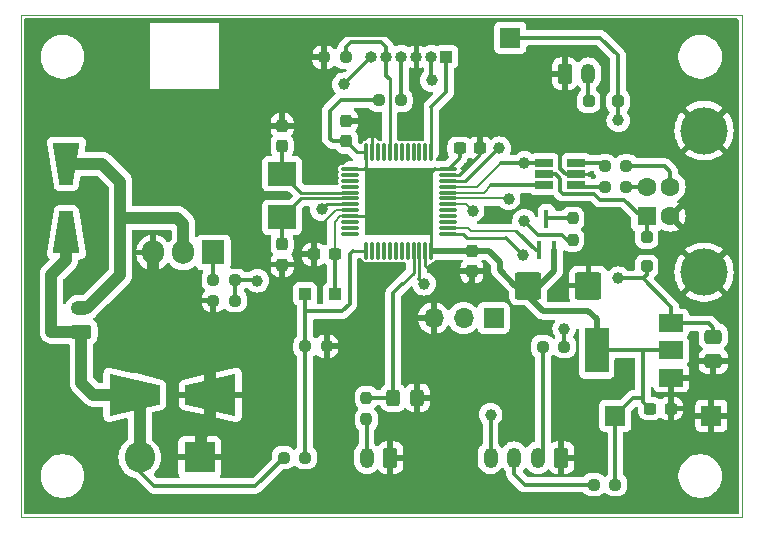
<source format=gbr>
%TF.GenerationSoftware,KiCad,Pcbnew,8.0.5*%
%TF.CreationDate,2024-10-04T09:10:30+03:00*%
%TF.ProjectId,shutter,73687574-7465-4722-9e6b-696361645f70,rev?*%
%TF.SameCoordinates,Original*%
%TF.FileFunction,Copper,L1,Top*%
%TF.FilePolarity,Positive*%
%FSLAX46Y46*%
G04 Gerber Fmt 4.6, Leading zero omitted, Abs format (unit mm)*
G04 Created by KiCad (PCBNEW 8.0.5) date 2024-10-04 09:10:30*
%MOMM*%
%LPD*%
G01*
G04 APERTURE LIST*
G04 Aperture macros list*
%AMRoundRect*
0 Rectangle with rounded corners*
0 $1 Rounding radius*
0 $2 $3 $4 $5 $6 $7 $8 $9 X,Y pos of 4 corners*
0 Add a 4 corners polygon primitive as box body*
4,1,4,$2,$3,$4,$5,$6,$7,$8,$9,$2,$3,0*
0 Add four circle primitives for the rounded corners*
1,1,$1+$1,$2,$3*
1,1,$1+$1,$4,$5*
1,1,$1+$1,$6,$7*
1,1,$1+$1,$8,$9*
0 Add four rect primitives between the rounded corners*
20,1,$1+$1,$2,$3,$4,$5,0*
20,1,$1+$1,$4,$5,$6,$7,0*
20,1,$1+$1,$6,$7,$8,$9,0*
20,1,$1+$1,$8,$9,$2,$3,0*%
%AMOutline4P*
0 Free polygon, 4 corners , with rotation*
0 The origin of the aperture is its center*
0 number of corners: always 4*
0 $1 to $8 corner X, Y*
0 $9 Rotation angle, in degrees counterclockwise*
0 create outline with 4 corners*
4,1,4,$1,$2,$3,$4,$5,$6,$7,$8,$1,$2,$9*%
G04 Aperture macros list end*
%TA.AperFunction,SMDPad,CuDef*%
%ADD10RoundRect,0.237500X-0.237500X0.300000X-0.237500X-0.300000X0.237500X-0.300000X0.237500X0.300000X0*%
%TD*%
%TA.AperFunction,SMDPad,CuDef*%
%ADD11RoundRect,0.237500X0.237500X-0.300000X0.237500X0.300000X-0.237500X0.300000X-0.237500X-0.300000X0*%
%TD*%
%TA.AperFunction,SMDPad,CuDef*%
%ADD12R,1.000000X1.000000*%
%TD*%
%TA.AperFunction,SMDPad,CuDef*%
%ADD13RoundRect,0.237500X-0.250000X-0.237500X0.250000X-0.237500X0.250000X0.237500X-0.250000X0.237500X0*%
%TD*%
%TA.AperFunction,SMDPad,CuDef*%
%ADD14RoundRect,0.237500X0.250000X0.237500X-0.250000X0.237500X-0.250000X-0.237500X0.250000X-0.237500X0*%
%TD*%
%TA.AperFunction,SMDPad,CuDef*%
%ADD15RoundRect,0.237500X0.237500X-0.250000X0.237500X0.250000X-0.237500X0.250000X-0.237500X-0.250000X0*%
%TD*%
%TA.AperFunction,ComponentPad*%
%ADD16R,1.700000X1.700000*%
%TD*%
%TA.AperFunction,SMDPad,CuDef*%
%ADD17R,2.400000X2.000000*%
%TD*%
%TA.AperFunction,SMDPad,CuDef*%
%ADD18RoundRect,0.250000X-0.875000X-0.925000X0.875000X-0.925000X0.875000X0.925000X-0.875000X0.925000X0*%
%TD*%
%TA.AperFunction,SMDPad,CuDef*%
%ADD19RoundRect,0.070000X-0.667500X-0.070000X0.667500X-0.070000X0.667500X0.070000X-0.667500X0.070000X0*%
%TD*%
%TA.AperFunction,SMDPad,CuDef*%
%ADD20RoundRect,0.070000X-0.070000X-0.667500X0.070000X-0.667500X0.070000X0.667500X-0.070000X0.667500X0*%
%TD*%
%TA.AperFunction,SMDPad,CuDef*%
%ADD21RoundRect,0.237500X-0.300000X-0.237500X0.300000X-0.237500X0.300000X0.237500X-0.300000X0.237500X0*%
%TD*%
%TA.AperFunction,SMDPad,CuDef*%
%ADD22R,1.560000X0.650000*%
%TD*%
%TA.AperFunction,SMDPad,CuDef*%
%ADD23Outline4P,-1.800000X-1.150000X1.800000X-0.550000X1.800000X0.550000X-1.800000X1.150000X90.000000*%
%TD*%
%TA.AperFunction,SMDPad,CuDef*%
%ADD24Outline4P,-1.800000X-1.150000X1.800000X-0.550000X1.800000X0.550000X-1.800000X1.150000X270.000000*%
%TD*%
%TA.AperFunction,SMDPad,CuDef*%
%ADD25RoundRect,0.237500X-0.237500X0.250000X-0.237500X-0.250000X0.237500X-0.250000X0.237500X0.250000X0*%
%TD*%
%TA.AperFunction,SMDPad,CuDef*%
%ADD26Outline4P,-2.150000X-1.800000X2.150000X-0.800000X2.150000X0.800000X-2.150000X1.800000X0.000000*%
%TD*%
%TA.AperFunction,SMDPad,CuDef*%
%ADD27Outline4P,-2.150000X-1.800000X2.150000X-0.800000X2.150000X0.800000X-2.150000X1.800000X180.000000*%
%TD*%
%TA.AperFunction,ComponentPad*%
%ADD28R,1.000000X1.000000*%
%TD*%
%TA.AperFunction,ComponentPad*%
%ADD29O,1.000000X1.000000*%
%TD*%
%TA.AperFunction,SMDPad,CuDef*%
%ADD30R,2.000000X1.500000*%
%TD*%
%TA.AperFunction,SMDPad,CuDef*%
%ADD31R,2.000000X3.800000*%
%TD*%
%TA.AperFunction,SMDPad,CuDef*%
%ADD32RoundRect,0.250000X-0.475000X0.337500X-0.475000X-0.337500X0.475000X-0.337500X0.475000X0.337500X0*%
%TD*%
%TA.AperFunction,SMDPad,CuDef*%
%ADD33RoundRect,0.237500X0.300000X0.237500X-0.300000X0.237500X-0.300000X-0.237500X0.300000X-0.237500X0*%
%TD*%
%TA.AperFunction,SMDPad,CuDef*%
%ADD34RoundRect,0.250000X-0.325000X-0.450000X0.325000X-0.450000X0.325000X0.450000X-0.325000X0.450000X0*%
%TD*%
%TA.AperFunction,SMDPad,CuDef*%
%ADD35RoundRect,0.250000X0.250000X-0.250000X0.250000X0.250000X-0.250000X0.250000X-0.250000X-0.250000X0*%
%TD*%
%TA.AperFunction,SMDPad,CuDef*%
%ADD36RoundRect,0.250000X0.250000X0.250000X-0.250000X0.250000X-0.250000X-0.250000X0.250000X-0.250000X0*%
%TD*%
%TA.AperFunction,SMDPad,CuDef*%
%ADD37R,0.450000X1.500000*%
%TD*%
%TA.AperFunction,ComponentPad*%
%ADD38R,1.905000X2.000000*%
%TD*%
%TA.AperFunction,ComponentPad*%
%ADD39O,1.905000X2.000000*%
%TD*%
%TA.AperFunction,ComponentPad*%
%ADD40RoundRect,0.250000X0.350000X0.625000X-0.350000X0.625000X-0.350000X-0.625000X0.350000X-0.625000X0*%
%TD*%
%TA.AperFunction,ComponentPad*%
%ADD41O,1.200000X1.750000*%
%TD*%
%TA.AperFunction,ComponentPad*%
%ADD42RoundRect,0.250000X-0.350000X-0.625000X0.350000X-0.625000X0.350000X0.625000X-0.350000X0.625000X0*%
%TD*%
%TA.AperFunction,ComponentPad*%
%ADD43R,1.600000X1.600000*%
%TD*%
%TA.AperFunction,ComponentPad*%
%ADD44C,1.600000*%
%TD*%
%TA.AperFunction,ComponentPad*%
%ADD45C,4.000000*%
%TD*%
%TA.AperFunction,ComponentPad*%
%ADD46O,1.700000X1.700000*%
%TD*%
%TA.AperFunction,ComponentPad*%
%ADD47RoundRect,0.250000X0.625000X-0.350000X0.625000X0.350000X-0.625000X0.350000X-0.625000X-0.350000X0*%
%TD*%
%TA.AperFunction,ComponentPad*%
%ADD48O,1.750000X1.200000*%
%TD*%
%TA.AperFunction,ComponentPad*%
%ADD49R,2.600000X2.600000*%
%TD*%
%TA.AperFunction,ComponentPad*%
%ADD50C,2.600000*%
%TD*%
%TA.AperFunction,ViaPad*%
%ADD51C,1.200000*%
%TD*%
%TA.AperFunction,ViaPad*%
%ADD52C,1.000000*%
%TD*%
%TA.AperFunction,Conductor*%
%ADD53C,0.300000*%
%TD*%
%TA.AperFunction,Conductor*%
%ADD54C,0.200000*%
%TD*%
%TA.AperFunction,Conductor*%
%ADD55C,1.000000*%
%TD*%
%TA.AperFunction,Conductor*%
%ADD56C,0.280000*%
%TD*%
%TA.AperFunction,Conductor*%
%ADD57C,0.500000*%
%TD*%
%TA.AperFunction,Profile*%
%ADD58C,0.100000*%
%TD*%
G04 APERTURE END LIST*
D10*
%TO.P,C9,1*%
%TO.N,/OSC_OUT*%
X134594600Y-89867400D03*
%TO.P,C9,2*%
%TO.N,GND*%
X134594600Y-91592400D03*
%TD*%
D11*
%TO.P,C7,1*%
%TO.N,+3V3*%
X140030200Y-81176200D03*
%TO.P,C7,2*%
%TO.N,GND*%
X140030200Y-79451200D03*
%TD*%
D12*
%TO.P,D3,1,K*%
%TO.N,+3V3*%
X139050000Y-94080000D03*
%TO.P,D3,2,A*%
%TO.N,/SHTR_V*%
X136550000Y-94080000D03*
%TD*%
D13*
%TO.P,R5,1*%
%TO.N,/SHTRpow*%
X134725400Y-107950000D03*
%TO.P,R5,2*%
%TO.N,/SHTR_V*%
X136550400Y-107950000D03*
%TD*%
%TO.P,R9,1*%
%TO.N,Net-(Q1-G)*%
X128781800Y-92913200D03*
%TO.P,R9,2*%
%TO.N,/PWM*%
X130606800Y-92913200D03*
%TD*%
D14*
%TO.P,R3,1*%
%TO.N,+3V3*%
X162814000Y-110236000D03*
%TO.P,R3,2*%
%TO.N,Net-(J2-Pin_3)*%
X160989000Y-110236000D03*
%TD*%
D15*
%TO.P,R12,1*%
%TO.N,/USBDP*%
X159207200Y-89507700D03*
%TO.P,R12,2*%
%TO.N,Net-(Q2-C)*%
X159207200Y-87682700D03*
%TD*%
D16*
%TO.P,J8,1,Pin_1*%
%TO.N,+3V3*%
X162814000Y-104394000D03*
%TD*%
%TO.P,J6,1,Pin_1*%
%TO.N,/5V*%
X153924000Y-72390000D03*
%TD*%
D17*
%TO.P,Y1,1,1*%
%TO.N,/OSC_IN*%
X134594600Y-83900400D03*
%TO.P,Y1,2,2*%
%TO.N,/OSC_OUT*%
X134594600Y-87600400D03*
%TD*%
D18*
%TO.P,C3,1*%
%TO.N,+3V3*%
X155438000Y-93370400D03*
%TO.P,C3,2*%
%TO.N,GND*%
X160538000Y-93370400D03*
%TD*%
D19*
%TO.P,U2,1,VBAT*%
%TO.N,+3V3*%
X140312500Y-83500000D03*
%TO.P,U2,2,PC13*%
%TO.N,unconnected-(U2-PC13-Pad2)*%
X140312500Y-84000000D03*
%TO.P,U2,3,PC14*%
%TO.N,unconnected-(U2-PC14-Pad3)*%
X140312500Y-84500000D03*
%TO.P,U2,4,PC15*%
%TO.N,unconnected-(U2-PC15-Pad4)*%
X140312500Y-85000000D03*
%TO.P,U2,5,PD0*%
%TO.N,/OSC_IN*%
X140312500Y-85500000D03*
%TO.P,U2,6,PD1*%
%TO.N,/OSC_OUT*%
X140312500Y-86000000D03*
%TO.P,U2,7,NRST*%
%TO.N,/NRST*%
X140312500Y-86500000D03*
%TO.P,U2,8,VSSA*%
%TO.N,GND*%
X140312500Y-87000000D03*
%TO.P,U2,9,VDDA*%
%TO.N,+3V3*%
X140312500Y-87500000D03*
%TO.P,U2,10,PA0*%
%TO.N,unconnected-(U2-PA0-Pad10)*%
X140312500Y-88000000D03*
%TO.P,U2,11,PA1*%
%TO.N,unconnected-(U2-PA1-Pad11)*%
X140312500Y-88500000D03*
%TO.P,U2,12,PA2*%
%TO.N,unconnected-(U2-PA2-Pad12)*%
X140312500Y-89000000D03*
D20*
%TO.P,U2,13,PA3*%
%TO.N,/SHTR_V*%
X141725000Y-90412500D03*
%TO.P,U2,14,PA4*%
%TO.N,unconnected-(U2-PA4-Pad14)*%
X142225000Y-90412500D03*
%TO.P,U2,15,PA5*%
%TO.N,unconnected-(U2-PA5-Pad15)*%
X142725000Y-90412500D03*
%TO.P,U2,16,PA6*%
%TO.N,unconnected-(U2-PA6-Pad16)*%
X143225000Y-90412500D03*
%TO.P,U2,17,PA7*%
%TO.N,unconnected-(U2-PA7-Pad17)*%
X143725000Y-90412500D03*
%TO.P,U2,18,PB0*%
%TO.N,unconnected-(U2-PB0-Pad18)*%
X144225000Y-90412500D03*
%TO.P,U2,19,PB1*%
%TO.N,unconnected-(U2-PB1-Pad19)*%
X144725000Y-90412500D03*
%TO.P,U2,20,PB2*%
%TO.N,unconnected-(U2-PB2-Pad20)*%
X145225000Y-90412500D03*
%TO.P,U2,21,PB10*%
%TO.N,/CCD*%
X145725000Y-90412500D03*
%TO.P,U2,22,PB11*%
%TO.N,/PWM*%
X146225000Y-90412500D03*
%TO.P,U2,23,VSS*%
%TO.N,GND*%
X146725000Y-90412500D03*
%TO.P,U2,24,VDD*%
%TO.N,+3V3*%
X147225000Y-90412500D03*
D19*
%TO.P,U2,25,PB12*%
%TO.N,/LimSW*%
X148637500Y-89000000D03*
%TO.P,U2,26,PB13*%
%TO.N,/USB_PU*%
X148637500Y-88500000D03*
%TO.P,U2,27,PB14*%
%TO.N,unconnected-(U2-PB14-Pad27)*%
X148637500Y-88000000D03*
%TO.P,U2,28,PB15*%
%TO.N,unconnected-(U2-PB15-Pad28)*%
X148637500Y-87500000D03*
%TO.P,U2,29,PA8*%
%TO.N,unconnected-(U2-PA8-Pad29)*%
X148637500Y-87000000D03*
%TO.P,U2,30,PA9*%
%TO.N,/Tx*%
X148637500Y-86500000D03*
%TO.P,U2,31,PA10*%
%TO.N,/Rx*%
X148637500Y-86000000D03*
%TO.P,U2,32,PA11*%
%TO.N,/USBDM*%
X148637500Y-85500000D03*
%TO.P,U2,33,PA12*%
%TO.N,/USBDP*%
X148637500Y-85000000D03*
%TO.P,U2,34,PA13*%
%TO.N,/SWDIO*%
X148637500Y-84500000D03*
%TO.P,U2,35,VSS*%
%TO.N,GND*%
X148637500Y-84000000D03*
%TO.P,U2,36,VDD*%
%TO.N,+3V3*%
X148637500Y-83500000D03*
D20*
%TO.P,U2,37,PA14*%
%TO.N,/SWCLK*%
X147225000Y-82087500D03*
%TO.P,U2,38,PA15*%
%TO.N,unconnected-(U2-PA15-Pad38)*%
X146725000Y-82087500D03*
%TO.P,U2,39,PB3*%
%TO.N,unconnected-(U2-PB3-Pad39)*%
X146225000Y-82087500D03*
%TO.P,U2,40,PB4*%
%TO.N,unconnected-(U2-PB4-Pad40)*%
X145725000Y-82087500D03*
%TO.P,U2,41,PB5*%
%TO.N,unconnected-(U2-PB5-Pad41)*%
X145225000Y-82087500D03*
%TO.P,U2,42,PB6*%
%TO.N,unconnected-(U2-PB6-Pad42)*%
X144725000Y-82087500D03*
%TO.P,U2,43,PB7*%
%TO.N,unconnected-(U2-PB7-Pad43)*%
X144225000Y-82087500D03*
%TO.P,U2,44,BOOT0*%
%TO.N,/BOOT0*%
X143725000Y-82087500D03*
%TO.P,U2,45,PB8*%
%TO.N,unconnected-(U2-PB8-Pad45)*%
X143225000Y-82087500D03*
%TO.P,U2,46,PB9*%
%TO.N,unconnected-(U2-PB9-Pad46)*%
X142725000Y-82087500D03*
%TO.P,U2,47,VSS*%
%TO.N,GND*%
X142225000Y-82087500D03*
%TO.P,U2,48,VDD*%
%TO.N,+3V3*%
X141725000Y-82087500D03*
%TD*%
D14*
%TO.P,R4,1*%
%TO.N,/5V*%
X158496000Y-98552000D03*
%TO.P,R4,2*%
%TO.N,Net-(J2-Pin_2)*%
X156671000Y-98552000D03*
%TD*%
D10*
%TO.P,C5,1*%
%TO.N,+3V3*%
X150672800Y-90424000D03*
%TO.P,C5,2*%
%TO.N,GND*%
X150672800Y-92149000D03*
%TD*%
D21*
%TO.P,C2,1*%
%TO.N,+3V3*%
X165762600Y-103784400D03*
%TO.P,C2,2*%
%TO.N,GND*%
X167487600Y-103784400D03*
%TD*%
D22*
%TO.P,U3,1,I/O1*%
%TO.N,Net-(R11-Pad2)*%
X159500000Y-84900000D03*
%TO.P,U3,2,GND*%
%TO.N,GND*%
X159500000Y-83950000D03*
%TO.P,U3,3,I/O2*%
%TO.N,Net-(R10-Pad2)*%
X159500000Y-83000000D03*
%TO.P,U3,4,I/O2*%
%TO.N,/USBDP*%
X156800000Y-83000000D03*
%TO.P,U3,5,VBUS*%
%TO.N,/VBUS*%
X156800000Y-83950000D03*
%TO.P,U3,6,I/O1*%
%TO.N,/USBDM*%
X156800000Y-84900000D03*
%TD*%
D23*
%TO.P,D6,1,K*%
%TO.N,/SHTRpow*%
X116332000Y-88858000D03*
D24*
%TO.P,D6,2,A*%
%TO.N,/DR*%
X116332000Y-83058000D03*
%TD*%
D25*
%TO.P,R2,1*%
%TO.N,/CCD*%
X141732000Y-102870000D03*
%TO.P,R2,2*%
%TO.N,Net-(J1-Pin_2)*%
X141732000Y-104695000D03*
%TD*%
D11*
%TO.P,C8,1*%
%TO.N,/OSC_IN*%
X134594600Y-81557200D03*
%TO.P,C8,2*%
%TO.N,GND*%
X134594600Y-79832200D03*
%TD*%
D26*
%TO.P,D2,1,A1*%
%TO.N,/SHTRpow*%
X122124000Y-102616000D03*
D27*
%TO.P,D2,2,A2*%
%TO.N,GND*%
X128524000Y-102616000D03*
%TD*%
D14*
%TO.P,R10,1*%
%TO.N,Net-(J11-D+)*%
X163750000Y-83250000D03*
%TO.P,R10,2*%
%TO.N,Net-(R10-Pad2)*%
X161925000Y-83250000D03*
%TD*%
D28*
%TO.P,J4,1,Pin_1*%
%TO.N,/SWCLK*%
X148515000Y-74000000D03*
D29*
%TO.P,J4,2,Pin_2*%
%TO.N,/SWDIO*%
X147245000Y-74000000D03*
%TO.P,J4,3,Pin_3*%
%TO.N,GND*%
X145975000Y-74000000D03*
%TO.P,J4,4,Pin_4*%
%TO.N,Net-(J4-Pin_4)*%
X144705000Y-74000000D03*
%TO.P,J4,5,Pin_5*%
%TO.N,/BOOT0*%
X143435000Y-74000000D03*
%TO.P,J4,6,Pin_6*%
%TO.N,/NRST*%
X142165000Y-74000000D03*
%TD*%
D30*
%TO.P,U1,1,GND*%
%TO.N,GND*%
X167538400Y-101170800D03*
%TO.P,U1,2,VO*%
%TO.N,+3V3*%
X167538400Y-98870800D03*
D31*
X161238400Y-98870800D03*
D30*
%TO.P,U1,3,VI*%
%TO.N,/5V*%
X167538400Y-96570800D03*
%TD*%
D16*
%TO.P,J7,1,Pin_1*%
%TO.N,GND*%
X170942000Y-104394000D03*
%TD*%
D32*
%TO.P,C1,1*%
%TO.N,/5V*%
X171094400Y-97688400D03*
%TO.P,C1,2*%
%TO.N,GND*%
X171094400Y-99763400D03*
%TD*%
D13*
%TO.P,R1,1*%
%TO.N,+3V3*%
X142826100Y-77673200D03*
%TO.P,R1,2*%
%TO.N,Net-(J4-Pin_4)*%
X144651100Y-77673200D03*
%TD*%
D14*
%TO.P,R11,1*%
%TO.N,Net-(J11-D-)*%
X163750000Y-85000000D03*
%TO.P,R11,2*%
%TO.N,Net-(R11-Pad2)*%
X161925000Y-85000000D03*
%TD*%
D21*
%TO.P,C4,1*%
%TO.N,+3V3*%
X149633600Y-81737200D03*
%TO.P,C4,2*%
%TO.N,GND*%
X151358600Y-81737200D03*
%TD*%
D33*
%TO.P,C6,1*%
%TO.N,+3V3*%
X139037400Y-90728800D03*
%TO.P,C6,2*%
%TO.N,GND*%
X137312400Y-90728800D03*
%TD*%
D34*
%TO.P,D1,1,K*%
%TO.N,/CCD*%
X144000000Y-102870000D03*
%TO.P,D1,2,A*%
%TO.N,GND*%
X146050000Y-102870000D03*
%TD*%
D14*
%TO.P,R7,1*%
%TO.N,/BOOT0*%
X139975600Y-74041000D03*
%TO.P,R7,2*%
%TO.N,GND*%
X138150600Y-74041000D03*
%TD*%
%TO.P,R8,1*%
%TO.N,/PWM*%
X130606800Y-94640400D03*
%TO.P,R8,2*%
%TO.N,GND*%
X128781800Y-94640400D03*
%TD*%
D35*
%TO.P,D4,1,K*%
%TO.N,/5V*%
X165455600Y-91755600D03*
%TO.P,D4,2,A*%
%TO.N,/VBUS*%
X165455600Y-89255600D03*
%TD*%
D36*
%TO.P,D5,1,K*%
%TO.N,/5V*%
X163048000Y-77774800D03*
%TO.P,D5,2,A*%
%TO.N,Net-(D5-A)*%
X160548000Y-77774800D03*
%TD*%
D37*
%TO.P,Q2,1,B*%
%TO.N,/USB_PU*%
X156332400Y-90373200D03*
%TO.P,Q2,2,E*%
%TO.N,+3V3*%
X157632400Y-90373200D03*
%TO.P,Q2,3,C*%
%TO.N,Net-(Q2-C)*%
X156982400Y-87713200D03*
%TD*%
D13*
%TO.P,R6,1*%
%TO.N,/SHTR_V*%
X136545000Y-98510000D03*
%TO.P,R6,2*%
%TO.N,GND*%
X138370000Y-98510000D03*
%TD*%
D38*
%TO.P,Q1,1,G*%
%TO.N,Net-(Q1-G)*%
X128778000Y-90574000D03*
D39*
%TO.P,Q1,2,D*%
%TO.N,/DR*%
X126238000Y-90574000D03*
%TO.P,Q1,3,S*%
%TO.N,GND*%
X123698000Y-90574000D03*
%TD*%
D40*
%TO.P,J2,1,Pin_1*%
%TO.N,GND*%
X158242000Y-107950000D03*
D41*
%TO.P,J2,2,Pin_2*%
%TO.N,Net-(J2-Pin_2)*%
X156242000Y-107950000D03*
%TO.P,J2,3,Pin_3*%
%TO.N,Net-(J2-Pin_3)*%
X154242000Y-107950000D03*
%TO.P,J2,4,Pin_4*%
%TO.N,/LimSW*%
X152242000Y-107950000D03*
%TD*%
D42*
%TO.P,J5,1,Pin_1*%
%TO.N,GND*%
X158528000Y-75438000D03*
D41*
%TO.P,J5,2,Pin_2*%
%TO.N,Net-(D5-A)*%
X160528000Y-75438000D03*
%TD*%
D43*
%TO.P,J11,1,VBUS*%
%TO.N,/VBUS*%
X165462500Y-87500000D03*
D44*
%TO.P,J11,2,D-*%
%TO.N,Net-(J11-D-)*%
X165462500Y-85000000D03*
%TO.P,J11,3,D+*%
%TO.N,Net-(J11-D+)*%
X167462500Y-85000000D03*
%TO.P,J11,4,GND*%
%TO.N,GND*%
X167462500Y-87500000D03*
D45*
%TO.P,J11,5,Shield*%
X170322500Y-80250000D03*
X170322500Y-92250000D03*
%TD*%
D16*
%TO.P,J9,1,Pin_1*%
%TO.N,/Rx*%
X152501600Y-96113600D03*
D46*
%TO.P,J9,2,Pin_2*%
%TO.N,/Tx*%
X149961600Y-96113600D03*
%TO.P,J9,3,Pin_3*%
%TO.N,GND*%
X147421600Y-96113600D03*
%TD*%
D47*
%TO.P,J10,1,Pin_1*%
%TO.N,/SHTRpow*%
X117602000Y-97282000D03*
D48*
%TO.P,J10,2,Pin_2*%
%TO.N,/DR*%
X117602000Y-95282000D03*
%TD*%
D49*
%TO.P,J3,1,Pin_1*%
%TO.N,GND*%
X127623000Y-107916000D03*
D50*
%TO.P,J3,2,Pin_2*%
%TO.N,/SHTRpow*%
X122543000Y-107916000D03*
%TD*%
D40*
%TO.P,J1,1,Pin_1*%
%TO.N,GND*%
X143764000Y-107950000D03*
D41*
%TO.P,J1,2,Pin_2*%
%TO.N,Net-(J1-Pin_2)*%
X141764000Y-107950000D03*
%TD*%
D51*
%TO.N,GND*%
X136220200Y-92354400D03*
D52*
X135331200Y-73253600D03*
D51*
X142225000Y-79868000D03*
D52*
X147828000Y-99314000D03*
X154686000Y-78486000D03*
X165658800Y-107467400D03*
X160274000Y-105410000D03*
X160528000Y-90170000D03*
%TO.N,/5V*%
X158496000Y-97028000D03*
X163068000Y-79400000D03*
X163068000Y-92760800D03*
%TO.N,/SWDIO*%
X153000000Y-81750000D03*
X147250000Y-76000000D03*
%TO.N,/NRST*%
X137947400Y-86918800D03*
X139832500Y-76332500D03*
%TO.N,/LimSW*%
X154965400Y-90754200D03*
X152247600Y-104292400D03*
%TO.N,/USBDP*%
X155092400Y-87884000D03*
X155092400Y-83000000D03*
%TO.N,/Tx*%
X150723600Y-87020400D03*
%TO.N,/Rx*%
X153771600Y-86004400D03*
%TO.N,/PWM*%
X146608800Y-93218000D03*
X132486400Y-92964000D03*
%TD*%
D53*
%TO.N,GND*%
X134594600Y-77597000D02*
X136067800Y-76123800D01*
D54*
X137160000Y-75793600D02*
X136550400Y-75793600D01*
X136398000Y-75793600D02*
X137160000Y-75793600D01*
X138074400Y-75793600D02*
X137160000Y-75793600D01*
X136067800Y-76123800D02*
X136398000Y-75793600D01*
X138074400Y-74117200D02*
X138074400Y-75793600D01*
X138150600Y-74041000D02*
X138074400Y-74117200D01*
D53*
X135890000Y-90728800D02*
X135890000Y-91592400D01*
X134594600Y-96037400D02*
X134112000Y-96520000D01*
X151358600Y-81737200D02*
X151358600Y-80619600D01*
X151358600Y-80619600D02*
X151728200Y-80250000D01*
X145975000Y-72772200D02*
X145389600Y-72186800D01*
X146050000Y-109220000D02*
X146050000Y-107188000D01*
X135331200Y-73609200D02*
X135763000Y-74041000D01*
X138370000Y-108144000D02*
X140208000Y-109982000D01*
D54*
X137312400Y-88849200D02*
X137312400Y-90728800D01*
D55*
X128168400Y-105613200D02*
X127762000Y-106019600D01*
D53*
X137312400Y-90728800D02*
X135890000Y-90728800D01*
X158800800Y-105410000D02*
X158242000Y-105968800D01*
D56*
X146725000Y-90412500D02*
X146725000Y-91708600D01*
D53*
X145389600Y-72186800D02*
X138658600Y-72186800D01*
X147421600Y-96113600D02*
X147421600Y-94488000D01*
X158165800Y-83515200D02*
X158165800Y-81332800D01*
X159246600Y-80250000D02*
X158496000Y-80250000D01*
X145389600Y-72186800D02*
X150012400Y-72186800D01*
X128781800Y-96262200D02*
X128524000Y-96520000D01*
D55*
X126949200Y-97790000D02*
X123698000Y-97790000D01*
D53*
X160538000Y-90180000D02*
X160538000Y-93370400D01*
X165658800Y-107467400D02*
X167487600Y-105638600D01*
X167487600Y-103784400D02*
X167487600Y-101221600D01*
D55*
X127762000Y-107777000D02*
X127623000Y-107916000D01*
D56*
X149553000Y-84000000D02*
X151358600Y-82194400D01*
D53*
X147421600Y-94488000D02*
X149047200Y-94488000D01*
X134594600Y-91592400D02*
X134594600Y-96037400D01*
X135331200Y-73253600D02*
X135331200Y-73609200D01*
X167487600Y-101221600D02*
X167538400Y-101170800D01*
D55*
X123698000Y-97790000D02*
X123698000Y-96520000D01*
D53*
X171094400Y-99763400D02*
X172524600Y-99763400D01*
D55*
X128524000Y-102616000D02*
X128524000Y-105613200D01*
D53*
X138150600Y-72694800D02*
X138150600Y-74041000D01*
X155397200Y-75438000D02*
X154686000Y-76149200D01*
X146050000Y-107188000D02*
X145288000Y-107950000D01*
X150672800Y-92862400D02*
X150672800Y-92149000D01*
X158496000Y-80250000D02*
X156490000Y-80250000D01*
X169062400Y-103784400D02*
X169672000Y-104394000D01*
X140208000Y-109982000D02*
X145288000Y-109982000D01*
D55*
X128524000Y-99364800D02*
X126949200Y-97790000D01*
D53*
X152196800Y-74371200D02*
X150012400Y-72186800D01*
X145288000Y-107950000D02*
X143764000Y-107950000D01*
X156490000Y-80250000D02*
X152196800Y-80250000D01*
D55*
X128524000Y-105613200D02*
X128168400Y-105613200D01*
D53*
X172524600Y-94452100D02*
X170322500Y-92250000D01*
X136220200Y-92354400D02*
X136220200Y-91617800D01*
D54*
X139161600Y-87000000D02*
X137312400Y-88849200D01*
D53*
X158370000Y-81128600D02*
X158369000Y-81127600D01*
X154686000Y-76149200D02*
X154686000Y-78486000D01*
X145288000Y-109982000D02*
X146050000Y-109220000D01*
X158369000Y-81127600D02*
X159246600Y-80250000D01*
X147165400Y-92149000D02*
X150672800Y-92149000D01*
X158528000Y-75438000D02*
X155397200Y-75438000D01*
X138658600Y-72186800D02*
X138150600Y-72694800D01*
X172524600Y-99763400D02*
X172524600Y-94452100D01*
X140030200Y-79451200D02*
X141808200Y-79451200D01*
X147828000Y-99314000D02*
X146050000Y-99314000D01*
X167487600Y-103784400D02*
X169062400Y-103784400D01*
X147421600Y-96113600D02*
X147421600Y-98907600D01*
D56*
X146725000Y-91708600D02*
X147165400Y-92149000D01*
D53*
X171094400Y-99763400D02*
X171094400Y-100990400D01*
X151358600Y-82194400D02*
X151358600Y-81737200D01*
D55*
X127762000Y-106019600D02*
X127762000Y-107777000D01*
D53*
X135890000Y-91592400D02*
X136194800Y-91592400D01*
X158528000Y-75438000D02*
X158528000Y-80218000D01*
X159500000Y-83950000D02*
X158600600Y-83950000D01*
X160528000Y-90170000D02*
X160538000Y-90180000D01*
X138370000Y-98510000D02*
X138370000Y-108144000D01*
X158165800Y-81332800D02*
X158370000Y-81128600D01*
D55*
X123698000Y-96520000D02*
X123698000Y-90574000D01*
D53*
X171094400Y-100990400D02*
X170914000Y-101170800D01*
X170914000Y-101170800D02*
X167538400Y-101170800D01*
X147421600Y-98907600D02*
X147828000Y-99314000D01*
X141808200Y-79451200D02*
X142225000Y-79868000D01*
X160274000Y-105410000D02*
X158800800Y-105410000D01*
D56*
X148637500Y-84000000D02*
X149553000Y-84000000D01*
D53*
X146050000Y-102870000D02*
X146050000Y-99314000D01*
X158600600Y-83950000D02*
X158165800Y-83515200D01*
X135763000Y-74041000D02*
X138150600Y-74041000D01*
X152196800Y-80250000D02*
X151728200Y-80250000D01*
X145975000Y-74000000D02*
X145975000Y-72772200D01*
X167487600Y-105638600D02*
X167487600Y-103784400D01*
D55*
X128524000Y-102616000D02*
X128524000Y-99364800D01*
D53*
X149047200Y-94488000D02*
X150672800Y-92862400D01*
X158242000Y-105968800D02*
X158242000Y-107950000D01*
X128781800Y-94640400D02*
X128781800Y-96262200D01*
X128524000Y-96520000D02*
X123698000Y-96520000D01*
X134594600Y-79832200D02*
X134594600Y-77597000D01*
X136220200Y-91617800D02*
X136194800Y-91592400D01*
X158528000Y-80218000D02*
X158496000Y-80250000D01*
X146050000Y-102870000D02*
X146050000Y-107188000D01*
X152196800Y-80250000D02*
X152196800Y-74371200D01*
X134594600Y-91592400D02*
X135890000Y-91592400D01*
D54*
X140312500Y-87000000D02*
X139161600Y-87000000D01*
D56*
X142225000Y-82087500D02*
X142225000Y-79868000D01*
D53*
X134112000Y-96520000D02*
X128524000Y-96520000D01*
X169672000Y-104394000D02*
X170942000Y-104394000D01*
%TO.N,/VBUS*%
X165455600Y-89255600D02*
X165455600Y-87506900D01*
X158393000Y-85598000D02*
X161036000Y-85598000D01*
X157762400Y-83950000D02*
X158140400Y-84328000D01*
X158140400Y-85345400D02*
X158393000Y-85598000D01*
X165455600Y-87506900D02*
X165462500Y-87500000D01*
X156800000Y-83950000D02*
X157762400Y-83950000D01*
X161036000Y-85598000D02*
X161544000Y-86106000D01*
X161544000Y-86106000D02*
X163576000Y-86106000D01*
X164970000Y-87500000D02*
X165462500Y-87500000D01*
X158140400Y-84328000D02*
X158140400Y-85345400D01*
X163576000Y-86106000D02*
X164970000Y-87500000D01*
%TO.N,+3V3*%
X164338000Y-102870000D02*
X165150800Y-102870000D01*
D57*
X157632400Y-92100400D02*
X157632400Y-90373200D01*
X155438000Y-93370400D02*
X156362400Y-93370400D01*
D56*
X141725000Y-82087500D02*
X141725000Y-83432000D01*
D53*
X165709600Y-103784400D02*
X165150800Y-103225600D01*
D56*
X147563800Y-83500000D02*
X148637500Y-83500000D01*
X141725000Y-82087500D02*
X140941500Y-82087500D01*
D57*
X155346400Y-92913200D02*
X155438000Y-92913200D01*
X155438000Y-93370400D02*
X154330400Y-93370400D01*
D53*
X165150800Y-102870000D02*
X165150800Y-98870800D01*
X138633200Y-80924400D02*
X138885000Y-81176200D01*
D57*
X156362400Y-93370400D02*
X157632400Y-92100400D01*
D53*
X165150800Y-103225600D02*
X165150800Y-102870000D01*
X141782800Y-83489800D02*
X143027400Y-84734400D01*
D56*
X149633600Y-82503900D02*
X148637500Y-83500000D01*
D53*
X142826100Y-77673200D02*
X139547600Y-77673200D01*
D54*
X140312500Y-87500000D02*
X139521518Y-87500000D01*
D56*
X140312500Y-87500000D02*
X147225000Y-87500000D01*
X147225000Y-90412500D02*
X147225000Y-87500000D01*
D53*
X138633200Y-78587600D02*
X138633200Y-80924400D01*
X138885000Y-81176200D02*
X140030200Y-81176200D01*
X147225000Y-83838800D02*
X147563800Y-83500000D01*
D57*
X152095200Y-90424000D02*
X150672800Y-90424000D01*
D56*
X140312500Y-83500000D02*
X141772600Y-83500000D01*
D57*
X160528000Y-95504000D02*
X156718000Y-95504000D01*
D54*
X139521518Y-87500000D02*
X139037400Y-87984118D01*
D53*
X165762600Y-103784400D02*
X165709600Y-103784400D01*
D57*
X150672800Y-90424000D02*
X147336500Y-90424000D01*
D53*
X149633600Y-81737200D02*
X149633600Y-82503900D01*
D57*
X161238400Y-96214400D02*
X160528000Y-95504000D01*
D54*
X139037400Y-87984118D02*
X139037400Y-90728800D01*
D53*
X139037400Y-90728800D02*
X139050000Y-90741400D01*
X141725000Y-83432000D02*
X141782800Y-83489800D01*
D57*
X154330400Y-93370400D02*
X153009600Y-92049600D01*
D53*
X139050000Y-90741400D02*
X139050000Y-94080000D01*
D57*
X161238400Y-98870800D02*
X161238400Y-96214400D01*
D53*
X162814000Y-110236000D02*
X162814000Y-104394000D01*
D57*
X153009600Y-91338400D02*
X152095200Y-90424000D01*
D53*
X139547600Y-77673200D02*
X138633200Y-78587600D01*
X165150800Y-98870800D02*
X161238400Y-98870800D01*
X143027400Y-84734400D02*
X147225000Y-84734400D01*
X167538400Y-98870800D02*
X165150800Y-98870800D01*
X147225000Y-84734400D02*
X147225000Y-83838800D01*
X140941500Y-82087500D02*
X140030200Y-81176200D01*
D57*
X155438000Y-94224000D02*
X156718000Y-95504000D01*
D53*
X141772600Y-83500000D02*
X141782800Y-83489800D01*
D57*
X155438000Y-93370400D02*
X155438000Y-94224000D01*
X153009600Y-92049600D02*
X153009600Y-91338400D01*
D53*
X162814000Y-104394000D02*
X164338000Y-102870000D01*
X147225000Y-87500000D02*
X147225000Y-84734400D01*
D56*
%TO.N,/OSC_IN*%
X140312500Y-85500000D02*
X136194200Y-85500000D01*
D53*
X134594600Y-81557200D02*
X134594600Y-83900400D01*
D56*
X136194200Y-85500000D02*
X134594600Y-83900400D01*
%TO.N,/OSC_OUT*%
X136195000Y-86000000D02*
X134594600Y-87600400D01*
D53*
X134594600Y-87600400D02*
X134594600Y-89867400D01*
D56*
X140312500Y-86000000D02*
X136195000Y-86000000D01*
D53*
%TO.N,/SHTR_V*%
X139644000Y-95560000D02*
X136550000Y-95560000D01*
X136550000Y-98505000D02*
X136550000Y-95560000D01*
X136545000Y-98510000D02*
X136550000Y-98505000D01*
X136550400Y-107950000D02*
X136550400Y-98515400D01*
X140625900Y-90412500D02*
X140309600Y-90728800D01*
X140309600Y-94894400D02*
X139644000Y-95560000D01*
X136550000Y-95560000D02*
X136550000Y-94080000D01*
X140309600Y-90728800D02*
X140309600Y-94894400D01*
X136550400Y-98515400D02*
X136545000Y-98510000D01*
D56*
X141725000Y-90412500D02*
X140625900Y-90412500D01*
D53*
%TO.N,/5V*%
X167538400Y-95148400D02*
X165150800Y-92760800D01*
X163048000Y-73894000D02*
X163048000Y-77774800D01*
X165150800Y-92760800D02*
X163068000Y-92760800D01*
X170738800Y-96570800D02*
X167538400Y-96570800D01*
X171094400Y-96926400D02*
X170738800Y-96570800D01*
X161544000Y-72390000D02*
X163048000Y-73894000D01*
X153924000Y-72390000D02*
X161544000Y-72390000D01*
X158496000Y-97028000D02*
X158496000Y-98552000D01*
X163048000Y-77774800D02*
X163048000Y-79380000D01*
X165455600Y-91755600D02*
X165455600Y-92456000D01*
X167538400Y-96570800D02*
X167538400Y-95148400D01*
X165455600Y-92456000D02*
X165150800Y-92760800D01*
X171094400Y-97688400D02*
X171094400Y-96926400D01*
X163048000Y-79380000D02*
X163068000Y-79400000D01*
%TO.N,/CCD*%
X144000000Y-93998000D02*
X144780000Y-93218000D01*
X144000000Y-102870000D02*
X144000000Y-93998000D01*
D56*
X145725000Y-92273000D02*
X144780000Y-93218000D01*
X145725000Y-90412500D02*
X145725000Y-92273000D01*
D53*
X141732000Y-102870000D02*
X144000000Y-102870000D01*
D55*
%TO.N,/SHTRpow*%
X117602000Y-101600000D02*
X118618000Y-102616000D01*
X116332000Y-91186000D02*
X115062000Y-92456000D01*
X115062000Y-92456000D02*
X115062000Y-97282000D01*
D53*
X132337800Y-110337600D02*
X134725400Y-107950000D01*
D55*
X122543000Y-107916000D02*
X122543000Y-103035000D01*
D53*
X122543000Y-109131800D02*
X123748800Y-110337600D01*
D55*
X122543000Y-103035000D02*
X122124000Y-102616000D01*
D53*
X123748800Y-110337600D02*
X132337800Y-110337600D01*
D55*
X116332000Y-88858000D02*
X116332000Y-91186000D01*
X117602000Y-97282000D02*
X117602000Y-101600000D01*
D53*
X122543000Y-107916000D02*
X122543000Y-109131800D01*
D55*
X117602000Y-97282000D02*
X115062000Y-97282000D01*
X118618000Y-102616000D02*
X122124000Y-102616000D01*
D53*
%TO.N,/SWCLK*%
X147225000Y-78275000D02*
X148515000Y-76985000D01*
D56*
X147225000Y-82087500D02*
X147225000Y-78275000D01*
D53*
X148515000Y-76985000D02*
X148515000Y-74000000D01*
D56*
%TO.N,/SWDIO*%
X148637500Y-84500000D02*
X150100000Y-84500000D01*
D53*
X147245000Y-74000000D02*
X147245000Y-75995000D01*
X147245000Y-75995000D02*
X147250000Y-76000000D01*
X152850000Y-81750000D02*
X153000000Y-81750000D01*
D56*
X150100000Y-84500000D02*
X152850000Y-81750000D01*
D53*
%TO.N,Net-(D5-A)*%
X160528000Y-77754800D02*
X160548000Y-77774800D01*
X160528000Y-75438000D02*
X160528000Y-77754800D01*
%TO.N,/BOOT0*%
X143435000Y-75617000D02*
X143435000Y-74000000D01*
X143725000Y-75907000D02*
X143435000Y-75617000D01*
X143435000Y-73204000D02*
X143435000Y-74000000D01*
X139975600Y-74041000D02*
X139975600Y-73206600D01*
D56*
X143725000Y-82087500D02*
X143725000Y-75907000D01*
D53*
X143002000Y-72771000D02*
X143435000Y-73204000D01*
X140411200Y-72771000D02*
X143002000Y-72771000D01*
X139975600Y-73206600D02*
X140411200Y-72771000D01*
D56*
%TO.N,/NRST*%
X139473959Y-86500000D02*
X138975800Y-86500000D01*
D53*
X139832500Y-76332500D02*
X142165000Y-74000000D01*
D56*
X138975800Y-86500000D02*
X138366200Y-86500000D01*
X138366200Y-86500000D02*
X137947400Y-86918800D01*
X140312500Y-86500000D02*
X139473959Y-86500000D01*
D53*
%TO.N,Net-(J1-Pin_2)*%
X141764000Y-107950000D02*
X141764000Y-104727000D01*
X141764000Y-104727000D02*
X141732000Y-104695000D01*
D54*
%TO.N,/USB_PU*%
X154490800Y-88806400D02*
X154432000Y-88747600D01*
X150564800Y-88747600D02*
X150317200Y-88500000D01*
D53*
X156057600Y-90373200D02*
X154490800Y-88806400D01*
D54*
X148637500Y-88500000D02*
X150317200Y-88500000D01*
D53*
X156332400Y-90373200D02*
X156057600Y-90373200D01*
D54*
X154432000Y-88747600D02*
X150564800Y-88747600D01*
D53*
%TO.N,Net-(J2-Pin_2)*%
X156671000Y-107521000D02*
X156242000Y-107950000D01*
X156671000Y-98552000D02*
X156671000Y-107521000D01*
%TO.N,Net-(J2-Pin_3)*%
X160989000Y-110236000D02*
X155143200Y-110236000D01*
X154242000Y-109334800D02*
X154242000Y-107950000D01*
X155143200Y-110236000D02*
X154242000Y-109334800D01*
%TO.N,/LimSW*%
X152247600Y-104292400D02*
X152242000Y-104298000D01*
X152242000Y-104298000D02*
X152242000Y-107950000D01*
D56*
X149910800Y-89000000D02*
X148637500Y-89000000D01*
X150217200Y-89306400D02*
X149910800Y-89000000D01*
X153517600Y-89306400D02*
X150217200Y-89306400D01*
D53*
X154965400Y-90754200D02*
X153517600Y-89306400D01*
%TO.N,/USBDP*%
X154584400Y-83000000D02*
X155092400Y-83000000D01*
X153093000Y-83000000D02*
X154584400Y-83000000D01*
X155092400Y-87884000D02*
X156260800Y-89052400D01*
D54*
X148637500Y-85000000D02*
X151093000Y-85000000D01*
D53*
X158748100Y-89507700D02*
X159207200Y-89507700D01*
X158292800Y-89052400D02*
X158748100Y-89507700D01*
X155092400Y-83000000D02*
X156800000Y-83000000D01*
D54*
X151093000Y-85000000D02*
X153093000Y-83000000D01*
D53*
X156260800Y-89052400D02*
X158292800Y-89052400D01*
%TO.N,Net-(J4-Pin_4)*%
X144705000Y-77619300D02*
X144651100Y-77673200D01*
X144705000Y-74000000D02*
X144705000Y-77619300D01*
D54*
%TO.N,/Tx*%
X150203200Y-86500000D02*
X150723600Y-87020400D01*
X148637500Y-86500000D02*
X150203200Y-86500000D01*
%TO.N,/Rx*%
X148637500Y-86000000D02*
X153767200Y-86000000D01*
X153767200Y-86000000D02*
X153771600Y-86004400D01*
D53*
%TO.N,Net-(J11-D-)*%
X163750000Y-85000000D02*
X165462500Y-85000000D01*
D54*
%TO.N,/USBDM*%
X151685200Y-85500000D02*
X152285200Y-84900000D01*
D53*
X156800000Y-84900000D02*
X152285200Y-84900000D01*
D54*
X148637500Y-85500000D02*
X151685200Y-85500000D01*
D53*
%TO.N,Net-(J11-D+)*%
X167462500Y-83718700D02*
X167462500Y-85000000D01*
X163750000Y-83250000D02*
X166993800Y-83250000D01*
X166993800Y-83250000D02*
X167462500Y-83718700D01*
%TO.N,Net-(Q1-G)*%
X128778000Y-92909400D02*
X128781800Y-92913200D01*
X128778000Y-90574000D02*
X128778000Y-92909400D01*
%TO.N,Net-(Q2-C)*%
X159207200Y-87682700D02*
X157012900Y-87682700D01*
X157012900Y-87682700D02*
X156982400Y-87713200D01*
D56*
%TO.N,/PWM*%
X146225000Y-90412500D02*
X146225000Y-92834200D01*
D53*
X146225000Y-92834200D02*
X146608800Y-93218000D01*
X131673600Y-92913200D02*
X132435600Y-92913200D01*
X132435600Y-92913200D02*
X132486400Y-92964000D01*
X130606800Y-92913200D02*
X130606800Y-94640400D01*
X130606800Y-92913200D02*
X131673600Y-92913200D01*
%TO.N,Net-(R10-Pad2)*%
X161675000Y-83000000D02*
X161925000Y-83250000D01*
X159500000Y-83000000D02*
X161675000Y-83000000D01*
%TO.N,Net-(R11-Pad2)*%
X159600000Y-85000000D02*
X159500000Y-84900000D01*
X161925000Y-85000000D02*
X159600000Y-85000000D01*
D55*
%TO.N,/DR*%
X119380000Y-83058000D02*
X120904000Y-84582000D01*
X120904000Y-92456000D02*
X118078000Y-95282000D01*
X126238000Y-88138000D02*
X125730000Y-87630000D01*
X126238000Y-90574000D02*
X126238000Y-88138000D01*
X116332000Y-83058000D02*
X119380000Y-83058000D01*
X120904000Y-87630000D02*
X120904000Y-92456000D01*
X120904000Y-84582000D02*
X120904000Y-87630000D01*
X125730000Y-87630000D02*
X120904000Y-87630000D01*
X118078000Y-95282000D02*
X117602000Y-95282000D01*
%TD*%
%TA.AperFunction,Conductor*%
%TO.N,+3V3*%
G36*
X147343039Y-83419685D02*
G01*
X147388794Y-83472489D01*
X147400000Y-83524000D01*
X147400000Y-88976000D01*
X147380315Y-89043039D01*
X147327511Y-89088794D01*
X147276000Y-89100000D01*
X141724000Y-89100000D01*
X141656961Y-89080315D01*
X141611206Y-89027511D01*
X141600000Y-88976000D01*
X141600000Y-83524000D01*
X141619685Y-83456961D01*
X141672489Y-83411206D01*
X141724000Y-83400000D01*
X147276000Y-83400000D01*
X147343039Y-83419685D01*
G37*
%TD.AperFunction*%
%TD*%
%TA.AperFunction,Conductor*%
%TO.N,GND*%
G36*
X159703897Y-97064953D02*
G01*
X159735728Y-97127151D01*
X159737900Y-97150256D01*
X159737900Y-100818670D01*
X159737901Y-100818676D01*
X159744308Y-100878283D01*
X159794602Y-101013128D01*
X159794606Y-101013135D01*
X159880852Y-101128344D01*
X159880855Y-101128347D01*
X159996064Y-101214593D01*
X159996071Y-101214597D01*
X160130917Y-101264891D01*
X160130916Y-101264891D01*
X160137844Y-101265635D01*
X160190527Y-101271300D01*
X162286272Y-101271299D01*
X162345883Y-101264891D01*
X162480731Y-101214596D01*
X162595946Y-101128346D01*
X162682196Y-101013131D01*
X162732491Y-100878283D01*
X162738900Y-100818673D01*
X162738900Y-99645300D01*
X162758585Y-99578261D01*
X162811389Y-99532506D01*
X162862900Y-99521300D01*
X164376300Y-99521300D01*
X164443339Y-99540985D01*
X164489094Y-99593789D01*
X164500300Y-99645300D01*
X164500300Y-102095500D01*
X164480615Y-102162539D01*
X164427811Y-102208294D01*
X164376300Y-102219500D01*
X164273929Y-102219500D01*
X164148261Y-102244497D01*
X164148255Y-102244499D01*
X164029870Y-102293535D01*
X163923331Y-102364722D01*
X163923324Y-102364728D01*
X163280871Y-103007181D01*
X163219548Y-103040666D01*
X163193190Y-103043500D01*
X161916129Y-103043500D01*
X161916123Y-103043501D01*
X161856516Y-103049908D01*
X161721671Y-103100202D01*
X161721664Y-103100206D01*
X161606455Y-103186452D01*
X161606452Y-103186455D01*
X161520206Y-103301664D01*
X161520202Y-103301671D01*
X161469908Y-103436517D01*
X161463501Y-103496116D01*
X161463500Y-103496135D01*
X161463500Y-105291870D01*
X161463501Y-105291876D01*
X161469908Y-105351483D01*
X161520202Y-105486328D01*
X161520206Y-105486335D01*
X161606452Y-105601544D01*
X161606455Y-105601547D01*
X161721664Y-105687793D01*
X161721671Y-105687797D01*
X161766618Y-105704561D01*
X161856517Y-105738091D01*
X161916127Y-105744500D01*
X162039500Y-105744499D01*
X162106539Y-105764183D01*
X162152294Y-105816987D01*
X162163500Y-105868499D01*
X162163500Y-109309228D01*
X162143815Y-109376267D01*
X162108569Y-109410867D01*
X162108816Y-109411179D01*
X162105915Y-109413472D01*
X162104600Y-109414764D01*
X162103154Y-109415655D01*
X161989180Y-109529629D01*
X161927857Y-109563113D01*
X161858165Y-109558129D01*
X161813818Y-109529628D01*
X161699851Y-109415661D01*
X161699850Y-109415660D01*
X161557139Y-109327635D01*
X161553018Y-109325093D01*
X161553013Y-109325091D01*
X161551569Y-109324612D01*
X161389253Y-109270826D01*
X161389251Y-109270825D01*
X161288178Y-109260500D01*
X160689830Y-109260500D01*
X160689812Y-109260501D01*
X160588747Y-109270825D01*
X160424984Y-109325092D01*
X160424981Y-109325093D01*
X160278148Y-109415661D01*
X160156155Y-109537654D01*
X160155555Y-109538414D01*
X160155010Y-109538799D01*
X160151053Y-109542757D01*
X160150376Y-109542080D01*
X160098532Y-109578789D01*
X160058292Y-109585500D01*
X155464008Y-109585500D01*
X155396969Y-109565815D01*
X155376327Y-109549181D01*
X155012925Y-109185779D01*
X154979440Y-109124456D01*
X154984424Y-109054764D01*
X155012925Y-109010417D01*
X155044249Y-108979093D01*
X155081414Y-108941928D01*
X155141682Y-108858975D01*
X155197012Y-108816311D01*
X155266626Y-108810332D01*
X155328421Y-108842938D01*
X155342315Y-108858973D01*
X155402586Y-108941928D01*
X155525072Y-109064414D01*
X155665212Y-109166232D01*
X155819555Y-109244873D01*
X155984299Y-109298402D01*
X156155389Y-109325500D01*
X156155390Y-109325500D01*
X156328610Y-109325500D01*
X156328611Y-109325500D01*
X156499701Y-109298402D01*
X156664445Y-109244873D01*
X156818788Y-109166232D01*
X156958928Y-109064414D01*
X157066836Y-108956505D01*
X157128155Y-108923023D01*
X157197847Y-108928007D01*
X157253781Y-108969878D01*
X157260053Y-108979093D01*
X157299682Y-109043343D01*
X157423654Y-109167315D01*
X157572875Y-109259356D01*
X157572880Y-109259358D01*
X157739302Y-109314505D01*
X157739309Y-109314506D01*
X157842019Y-109324999D01*
X157991999Y-109324999D01*
X157992000Y-109324998D01*
X157992000Y-108230330D01*
X158011745Y-108250075D01*
X158097255Y-108299444D01*
X158192630Y-108325000D01*
X158291370Y-108325000D01*
X158386745Y-108299444D01*
X158472255Y-108250075D01*
X158492000Y-108230330D01*
X158492000Y-109324999D01*
X158641972Y-109324999D01*
X158641986Y-109324998D01*
X158744697Y-109314505D01*
X158911119Y-109259358D01*
X158911124Y-109259356D01*
X159060345Y-109167315D01*
X159184315Y-109043345D01*
X159276356Y-108894124D01*
X159276358Y-108894119D01*
X159331505Y-108727697D01*
X159331506Y-108727690D01*
X159341999Y-108624986D01*
X159342000Y-108624973D01*
X159342000Y-108200000D01*
X158522330Y-108200000D01*
X158542075Y-108180255D01*
X158591444Y-108094745D01*
X158617000Y-107999370D01*
X158617000Y-107900630D01*
X158591444Y-107805255D01*
X158542075Y-107719745D01*
X158522330Y-107700000D01*
X159341999Y-107700000D01*
X159341999Y-107275028D01*
X159341998Y-107275013D01*
X159331505Y-107172302D01*
X159276358Y-107005880D01*
X159276356Y-107005875D01*
X159184315Y-106856654D01*
X159060345Y-106732684D01*
X158911124Y-106640643D01*
X158911119Y-106640641D01*
X158744697Y-106585494D01*
X158744690Y-106585493D01*
X158641986Y-106575000D01*
X158492000Y-106575000D01*
X158492000Y-107669670D01*
X158472255Y-107649925D01*
X158386745Y-107600556D01*
X158291370Y-107575000D01*
X158192630Y-107575000D01*
X158097255Y-107600556D01*
X158011745Y-107649925D01*
X157992000Y-107669670D01*
X157992000Y-106575000D01*
X157842027Y-106575000D01*
X157842012Y-106575001D01*
X157739302Y-106585494D01*
X157572880Y-106640641D01*
X157572871Y-106640645D01*
X157510596Y-106679057D01*
X157443203Y-106697497D01*
X157376540Y-106676574D01*
X157331771Y-106622932D01*
X157321500Y-106573518D01*
X157321500Y-99478771D01*
X157341185Y-99411732D01*
X157376429Y-99377132D01*
X157376183Y-99376821D01*
X157379082Y-99374528D01*
X157380401Y-99373233D01*
X157381850Y-99372340D01*
X157495819Y-99258371D01*
X157557142Y-99224886D01*
X157626834Y-99229870D01*
X157671181Y-99258371D01*
X157785150Y-99372340D01*
X157931984Y-99462908D01*
X158095747Y-99517174D01*
X158196823Y-99527500D01*
X158795176Y-99527499D01*
X158795184Y-99527498D01*
X158795187Y-99527498D01*
X158855861Y-99521300D01*
X158896253Y-99517174D01*
X159060016Y-99462908D01*
X159206850Y-99372340D01*
X159328840Y-99250350D01*
X159419408Y-99103516D01*
X159473674Y-98939753D01*
X159484000Y-98838677D01*
X159483999Y-98265324D01*
X159482008Y-98245837D01*
X159473674Y-98164247D01*
X159468228Y-98147811D01*
X159419408Y-98000484D01*
X159328840Y-97853650D01*
X159289593Y-97814403D01*
X159256108Y-97753080D01*
X159261092Y-97683388D01*
X159281420Y-97648058D01*
X159331910Y-97586538D01*
X159424814Y-97412727D01*
X159482024Y-97224132D01*
X159490497Y-97138101D01*
X159516658Y-97073315D01*
X159573692Y-97032956D01*
X159643492Y-97029839D01*
X159703897Y-97064953D01*
G37*
%TD.AperFunction*%
%TA.AperFunction,Conductor*%
G36*
X160910033Y-83672478D02*
G01*
X160965967Y-83714348D01*
X160984406Y-83749654D01*
X161001117Y-83800084D01*
X161001592Y-83801515D01*
X161001593Y-83801518D01*
X161016384Y-83825498D01*
X161089611Y-83944218D01*
X161092161Y-83948351D01*
X161181129Y-84037319D01*
X161214614Y-84098642D01*
X161209630Y-84168334D01*
X161181129Y-84212681D01*
X161092155Y-84301654D01*
X161091555Y-84302414D01*
X161091010Y-84302799D01*
X161087053Y-84306757D01*
X161086376Y-84306080D01*
X161034532Y-84342789D01*
X160994292Y-84349500D01*
X160904000Y-84349500D01*
X160836961Y-84329815D01*
X160791206Y-84277011D01*
X160780000Y-84225500D01*
X160780000Y-84200000D01*
X160655501Y-84200000D01*
X160588462Y-84180315D01*
X160581205Y-84175277D01*
X160522331Y-84131204D01*
X160522328Y-84131202D01*
X160387482Y-84080908D01*
X160387483Y-84080908D01*
X160327883Y-84074501D01*
X160327881Y-84074500D01*
X160327873Y-84074500D01*
X160327865Y-84074500D01*
X159374000Y-84074500D01*
X159306961Y-84054815D01*
X159261206Y-84002011D01*
X159250000Y-83950500D01*
X159250000Y-83949499D01*
X159269685Y-83882460D01*
X159322489Y-83836705D01*
X159373997Y-83825499D01*
X160327872Y-83825499D01*
X160387483Y-83819091D01*
X160522331Y-83768796D01*
X160581191Y-83724733D01*
X160646653Y-83700316D01*
X160655501Y-83700000D01*
X160780814Y-83700000D01*
X160840341Y-83667494D01*
X160910033Y-83672478D01*
G37*
%TD.AperFunction*%
%TA.AperFunction,Conductor*%
G36*
X150539784Y-82514715D02*
G01*
X150584134Y-82543217D01*
X150598061Y-82557144D01*
X150598065Y-82557147D01*
X150744788Y-82647648D01*
X150744796Y-82647651D01*
X150780608Y-82659518D01*
X150838054Y-82699290D01*
X150864878Y-82763805D01*
X150852564Y-82832581D01*
X150829287Y-82864906D01*
X150006978Y-83687216D01*
X149945655Y-83720701D01*
X149875964Y-83715717D01*
X149820030Y-83673845D01*
X149804733Y-83646982D01*
X149802893Y-83642540D01*
X149711524Y-83523466D01*
X149705782Y-83517724D01*
X149707618Y-83515887D01*
X149674029Y-83469874D01*
X149669882Y-83400127D01*
X149703039Y-83340263D01*
X149997019Y-83046283D01*
X150015800Y-83030870D01*
X150048269Y-83009176D01*
X150138876Y-82918569D01*
X150210065Y-82812027D01*
X150259101Y-82693644D01*
X150260491Y-82686653D01*
X150292874Y-82624742D01*
X150317008Y-82605305D01*
X150394450Y-82557540D01*
X150408772Y-82543217D01*
X150470092Y-82509732D01*
X150539784Y-82514715D01*
G37*
%TD.AperFunction*%
%TA.AperFunction,Conductor*%
G36*
X141962431Y-78343385D02*
G01*
X141988015Y-78366580D01*
X141988153Y-78366443D01*
X141990952Y-78369242D01*
X141992655Y-78370786D01*
X141993255Y-78371545D01*
X141993260Y-78371550D01*
X142115250Y-78493540D01*
X142262084Y-78584108D01*
X142425847Y-78638374D01*
X142526923Y-78648700D01*
X142960500Y-78648699D01*
X143027539Y-78668383D01*
X143073294Y-78721187D01*
X143084500Y-78772699D01*
X143084500Y-81039968D01*
X143064815Y-81107007D01*
X143012011Y-81152762D01*
X142942853Y-81162706D01*
X142910413Y-81153402D01*
X142862663Y-81132318D01*
X142838021Y-81129459D01*
X142773697Y-81102178D01*
X142753937Y-81081771D01*
X142701530Y-81013472D01*
X142582455Y-80922103D01*
X142443801Y-80864671D01*
X142365000Y-80854296D01*
X142365000Y-81365145D01*
X142364543Y-81373035D01*
X142364707Y-81373045D01*
X142364500Y-81376629D01*
X142364500Y-81521833D01*
X142344815Y-81588872D01*
X142292011Y-81634627D01*
X142222853Y-81644571D01*
X142159297Y-81615546D01*
X142152819Y-81609514D01*
X142133294Y-81589989D01*
X142130828Y-81587965D01*
X142129884Y-81586579D01*
X142128988Y-81585683D01*
X142129157Y-81585513D01*
X142091497Y-81530217D01*
X142085499Y-81492117D01*
X142085499Y-81376635D01*
X142085292Y-81373053D01*
X142085455Y-81373043D01*
X142085000Y-81365158D01*
X142085000Y-80854297D01*
X142006201Y-80864670D01*
X142006196Y-80864672D01*
X141867544Y-80922103D01*
X141867543Y-80922103D01*
X141748468Y-81013473D01*
X141696059Y-81081774D01*
X141639631Y-81122976D01*
X141611972Y-81129460D01*
X141587339Y-81132317D01*
X141587337Y-81132318D01*
X141487984Y-81176186D01*
X141411188Y-81252982D01*
X141366605Y-81353951D01*
X141321518Y-81407326D01*
X141254732Y-81427853D01*
X141187450Y-81409014D01*
X141165490Y-81391544D01*
X141042018Y-81268072D01*
X141008533Y-81206749D01*
X141005699Y-81180391D01*
X141005699Y-80827030D01*
X141005698Y-80827013D01*
X140995374Y-80725947D01*
X140983942Y-80691447D01*
X140941108Y-80562184D01*
X140850540Y-80415350D01*
X140836217Y-80401027D01*
X140802732Y-80339704D01*
X140807716Y-80270012D01*
X140836221Y-80225660D01*
X140850147Y-80211735D01*
X140940648Y-80065011D01*
X140940653Y-80065000D01*
X140994880Y-79901352D01*
X141005199Y-79800354D01*
X141005200Y-79800341D01*
X141005200Y-79701200D01*
X139904200Y-79701200D01*
X139837161Y-79681515D01*
X139791406Y-79628711D01*
X139780200Y-79577200D01*
X139780200Y-79325200D01*
X139799885Y-79258161D01*
X139852689Y-79212406D01*
X139904200Y-79201200D01*
X141005199Y-79201200D01*
X141005199Y-79102060D01*
X141005198Y-79102045D01*
X140994880Y-79001047D01*
X140940653Y-78837399D01*
X140940648Y-78837388D01*
X140850147Y-78690665D01*
X140850144Y-78690661D01*
X140728238Y-78568755D01*
X140728234Y-78568752D01*
X140703082Y-78553238D01*
X140656357Y-78501290D01*
X140645136Y-78432328D01*
X140672979Y-78368246D01*
X140731048Y-78329390D01*
X140768179Y-78323700D01*
X141895392Y-78323700D01*
X141962431Y-78343385D01*
G37*
%TD.AperFunction*%
%TA.AperFunction,Conductor*%
G36*
X146225000Y-74969159D02*
G01*
X146359538Y-74928348D01*
X146412047Y-74900282D01*
X146480450Y-74886040D01*
X146545694Y-74911040D01*
X146587064Y-74967345D01*
X146594500Y-75009640D01*
X146594500Y-75185017D01*
X146574815Y-75252056D01*
X146549166Y-75280870D01*
X146539114Y-75289118D01*
X146414090Y-75441460D01*
X146414086Y-75441467D01*
X146321188Y-75615266D01*
X146263975Y-75803870D01*
X146244659Y-76000000D01*
X146263975Y-76196129D01*
X146263976Y-76196132D01*
X146320396Y-76382124D01*
X146321188Y-76384733D01*
X146414086Y-76558532D01*
X146414090Y-76558539D01*
X146539116Y-76710883D01*
X146691460Y-76835909D01*
X146691467Y-76835913D01*
X146865266Y-76928811D01*
X146865269Y-76928811D01*
X146865273Y-76928814D01*
X147053868Y-76986024D01*
X147250000Y-77005341D01*
X147265299Y-77003834D01*
X147333944Y-77016853D01*
X147384655Y-77064917D01*
X147401330Y-77132768D01*
X147378674Y-77198863D01*
X147365134Y-77214918D01*
X146719726Y-77860326D01*
X146648534Y-77966874D01*
X146599499Y-78085255D01*
X146599497Y-78085263D01*
X146574501Y-78210926D01*
X146574501Y-78339070D01*
X146575508Y-78344131D01*
X146579973Y-78366580D01*
X146582117Y-78377355D01*
X146584500Y-78401548D01*
X146584500Y-81039968D01*
X146564815Y-81107007D01*
X146512011Y-81152762D01*
X146442853Y-81162706D01*
X146410413Y-81153402D01*
X146362663Y-81132318D01*
X146338373Y-81129500D01*
X146111634Y-81129500D01*
X146111611Y-81129502D01*
X146087340Y-81132317D01*
X146025085Y-81159805D01*
X145955807Y-81168876D01*
X145924914Y-81159805D01*
X145910415Y-81153403D01*
X145862662Y-81132318D01*
X145838373Y-81129500D01*
X145611634Y-81129500D01*
X145611611Y-81129502D01*
X145587340Y-81132317D01*
X145525085Y-81159805D01*
X145455807Y-81168876D01*
X145424914Y-81159805D01*
X145410415Y-81153403D01*
X145362662Y-81132318D01*
X145338373Y-81129500D01*
X145111634Y-81129500D01*
X145111611Y-81129502D01*
X145087340Y-81132317D01*
X145025085Y-81159805D01*
X144955807Y-81168876D01*
X144924914Y-81159805D01*
X144910415Y-81153403D01*
X144862662Y-81132318D01*
X144838373Y-81129500D01*
X144611634Y-81129500D01*
X144611611Y-81129502D01*
X144587341Y-81132316D01*
X144559158Y-81144760D01*
X144539584Y-81153403D01*
X144470307Y-81162474D01*
X144407123Y-81132650D01*
X144370092Y-81073401D01*
X144365500Y-81039968D01*
X144365500Y-78772699D01*
X144385185Y-78705660D01*
X144437989Y-78659905D01*
X144489500Y-78648699D01*
X144950270Y-78648699D01*
X144950276Y-78648699D01*
X145051353Y-78638374D01*
X145215116Y-78584108D01*
X145361950Y-78493540D01*
X145483940Y-78371550D01*
X145574508Y-78224716D01*
X145628774Y-78060953D01*
X145639100Y-77959877D01*
X145639099Y-77386524D01*
X145637615Y-77372000D01*
X145628774Y-77285447D01*
X145574508Y-77121684D01*
X145483940Y-76974850D01*
X145391818Y-76882728D01*
X145358334Y-76821404D01*
X145355500Y-76795047D01*
X145355500Y-75009640D01*
X145375185Y-74942601D01*
X145427989Y-74896846D01*
X145497147Y-74886902D01*
X145537953Y-74900282D01*
X145590461Y-74928348D01*
X145725000Y-74969159D01*
X145725000Y-74209618D01*
X145775446Y-74260064D01*
X145849555Y-74302851D01*
X145932213Y-74325000D01*
X146017787Y-74325000D01*
X146100445Y-74302851D01*
X146174554Y-74260064D01*
X146225000Y-74209618D01*
X146225000Y-74969159D01*
G37*
%TD.AperFunction*%
%TA.AperFunction,Conductor*%
G36*
X173192539Y-70770185D02*
G01*
X173238294Y-70822989D01*
X173249500Y-70874500D01*
X173249500Y-112625500D01*
X173229815Y-112692539D01*
X173177011Y-112738294D01*
X173125500Y-112749500D01*
X112874500Y-112749500D01*
X112807461Y-112729815D01*
X112761706Y-112677011D01*
X112750500Y-112625500D01*
X112750500Y-109378711D01*
X114149500Y-109378711D01*
X114149500Y-109621288D01*
X114181161Y-109861785D01*
X114243947Y-110096104D01*
X114336773Y-110320205D01*
X114336776Y-110320212D01*
X114458064Y-110530289D01*
X114458066Y-110530292D01*
X114458067Y-110530293D01*
X114605733Y-110722736D01*
X114605739Y-110722743D01*
X114777256Y-110894260D01*
X114777261Y-110894264D01*
X114777262Y-110894265D01*
X114969711Y-111041936D01*
X115179788Y-111163224D01*
X115403900Y-111256054D01*
X115638211Y-111318838D01*
X115818586Y-111342584D01*
X115878711Y-111350500D01*
X115878712Y-111350500D01*
X116121289Y-111350500D01*
X116169388Y-111344167D01*
X116361789Y-111318838D01*
X116596100Y-111256054D01*
X116820212Y-111163224D01*
X117030289Y-111041936D01*
X117222738Y-110894265D01*
X117394265Y-110722738D01*
X117541936Y-110530289D01*
X117663224Y-110320212D01*
X117756054Y-110096100D01*
X117818838Y-109861789D01*
X117850500Y-109621288D01*
X117850500Y-109378712D01*
X117818838Y-109138211D01*
X117756054Y-108903900D01*
X117663224Y-108679788D01*
X117541936Y-108469711D01*
X117394265Y-108277262D01*
X117394260Y-108277256D01*
X117222743Y-108105739D01*
X117222736Y-108105733D01*
X117030293Y-107958067D01*
X117030292Y-107958066D01*
X117030289Y-107958064D01*
X116820212Y-107836776D01*
X116820205Y-107836773D01*
X116596104Y-107743947D01*
X116361785Y-107681161D01*
X116121289Y-107649500D01*
X116121288Y-107649500D01*
X115878712Y-107649500D01*
X115878711Y-107649500D01*
X115638214Y-107681161D01*
X115403895Y-107743947D01*
X115179794Y-107836773D01*
X115179785Y-107836777D01*
X114969706Y-107958067D01*
X114777263Y-108105733D01*
X114777256Y-108105739D01*
X114605739Y-108277256D01*
X114605733Y-108277263D01*
X114458067Y-108469706D01*
X114336777Y-108679785D01*
X114336773Y-108679794D01*
X114243947Y-108903895D01*
X114181161Y-109138214D01*
X114149500Y-109378711D01*
X112750500Y-109378711D01*
X112750500Y-97380543D01*
X114061499Y-97380543D01*
X114099947Y-97573829D01*
X114099950Y-97573839D01*
X114175364Y-97755907D01*
X114175371Y-97755920D01*
X114284860Y-97919781D01*
X114284863Y-97919785D01*
X114424214Y-98059136D01*
X114424218Y-98059139D01*
X114588079Y-98168628D01*
X114588092Y-98168635D01*
X114770160Y-98244049D01*
X114770165Y-98244051D01*
X114770169Y-98244051D01*
X114770170Y-98244052D01*
X114963456Y-98282500D01*
X114963459Y-98282500D01*
X116477500Y-98282500D01*
X116544539Y-98302185D01*
X116590294Y-98354989D01*
X116601500Y-98406500D01*
X116601500Y-101698544D01*
X116637989Y-101881991D01*
X116637990Y-101881991D01*
X116639950Y-101891839D01*
X116715364Y-102073907D01*
X116715371Y-102073920D01*
X116824860Y-102237781D01*
X116824863Y-102237785D01*
X116968537Y-102381459D01*
X116968559Y-102381479D01*
X117837735Y-103250655D01*
X117837764Y-103250686D01*
X117980214Y-103393136D01*
X117980218Y-103393139D01*
X118144079Y-103502628D01*
X118144092Y-103502635D01*
X118272833Y-103555961D01*
X118301998Y-103568041D01*
X118326164Y-103578051D01*
X118409643Y-103594656D01*
X118437097Y-103600117D01*
X118519456Y-103616500D01*
X118519459Y-103616500D01*
X118519460Y-103616500D01*
X118716540Y-103616500D01*
X119349500Y-103616500D01*
X119416539Y-103636185D01*
X119462294Y-103688989D01*
X119473500Y-103740500D01*
X119473500Y-104471301D01*
X119477041Y-104509332D01*
X119477042Y-104509334D01*
X119523449Y-104645512D01*
X119523467Y-104645563D01*
X119606393Y-104763194D01*
X119606394Y-104763195D01*
X119719093Y-104852693D01*
X119719095Y-104852694D01*
X119719099Y-104852697D01*
X119852454Y-104906820D01*
X119852453Y-104906820D01*
X119852456Y-104906821D01*
X119995660Y-104921183D01*
X120033512Y-104916016D01*
X121390413Y-104600457D01*
X121460168Y-104604445D01*
X121516695Y-104645512D01*
X121542045Y-104710621D01*
X121542500Y-104721234D01*
X121542500Y-106353440D01*
X121522815Y-106420479D01*
X121488353Y-106455893D01*
X121417260Y-106504364D01*
X121219442Y-106687910D01*
X121051185Y-106898898D01*
X120916258Y-107132599D01*
X120916256Y-107132603D01*
X120817666Y-107383804D01*
X120817664Y-107383811D01*
X120757616Y-107646898D01*
X120737451Y-107915995D01*
X120737451Y-107916004D01*
X120757616Y-108185101D01*
X120817664Y-108448188D01*
X120817666Y-108448195D01*
X120916256Y-108699396D01*
X120916257Y-108699399D01*
X120932591Y-108727690D01*
X121051185Y-108933102D01*
X121087862Y-108979093D01*
X121219442Y-109144089D01*
X121385753Y-109298402D01*
X121417259Y-109327635D01*
X121640226Y-109479651D01*
X121883359Y-109596738D01*
X122127132Y-109671932D01*
X122145663Y-109677648D01*
X122145312Y-109678785D01*
X122200574Y-109709320D01*
X123334125Y-110842872D01*
X123334132Y-110842878D01*
X123411037Y-110894264D01*
X123411040Y-110894265D01*
X123420963Y-110900895D01*
X123440672Y-110914065D01*
X123484073Y-110932042D01*
X123559056Y-110963101D01*
X123559060Y-110963101D01*
X123559061Y-110963102D01*
X123684728Y-110988100D01*
X123684731Y-110988100D01*
X132401871Y-110988100D01*
X132486415Y-110971282D01*
X132527544Y-110963101D01*
X132645927Y-110914065D01*
X132675560Y-110894265D01*
X132752469Y-110842877D01*
X134633527Y-108961817D01*
X134694850Y-108928333D01*
X134721208Y-108925499D01*
X135024570Y-108925499D01*
X135024576Y-108925499D01*
X135125653Y-108915174D01*
X135289416Y-108860908D01*
X135436250Y-108770340D01*
X135550219Y-108656371D01*
X135611542Y-108622886D01*
X135681234Y-108627870D01*
X135725581Y-108656371D01*
X135839550Y-108770340D01*
X135986384Y-108860908D01*
X136150147Y-108915174D01*
X136251223Y-108925500D01*
X136849576Y-108925499D01*
X136849584Y-108925498D01*
X136849587Y-108925498D01*
X136904930Y-108919844D01*
X136950653Y-108915174D01*
X137114416Y-108860908D01*
X137261250Y-108770340D01*
X137383240Y-108648350D01*
X137473808Y-108501516D01*
X137528074Y-108337753D01*
X137538400Y-108236677D01*
X137538399Y-107663324D01*
X137528074Y-107562247D01*
X137473808Y-107398484D01*
X137383240Y-107251650D01*
X137261250Y-107129660D01*
X137261249Y-107129659D01*
X137261246Y-107129656D01*
X137261245Y-107129655D01*
X137259800Y-107128764D01*
X137259017Y-107127893D01*
X137255584Y-107125179D01*
X137256047Y-107124592D01*
X137213077Y-107076815D01*
X137200900Y-107023228D01*
X137200900Y-99433439D01*
X137220585Y-99366400D01*
X137251312Y-99336242D01*
X137250186Y-99334818D01*
X137255843Y-99330344D01*
X137255850Y-99330340D01*
X137370175Y-99216014D01*
X137431494Y-99182532D01*
X137501186Y-99187516D01*
X137545534Y-99216017D01*
X137659461Y-99329944D01*
X137659465Y-99329947D01*
X137806188Y-99420448D01*
X137806199Y-99420453D01*
X137969847Y-99474680D01*
X138070851Y-99484999D01*
X138620000Y-99484999D01*
X138669140Y-99484999D01*
X138669154Y-99484998D01*
X138770152Y-99474680D01*
X138933800Y-99420453D01*
X138933811Y-99420448D01*
X139080534Y-99329947D01*
X139080538Y-99329944D01*
X139202444Y-99208038D01*
X139202447Y-99208034D01*
X139292948Y-99061311D01*
X139292953Y-99061300D01*
X139347180Y-98897652D01*
X139357499Y-98796654D01*
X139357500Y-98796641D01*
X139357500Y-98760000D01*
X138620000Y-98760000D01*
X138620000Y-99484999D01*
X138070851Y-99484999D01*
X138119999Y-99484998D01*
X138120000Y-99484998D01*
X138120000Y-98260000D01*
X138620000Y-98260000D01*
X139357499Y-98260000D01*
X139357499Y-98223360D01*
X139357498Y-98223345D01*
X139347180Y-98122347D01*
X139292953Y-97958699D01*
X139292948Y-97958688D01*
X139202447Y-97811965D01*
X139202444Y-97811961D01*
X139080538Y-97690055D01*
X139080534Y-97690052D01*
X138933811Y-97599551D01*
X138933800Y-97599546D01*
X138770152Y-97545319D01*
X138669154Y-97535000D01*
X138620000Y-97535000D01*
X138620000Y-98260000D01*
X138120000Y-98260000D01*
X138120000Y-97535000D01*
X138119999Y-97534999D01*
X138070861Y-97535000D01*
X138070843Y-97535001D01*
X137969847Y-97545319D01*
X137806199Y-97599546D01*
X137806188Y-97599551D01*
X137659465Y-97690052D01*
X137545534Y-97803983D01*
X137484211Y-97837467D01*
X137414519Y-97832483D01*
X137370173Y-97803983D01*
X137255850Y-97689660D01*
X137255849Y-97689659D01*
X137255846Y-97689656D01*
X137250184Y-97685179D01*
X137251688Y-97683276D01*
X137212673Y-97639891D01*
X137200500Y-97586312D01*
X137200500Y-96334500D01*
X137220185Y-96267461D01*
X137272989Y-96221706D01*
X137324500Y-96210500D01*
X139708071Y-96210500D01*
X139792615Y-96193682D01*
X139833744Y-96185501D01*
X139952127Y-96136465D01*
X139970999Y-96123855D01*
X140058669Y-96065277D01*
X140814877Y-95309069D01*
X140886066Y-95202526D01*
X140923107Y-95113100D01*
X140935101Y-95084144D01*
X140955775Y-94980212D01*
X140960100Y-94958471D01*
X140960100Y-91177000D01*
X140979785Y-91109961D01*
X141032589Y-91064206D01*
X141084100Y-91053000D01*
X141246793Y-91053000D01*
X141313832Y-91072685D01*
X141359587Y-91125489D01*
X141366444Y-91144450D01*
X141367317Y-91147662D01*
X141411186Y-91247015D01*
X141411187Y-91247016D01*
X141487984Y-91323813D01*
X141587338Y-91367682D01*
X141611627Y-91370500D01*
X141838372Y-91370499D01*
X141862662Y-91367682D01*
X141924915Y-91340194D01*
X141994190Y-91331123D01*
X142025085Y-91340194D01*
X142087338Y-91367682D01*
X142111627Y-91370500D01*
X142338372Y-91370499D01*
X142362662Y-91367682D01*
X142424915Y-91340194D01*
X142494190Y-91331123D01*
X142525085Y-91340194D01*
X142587338Y-91367682D01*
X142611627Y-91370500D01*
X142838372Y-91370499D01*
X142862662Y-91367682D01*
X142924915Y-91340194D01*
X142994190Y-91331123D01*
X143025085Y-91340194D01*
X143087338Y-91367682D01*
X143111627Y-91370500D01*
X143338372Y-91370499D01*
X143362662Y-91367682D01*
X143424915Y-91340194D01*
X143494190Y-91331123D01*
X143525085Y-91340194D01*
X143587338Y-91367682D01*
X143611627Y-91370500D01*
X143838372Y-91370499D01*
X143862662Y-91367682D01*
X143924915Y-91340194D01*
X143994190Y-91331123D01*
X144025085Y-91340194D01*
X144087338Y-91367682D01*
X144111627Y-91370500D01*
X144338372Y-91370499D01*
X144362662Y-91367682D01*
X144424915Y-91340194D01*
X144494190Y-91331123D01*
X144525085Y-91340194D01*
X144587338Y-91367682D01*
X144611627Y-91370500D01*
X144838372Y-91370499D01*
X144862662Y-91367682D01*
X144910415Y-91346596D01*
X144979691Y-91337525D01*
X145042876Y-91367348D01*
X145079907Y-91426597D01*
X145084500Y-91460031D01*
X145084500Y-91956333D01*
X145064815Y-92023372D01*
X145048181Y-92044014D01*
X144416586Y-92675608D01*
X144397800Y-92691026D01*
X144365332Y-92712722D01*
X144365324Y-92712729D01*
X143494727Y-93583325D01*
X143494724Y-93583328D01*
X143441022Y-93663701D01*
X143423535Y-93689872D01*
X143374499Y-93808255D01*
X143374497Y-93808261D01*
X143349500Y-93933928D01*
X143349500Y-101669781D01*
X143329815Y-101736820D01*
X143290597Y-101775319D01*
X143206347Y-101827285D01*
X143206343Y-101827288D01*
X143082289Y-101951342D01*
X142990187Y-102100663D01*
X142990184Y-102100671D01*
X142978972Y-102134506D01*
X142939199Y-102191950D01*
X142874683Y-102218772D01*
X142861267Y-102219500D01*
X142658771Y-102219500D01*
X142591732Y-102199815D01*
X142557132Y-102164570D01*
X142556821Y-102164817D01*
X142554528Y-102161917D01*
X142553233Y-102160598D01*
X142552340Y-102159150D01*
X142430350Y-102037160D01*
X142319268Y-101968644D01*
X142283518Y-101946593D01*
X142283513Y-101946591D01*
X142282069Y-101946112D01*
X142119753Y-101892326D01*
X142119751Y-101892325D01*
X142018678Y-101882000D01*
X141445330Y-101882000D01*
X141445312Y-101882001D01*
X141344247Y-101892325D01*
X141180484Y-101946592D01*
X141180481Y-101946593D01*
X141033648Y-102037161D01*
X140911661Y-102159148D01*
X140821093Y-102305981D01*
X140821091Y-102305986D01*
X140799882Y-102369992D01*
X140766826Y-102469747D01*
X140766826Y-102469748D01*
X140766825Y-102469748D01*
X140756500Y-102570815D01*
X140756500Y-103169169D01*
X140756501Y-103169187D01*
X140766825Y-103270252D01*
X140821092Y-103434015D01*
X140821093Y-103434018D01*
X140844946Y-103472690D01*
X140910767Y-103579403D01*
X140911661Y-103580851D01*
X141025629Y-103694819D01*
X141059114Y-103756142D01*
X141054130Y-103825834D01*
X141025629Y-103870181D01*
X140911661Y-103984148D01*
X140821093Y-104130981D01*
X140821091Y-104130986D01*
X140793719Y-104213588D01*
X140766826Y-104294747D01*
X140766826Y-104294748D01*
X140766825Y-104294748D01*
X140756500Y-104395815D01*
X140756500Y-104994169D01*
X140756501Y-104994187D01*
X140766825Y-105095252D01*
X140821092Y-105259015D01*
X140821093Y-105259018D01*
X140855395Y-105314629D01*
X140911660Y-105405850D01*
X141033650Y-105527840D01*
X141054596Y-105540759D01*
X141101320Y-105592704D01*
X141113500Y-105646298D01*
X141113500Y-106724142D01*
X141093815Y-106791181D01*
X141062387Y-106824459D01*
X141047072Y-106835585D01*
X140924588Y-106958069D01*
X140924588Y-106958070D01*
X140924586Y-106958072D01*
X140912650Y-106974501D01*
X140822768Y-107098211D01*
X140744128Y-107252552D01*
X140690597Y-107417302D01*
X140684500Y-107455800D01*
X140663500Y-107588389D01*
X140663500Y-108311611D01*
X140671677Y-108363239D01*
X140688540Y-108469711D01*
X140690598Y-108482701D01*
X140744127Y-108647445D01*
X140822768Y-108801788D01*
X140924586Y-108941928D01*
X141047072Y-109064414D01*
X141187212Y-109166232D01*
X141341555Y-109244873D01*
X141506299Y-109298402D01*
X141677389Y-109325500D01*
X141677390Y-109325500D01*
X141850610Y-109325500D01*
X141850611Y-109325500D01*
X142021701Y-109298402D01*
X142186445Y-109244873D01*
X142340788Y-109166232D01*
X142480928Y-109064414D01*
X142588836Y-108956505D01*
X142650155Y-108923023D01*
X142719847Y-108928007D01*
X142775781Y-108969878D01*
X142782053Y-108979093D01*
X142821682Y-109043343D01*
X142945654Y-109167315D01*
X143094875Y-109259356D01*
X143094880Y-109259358D01*
X143261302Y-109314505D01*
X143261309Y-109314506D01*
X143364019Y-109324999D01*
X143513999Y-109324999D01*
X143514000Y-109324998D01*
X143514000Y-108230330D01*
X143533745Y-108250075D01*
X143619255Y-108299444D01*
X143714630Y-108325000D01*
X143813370Y-108325000D01*
X143908745Y-108299444D01*
X143994255Y-108250075D01*
X144014000Y-108230330D01*
X144014000Y-109324999D01*
X144163972Y-109324999D01*
X144163986Y-109324998D01*
X144266697Y-109314505D01*
X144433119Y-109259358D01*
X144433124Y-109259356D01*
X144582345Y-109167315D01*
X144706315Y-109043345D01*
X144798356Y-108894124D01*
X144798358Y-108894119D01*
X144853505Y-108727697D01*
X144853506Y-108727690D01*
X144863999Y-108624986D01*
X144864000Y-108624973D01*
X144864000Y-108200000D01*
X144044330Y-108200000D01*
X144064075Y-108180255D01*
X144113444Y-108094745D01*
X144139000Y-107999370D01*
X144139000Y-107900630D01*
X144113444Y-107805255D01*
X144064075Y-107719745D01*
X144044330Y-107700000D01*
X144863999Y-107700000D01*
X144863999Y-107275028D01*
X144863998Y-107275013D01*
X144853505Y-107172302D01*
X144798358Y-107005880D01*
X144798356Y-107005875D01*
X144706315Y-106856654D01*
X144582345Y-106732684D01*
X144433124Y-106640643D01*
X144433119Y-106640641D01*
X144266697Y-106585494D01*
X144266690Y-106585493D01*
X144163986Y-106575000D01*
X144014000Y-106575000D01*
X144014000Y-107669670D01*
X143994255Y-107649925D01*
X143908745Y-107600556D01*
X143813370Y-107575000D01*
X143714630Y-107575000D01*
X143619255Y-107600556D01*
X143533745Y-107649925D01*
X143514000Y-107669670D01*
X143514000Y-106575000D01*
X143364027Y-106575000D01*
X143364012Y-106575001D01*
X143261302Y-106585494D01*
X143094880Y-106640641D01*
X143094875Y-106640643D01*
X142945654Y-106732684D01*
X142821684Y-106856654D01*
X142782053Y-106920907D01*
X142730105Y-106967631D01*
X142661142Y-106978853D01*
X142597060Y-106951010D01*
X142588833Y-106943491D01*
X142480927Y-106835585D01*
X142465613Y-106824459D01*
X142422948Y-106769128D01*
X142414500Y-106724142D01*
X142414500Y-105595052D01*
X142434185Y-105528013D01*
X142450819Y-105507371D01*
X142472104Y-105486086D01*
X142552340Y-105405850D01*
X142642908Y-105259016D01*
X142697174Y-105095253D01*
X142707500Y-104994177D01*
X142707499Y-104395824D01*
X142701358Y-104335711D01*
X142697174Y-104294747D01*
X142666111Y-104201007D01*
X142642908Y-104130984D01*
X142552340Y-103984150D01*
X142438371Y-103870181D01*
X142404886Y-103808858D01*
X142409870Y-103739166D01*
X142438371Y-103694819D01*
X142494071Y-103639119D01*
X142552340Y-103580850D01*
X142553233Y-103579401D01*
X142554104Y-103578617D01*
X142556821Y-103575183D01*
X142557407Y-103575647D01*
X142605180Y-103532679D01*
X142658771Y-103520500D01*
X142861267Y-103520500D01*
X142928306Y-103540185D01*
X142974061Y-103592989D01*
X142978972Y-103605494D01*
X142990184Y-103639328D01*
X142990187Y-103639336D01*
X143009660Y-103670906D01*
X143082288Y-103788656D01*
X143206344Y-103912712D01*
X143355666Y-104004814D01*
X143522203Y-104059999D01*
X143624991Y-104070500D01*
X144375008Y-104070499D01*
X144375016Y-104070498D01*
X144375019Y-104070498D01*
X144431302Y-104064748D01*
X144477797Y-104059999D01*
X144644334Y-104004814D01*
X144793656Y-103912712D01*
X144917712Y-103788656D01*
X144919752Y-103785347D01*
X144921745Y-103783555D01*
X144922193Y-103782989D01*
X144922289Y-103783065D01*
X144971694Y-103738623D01*
X145040656Y-103727395D01*
X145104740Y-103755234D01*
X145130829Y-103785339D01*
X145132681Y-103788341D01*
X145132683Y-103788344D01*
X145256654Y-103912315D01*
X145405875Y-104004356D01*
X145405880Y-104004358D01*
X145572302Y-104059505D01*
X145572309Y-104059506D01*
X145675019Y-104069999D01*
X145799999Y-104069999D01*
X146300000Y-104069999D01*
X146424972Y-104069999D01*
X146424986Y-104069998D01*
X146527697Y-104059505D01*
X146694119Y-104004358D01*
X146694124Y-104004356D01*
X146843345Y-103912315D01*
X146967315Y-103788345D01*
X147059356Y-103639124D01*
X147059358Y-103639119D01*
X147114505Y-103472697D01*
X147114506Y-103472690D01*
X147124999Y-103369986D01*
X147125000Y-103369973D01*
X147125000Y-103120000D01*
X146300000Y-103120000D01*
X146300000Y-104069999D01*
X145799999Y-104069999D01*
X145800000Y-104069998D01*
X145800000Y-102620000D01*
X146300000Y-102620000D01*
X147124999Y-102620000D01*
X147124999Y-102370028D01*
X147124998Y-102370013D01*
X147114505Y-102267302D01*
X147059358Y-102100880D01*
X147059356Y-102100875D01*
X146967315Y-101951654D01*
X146843345Y-101827684D01*
X146694124Y-101735643D01*
X146694119Y-101735641D01*
X146527697Y-101680494D01*
X146527690Y-101680493D01*
X146424986Y-101670000D01*
X146300000Y-101670000D01*
X146300000Y-102620000D01*
X145800000Y-102620000D01*
X145800000Y-101670000D01*
X145675027Y-101670000D01*
X145675012Y-101670001D01*
X145572302Y-101680494D01*
X145405880Y-101735641D01*
X145405875Y-101735643D01*
X145256654Y-101827684D01*
X145132683Y-101951655D01*
X145132679Y-101951660D01*
X145130826Y-101954665D01*
X145129018Y-101956290D01*
X145128202Y-101957323D01*
X145128025Y-101957183D01*
X145078874Y-102001385D01*
X145009911Y-102012601D01*
X144945831Y-101984752D01*
X144919753Y-101954653D01*
X144919737Y-101954628D01*
X144917712Y-101951344D01*
X144793656Y-101827288D01*
X144793652Y-101827285D01*
X144709403Y-101775319D01*
X144662678Y-101723371D01*
X144650500Y-101669781D01*
X144650500Y-95863599D01*
X146090964Y-95863599D01*
X146090964Y-95863600D01*
X146988588Y-95863600D01*
X146955675Y-95920607D01*
X146921600Y-96047774D01*
X146921600Y-96179426D01*
X146955675Y-96306593D01*
X146988588Y-96363600D01*
X146090964Y-96363600D01*
X146148167Y-96577086D01*
X146148170Y-96577092D01*
X146247999Y-96791178D01*
X146383494Y-96984682D01*
X146550517Y-97151705D01*
X146744021Y-97287200D01*
X146958107Y-97387029D01*
X146958116Y-97387033D01*
X147171600Y-97444234D01*
X147171600Y-96546612D01*
X147228607Y-96579525D01*
X147355774Y-96613600D01*
X147487426Y-96613600D01*
X147614593Y-96579525D01*
X147671600Y-96546612D01*
X147671600Y-97444233D01*
X147885083Y-97387033D01*
X147885092Y-97387029D01*
X148099178Y-97287200D01*
X148292682Y-97151705D01*
X148459705Y-96984682D01*
X148589719Y-96799005D01*
X148644296Y-96755381D01*
X148713795Y-96748188D01*
X148776149Y-96779710D01*
X148792869Y-96799005D01*
X148923105Y-96985001D01*
X149090199Y-97152095D01*
X149186984Y-97219865D01*
X149283765Y-97287632D01*
X149283767Y-97287633D01*
X149283770Y-97287635D01*
X149497937Y-97387503D01*
X149726192Y-97448663D01*
X149902634Y-97464100D01*
X149961599Y-97469259D01*
X149961600Y-97469259D01*
X149961601Y-97469259D01*
X150020566Y-97464100D01*
X150197008Y-97448663D01*
X150425263Y-97387503D01*
X150639430Y-97287635D01*
X150833001Y-97152095D01*
X150954929Y-97030166D01*
X151016248Y-96996684D01*
X151085940Y-97001668D01*
X151141874Y-97043539D01*
X151158789Y-97074517D01*
X151207802Y-97205928D01*
X151207806Y-97205935D01*
X151294052Y-97321144D01*
X151294055Y-97321147D01*
X151409264Y-97407393D01*
X151409271Y-97407397D01*
X151544117Y-97457691D01*
X151544116Y-97457691D01*
X151551044Y-97458435D01*
X151603727Y-97464100D01*
X153399472Y-97464099D01*
X153459083Y-97457691D01*
X153593931Y-97407396D01*
X153709146Y-97321146D01*
X153795396Y-97205931D01*
X153845691Y-97071083D01*
X153852100Y-97011473D01*
X153852099Y-95215728D01*
X153845691Y-95156117D01*
X153844410Y-95152683D01*
X153795397Y-95021271D01*
X153795393Y-95021264D01*
X153709147Y-94906055D01*
X153709144Y-94906052D01*
X153593935Y-94819806D01*
X153593928Y-94819802D01*
X153459082Y-94769508D01*
X153459083Y-94769508D01*
X153399483Y-94763101D01*
X153399481Y-94763100D01*
X153399473Y-94763100D01*
X153399464Y-94763100D01*
X151603729Y-94763100D01*
X151603723Y-94763101D01*
X151544116Y-94769508D01*
X151409271Y-94819802D01*
X151409264Y-94819806D01*
X151294055Y-94906052D01*
X151294052Y-94906055D01*
X151207806Y-95021264D01*
X151207803Y-95021269D01*
X151158789Y-95152683D01*
X151116917Y-95208616D01*
X151051453Y-95233033D01*
X150983180Y-95218181D01*
X150954926Y-95197030D01*
X150833002Y-95075106D01*
X150832995Y-95075101D01*
X150639434Y-94939567D01*
X150639430Y-94939565D01*
X150599720Y-94921048D01*
X150425263Y-94839697D01*
X150425259Y-94839696D01*
X150425255Y-94839694D01*
X150197013Y-94778538D01*
X150197003Y-94778536D01*
X149961601Y-94757941D01*
X149961599Y-94757941D01*
X149726196Y-94778536D01*
X149726186Y-94778538D01*
X149497944Y-94839694D01*
X149497937Y-94839696D01*
X149497937Y-94839697D01*
X149484416Y-94846001D01*
X149283771Y-94939564D01*
X149283769Y-94939565D01*
X149090197Y-95075105D01*
X148923108Y-95242194D01*
X148792869Y-95428195D01*
X148738292Y-95471819D01*
X148668793Y-95479012D01*
X148606439Y-95447490D01*
X148589719Y-95428194D01*
X148459713Y-95242526D01*
X148459708Y-95242520D01*
X148292682Y-95075494D01*
X148099178Y-94939999D01*
X147885092Y-94840170D01*
X147885086Y-94840167D01*
X147671600Y-94782964D01*
X147671600Y-95680588D01*
X147614593Y-95647675D01*
X147487426Y-95613600D01*
X147355774Y-95613600D01*
X147228607Y-95647675D01*
X147171600Y-95680588D01*
X147171600Y-94782964D01*
X147171599Y-94782964D01*
X146958113Y-94840167D01*
X146958107Y-94840170D01*
X146744022Y-94939999D01*
X146744020Y-94940000D01*
X146550526Y-95075486D01*
X146550520Y-95075491D01*
X146383491Y-95242520D01*
X146383486Y-95242526D01*
X146248000Y-95436020D01*
X146247999Y-95436022D01*
X146148170Y-95650107D01*
X146148167Y-95650113D01*
X146090964Y-95863599D01*
X144650500Y-95863599D01*
X144650500Y-94318808D01*
X144670185Y-94251769D01*
X144686819Y-94231127D01*
X144984018Y-93933928D01*
X145285277Y-93632669D01*
X145306973Y-93600196D01*
X145322384Y-93581418D01*
X145445511Y-93458291D01*
X145506832Y-93424808D01*
X145576524Y-93429792D01*
X145632457Y-93471664D01*
X145651850Y-93509978D01*
X145679986Y-93602728D01*
X145772886Y-93776532D01*
X145772890Y-93776539D01*
X145897916Y-93928883D01*
X146050260Y-94053909D01*
X146050267Y-94053913D01*
X146224066Y-94146811D01*
X146224069Y-94146811D01*
X146224073Y-94146814D01*
X146412668Y-94204024D01*
X146608800Y-94223341D01*
X146804932Y-94204024D01*
X146993527Y-94146814D01*
X147167338Y-94053910D01*
X147319683Y-93928883D01*
X147444710Y-93776538D01*
X147528168Y-93620400D01*
X147537611Y-93602733D01*
X147537613Y-93602728D01*
X147537614Y-93602727D01*
X147594824Y-93414132D01*
X147614141Y-93218000D01*
X147594824Y-93021868D01*
X147537614Y-92833273D01*
X147537611Y-92833269D01*
X147537611Y-92833266D01*
X147444713Y-92659467D01*
X147444709Y-92659460D01*
X147319683Y-92507116D01*
X147308763Y-92498154D01*
X149697801Y-92498154D01*
X149708119Y-92599152D01*
X149762346Y-92762800D01*
X149762351Y-92762811D01*
X149852852Y-92909534D01*
X149852855Y-92909538D01*
X149974761Y-93031444D01*
X149974765Y-93031447D01*
X150121488Y-93121948D01*
X150121499Y-93121953D01*
X150285147Y-93176180D01*
X150386152Y-93186499D01*
X150422800Y-93186499D01*
X150922800Y-93186499D01*
X150959440Y-93186499D01*
X150959454Y-93186498D01*
X151060452Y-93176180D01*
X151224100Y-93121953D01*
X151224111Y-93121948D01*
X151370834Y-93031447D01*
X151370838Y-93031444D01*
X151492744Y-92909538D01*
X151492747Y-92909534D01*
X151583248Y-92762811D01*
X151583253Y-92762800D01*
X151637480Y-92599152D01*
X151647799Y-92498154D01*
X151647800Y-92498141D01*
X151647800Y-92399000D01*
X150922800Y-92399000D01*
X150922800Y-93186499D01*
X150422800Y-93186499D01*
X150422800Y-92399000D01*
X149697801Y-92399000D01*
X149697801Y-92498154D01*
X147308763Y-92498154D01*
X147167339Y-92382090D01*
X147167332Y-92382086D01*
X146993530Y-92289187D01*
X146953502Y-92277044D01*
X146895065Y-92238745D01*
X146866609Y-92174933D01*
X146865500Y-92158384D01*
X146865500Y-91750615D01*
X146885185Y-91683576D01*
X146937989Y-91637821D01*
X146942048Y-91636054D01*
X147082455Y-91577896D01*
X147082456Y-91577896D01*
X147201531Y-91486525D01*
X147253937Y-91418228D01*
X147310364Y-91377024D01*
X147338030Y-91370538D01*
X147338366Y-91370499D01*
X147338372Y-91370499D01*
X147362662Y-91367682D01*
X147462016Y-91323813D01*
X147538813Y-91247016D01*
X147538815Y-91247009D01*
X147545307Y-91237535D01*
X147546623Y-91238436D01*
X147583279Y-91195039D01*
X147650065Y-91174510D01*
X147651630Y-91174500D01*
X149767455Y-91174500D01*
X149834494Y-91194185D01*
X149880249Y-91246989D01*
X149890193Y-91316147D01*
X149861168Y-91379703D01*
X149855136Y-91386181D01*
X149852855Y-91388461D01*
X149852852Y-91388465D01*
X149762351Y-91535188D01*
X149762346Y-91535199D01*
X149708119Y-91698847D01*
X149697800Y-91799845D01*
X149697800Y-91899000D01*
X151647799Y-91899000D01*
X151647799Y-91799860D01*
X151647798Y-91799845D01*
X151637480Y-91698847D01*
X151583253Y-91535199D01*
X151583248Y-91535188D01*
X151492747Y-91388465D01*
X151492744Y-91388461D01*
X151490464Y-91386181D01*
X151489398Y-91384230D01*
X151488267Y-91382799D01*
X151488511Y-91382605D01*
X151456979Y-91324858D01*
X151461963Y-91255166D01*
X151503835Y-91199233D01*
X151569299Y-91174816D01*
X151578145Y-91174500D01*
X151732970Y-91174500D01*
X151800009Y-91194185D01*
X151820651Y-91210819D01*
X152222781Y-91612949D01*
X152256266Y-91674272D01*
X152259100Y-91700630D01*
X152259100Y-92123518D01*
X152259100Y-92123520D01*
X152259099Y-92123520D01*
X152287940Y-92268507D01*
X152287943Y-92268517D01*
X152344513Y-92405090D01*
X152344515Y-92405093D01*
X152344516Y-92405095D01*
X152344765Y-92405467D01*
X152354164Y-92419535D01*
X152354163Y-92419535D01*
X152426646Y-92528014D01*
X152426652Y-92528021D01*
X153776181Y-93877548D01*
X153809666Y-93938871D01*
X153812500Y-93965229D01*
X153812500Y-94345401D01*
X153812501Y-94345419D01*
X153823000Y-94448196D01*
X153823001Y-94448199D01*
X153878185Y-94614731D01*
X153878187Y-94614736D01*
X153886290Y-94627873D01*
X153970288Y-94764056D01*
X154094344Y-94888112D01*
X154243666Y-94980214D01*
X154410203Y-95035399D01*
X154512991Y-95045900D01*
X155147169Y-95045899D01*
X155214208Y-95065583D01*
X155234850Y-95082218D01*
X156239580Y-96086948D01*
X156239584Y-96086951D01*
X156362498Y-96169080D01*
X156362511Y-96169087D01*
X156462492Y-96210500D01*
X156499087Y-96225658D01*
X156499091Y-96225658D01*
X156499092Y-96225659D01*
X156644079Y-96254500D01*
X156644082Y-96254500D01*
X156791917Y-96254500D01*
X157574329Y-96254500D01*
X157641368Y-96274185D01*
X157687123Y-96326989D01*
X157697067Y-96396147D01*
X157670181Y-96457165D01*
X157668099Y-96459703D01*
X157660087Y-96469465D01*
X157660086Y-96469467D01*
X157567188Y-96643266D01*
X157509975Y-96831870D01*
X157490659Y-97028000D01*
X157509975Y-97224129D01*
X157509976Y-97224132D01*
X157557422Y-97380541D01*
X157567188Y-97412733D01*
X157660086Y-97586532D01*
X157660090Y-97586539D01*
X157710577Y-97648057D01*
X157737890Y-97712367D01*
X157726099Y-97781235D01*
X157702405Y-97814403D01*
X157671180Y-97845628D01*
X157609857Y-97879113D01*
X157540165Y-97874129D01*
X157495818Y-97845628D01*
X157381851Y-97731661D01*
X157381850Y-97731660D01*
X157246308Y-97648057D01*
X157235018Y-97641093D01*
X157235013Y-97641091D01*
X157231392Y-97639891D01*
X157071253Y-97586826D01*
X157071251Y-97586825D01*
X156970178Y-97576500D01*
X156371830Y-97576500D01*
X156371812Y-97576501D01*
X156270747Y-97586825D01*
X156106984Y-97641092D01*
X156106981Y-97641093D01*
X155960148Y-97731661D01*
X155838161Y-97853648D01*
X155747593Y-98000481D01*
X155747591Y-98000486D01*
X155723590Y-98072916D01*
X155693326Y-98164247D01*
X155693326Y-98164248D01*
X155693325Y-98164248D01*
X155683000Y-98265315D01*
X155683000Y-98838669D01*
X155683001Y-98838687D01*
X155693325Y-98939752D01*
X155729609Y-99049249D01*
X155733674Y-99061516D01*
X155747592Y-99103515D01*
X155747593Y-99103518D01*
X155781895Y-99159129D01*
X155838160Y-99250350D01*
X155960150Y-99372340D01*
X155961598Y-99373233D01*
X155962382Y-99374104D01*
X155965817Y-99376821D01*
X155965352Y-99377407D01*
X156008321Y-99425180D01*
X156020500Y-99478771D01*
X156020500Y-106499744D01*
X156000815Y-106566783D01*
X155948011Y-106612538D01*
X155934819Y-106617675D01*
X155819550Y-106655128D01*
X155665211Y-106733768D01*
X155616543Y-106769128D01*
X155525072Y-106835586D01*
X155525070Y-106835588D01*
X155525069Y-106835588D01*
X155402588Y-106958069D01*
X155402581Y-106958078D01*
X155342317Y-107041023D01*
X155286987Y-107083689D01*
X155217374Y-107089667D01*
X155155579Y-107057061D01*
X155141683Y-107041023D01*
X155081418Y-106958078D01*
X155081414Y-106958072D01*
X154958928Y-106835586D01*
X154818788Y-106733768D01*
X154711411Y-106679057D01*
X154664447Y-106655128D01*
X154664446Y-106655127D01*
X154664445Y-106655127D01*
X154499701Y-106601598D01*
X154499699Y-106601597D01*
X154499698Y-106601597D01*
X154368271Y-106580781D01*
X154328611Y-106574500D01*
X154155389Y-106574500D01*
X154115728Y-106580781D01*
X153984302Y-106601597D01*
X153819552Y-106655128D01*
X153665211Y-106733768D01*
X153616543Y-106769128D01*
X153525072Y-106835586D01*
X153525070Y-106835588D01*
X153525069Y-106835588D01*
X153402588Y-106958069D01*
X153402581Y-106958078D01*
X153342317Y-107041023D01*
X153286987Y-107083689D01*
X153217374Y-107089667D01*
X153155579Y-107057061D01*
X153141683Y-107041023D01*
X153081418Y-106958078D01*
X153081414Y-106958072D01*
X152958928Y-106835586D01*
X152943612Y-106824458D01*
X152900948Y-106769128D01*
X152892500Y-106724142D01*
X152892500Y-105116081D01*
X152912185Y-105049042D01*
X152937834Y-105020228D01*
X152958483Y-105003283D01*
X153083510Y-104850938D01*
X153176414Y-104677127D01*
X153233624Y-104488532D01*
X153252941Y-104292400D01*
X153233624Y-104096268D01*
X153176414Y-103907673D01*
X153176411Y-103907669D01*
X153176411Y-103907666D01*
X153083513Y-103733867D01*
X153083509Y-103733860D01*
X152958483Y-103581516D01*
X152806139Y-103456490D01*
X152806132Y-103456486D01*
X152632333Y-103363588D01*
X152632327Y-103363586D01*
X152443732Y-103306376D01*
X152443729Y-103306375D01*
X152247600Y-103287059D01*
X152051470Y-103306375D01*
X151862866Y-103363588D01*
X151689067Y-103456486D01*
X151689060Y-103456490D01*
X151536716Y-103581516D01*
X151411690Y-103733860D01*
X151411686Y-103733867D01*
X151318788Y-103907666D01*
X151261575Y-104096270D01*
X151242259Y-104292400D01*
X151261575Y-104488529D01*
X151318788Y-104677133D01*
X151411686Y-104850932D01*
X151411690Y-104850939D01*
X151536713Y-105003279D01*
X151536715Y-105003280D01*
X151536717Y-105003283D01*
X151546164Y-105011036D01*
X151585498Y-105068779D01*
X151591500Y-105106889D01*
X151591500Y-106724142D01*
X151571815Y-106791181D01*
X151540387Y-106824459D01*
X151525072Y-106835585D01*
X151402588Y-106958069D01*
X151402588Y-106958070D01*
X151402586Y-106958072D01*
X151390650Y-106974501D01*
X151300768Y-107098211D01*
X151222128Y-107252552D01*
X151168597Y-107417302D01*
X151162500Y-107455800D01*
X151141500Y-107588389D01*
X151141500Y-108311611D01*
X151149677Y-108363239D01*
X151166540Y-108469711D01*
X151168598Y-108482701D01*
X151222127Y-108647445D01*
X151300768Y-108801788D01*
X151402586Y-108941928D01*
X151525072Y-109064414D01*
X151665212Y-109166232D01*
X151819555Y-109244873D01*
X151984299Y-109298402D01*
X152155389Y-109325500D01*
X152155390Y-109325500D01*
X152328610Y-109325500D01*
X152328611Y-109325500D01*
X152499701Y-109298402D01*
X152664445Y-109244873D01*
X152818788Y-109166232D01*
X152958928Y-109064414D01*
X153081414Y-108941928D01*
X153141682Y-108858975D01*
X153197012Y-108816311D01*
X153266626Y-108810332D01*
X153328421Y-108842938D01*
X153342315Y-108858973D01*
X153402586Y-108941928D01*
X153402588Y-108941930D01*
X153525070Y-109064412D01*
X153525076Y-109064417D01*
X153540382Y-109075537D01*
X153583050Y-109130866D01*
X153591500Y-109175857D01*
X153591500Y-109398871D01*
X153607569Y-109479651D01*
X153607569Y-109479652D01*
X153616497Y-109524536D01*
X153616499Y-109524544D01*
X153657084Y-109622526D01*
X153665535Y-109642927D01*
X153693300Y-109684481D01*
X153736726Y-109749473D01*
X154728527Y-110741274D01*
X154728530Y-110741276D01*
X154797734Y-110787516D01*
X154835073Y-110812465D01*
X154953456Y-110861501D01*
X154953460Y-110861501D01*
X154953461Y-110861502D01*
X155079128Y-110886500D01*
X155079131Y-110886500D01*
X160058292Y-110886500D01*
X160125331Y-110906185D01*
X160150915Y-110929380D01*
X160151053Y-110929243D01*
X160153852Y-110932042D01*
X160155555Y-110933586D01*
X160156155Y-110934345D01*
X160156160Y-110934350D01*
X160278150Y-111056340D01*
X160424984Y-111146908D01*
X160588747Y-111201174D01*
X160689823Y-111211500D01*
X161288176Y-111211499D01*
X161288184Y-111211498D01*
X161288187Y-111211498D01*
X161343530Y-111205844D01*
X161389253Y-111201174D01*
X161553016Y-111146908D01*
X161699850Y-111056340D01*
X161813819Y-110942371D01*
X161875142Y-110908886D01*
X161944834Y-110913870D01*
X161989181Y-110942371D01*
X162103150Y-111056340D01*
X162249984Y-111146908D01*
X162413747Y-111201174D01*
X162514823Y-111211500D01*
X163113176Y-111211499D01*
X163113184Y-111211498D01*
X163113187Y-111211498D01*
X163168530Y-111205844D01*
X163214253Y-111201174D01*
X163378016Y-111146908D01*
X163524850Y-111056340D01*
X163646840Y-110934350D01*
X163737408Y-110787516D01*
X163791674Y-110623753D01*
X163802000Y-110522677D01*
X163801999Y-109949324D01*
X163791674Y-109848247D01*
X163737408Y-109684484D01*
X163646840Y-109537650D01*
X163524850Y-109415660D01*
X163524849Y-109415659D01*
X163524846Y-109415656D01*
X163524845Y-109415655D01*
X163523400Y-109414764D01*
X163522617Y-109413893D01*
X163519184Y-109411179D01*
X163519647Y-109410592D01*
X163490974Y-109378711D01*
X168149500Y-109378711D01*
X168149500Y-109621288D01*
X168181161Y-109861785D01*
X168243947Y-110096104D01*
X168336773Y-110320205D01*
X168336776Y-110320212D01*
X168458064Y-110530289D01*
X168458066Y-110530292D01*
X168458067Y-110530293D01*
X168605733Y-110722736D01*
X168605739Y-110722743D01*
X168777256Y-110894260D01*
X168777261Y-110894264D01*
X168777262Y-110894265D01*
X168969711Y-111041936D01*
X169179788Y-111163224D01*
X169403900Y-111256054D01*
X169638211Y-111318838D01*
X169818586Y-111342584D01*
X169878711Y-111350500D01*
X169878712Y-111350500D01*
X170121289Y-111350500D01*
X170169388Y-111344167D01*
X170361789Y-111318838D01*
X170596100Y-111256054D01*
X170820212Y-111163224D01*
X171030289Y-111041936D01*
X171222738Y-110894265D01*
X171394265Y-110722738D01*
X171541936Y-110530289D01*
X171663224Y-110320212D01*
X171756054Y-110096100D01*
X171818838Y-109861789D01*
X171850500Y-109621288D01*
X171850500Y-109378712D01*
X171818838Y-109138211D01*
X171756054Y-108903900D01*
X171663224Y-108679788D01*
X171541936Y-108469711D01*
X171394265Y-108277262D01*
X171394260Y-108277256D01*
X171222743Y-108105739D01*
X171222736Y-108105733D01*
X171030293Y-107958067D01*
X171030292Y-107958066D01*
X171030289Y-107958064D01*
X170820212Y-107836776D01*
X170820205Y-107836773D01*
X170596104Y-107743947D01*
X170361785Y-107681161D01*
X170121289Y-107649500D01*
X170121288Y-107649500D01*
X169878712Y-107649500D01*
X169878711Y-107649500D01*
X169638214Y-107681161D01*
X169403895Y-107743947D01*
X169179794Y-107836773D01*
X169179785Y-107836777D01*
X168969706Y-107958067D01*
X168777263Y-108105733D01*
X168777256Y-108105739D01*
X168605739Y-108277256D01*
X168605733Y-108277263D01*
X168458067Y-108469706D01*
X168336777Y-108679785D01*
X168336773Y-108679794D01*
X168243947Y-108903895D01*
X168181161Y-109138214D01*
X168149500Y-109378711D01*
X163490974Y-109378711D01*
X163476677Y-109362815D01*
X163464500Y-109309228D01*
X163464500Y-105868499D01*
X163484185Y-105801460D01*
X163536989Y-105755705D01*
X163588500Y-105744499D01*
X163711871Y-105744499D01*
X163711872Y-105744499D01*
X163771483Y-105738091D01*
X163906331Y-105687796D01*
X164021546Y-105601546D01*
X164107796Y-105486331D01*
X164158091Y-105351483D01*
X164164500Y-105291873D01*
X164164499Y-104014806D01*
X164184184Y-103947768D01*
X164200813Y-103927131D01*
X164478920Y-103649024D01*
X164540241Y-103615541D01*
X164609933Y-103620525D01*
X164654280Y-103649026D01*
X164688281Y-103683027D01*
X164721766Y-103744350D01*
X164724600Y-103770708D01*
X164724600Y-104071068D01*
X164724601Y-104071087D01*
X164734925Y-104172152D01*
X164743560Y-104198210D01*
X164789192Y-104335916D01*
X164879760Y-104482750D01*
X165001750Y-104604740D01*
X165148584Y-104695308D01*
X165312347Y-104749574D01*
X165413423Y-104759900D01*
X166111776Y-104759899D01*
X166111784Y-104759898D01*
X166111787Y-104759898D01*
X166167130Y-104754244D01*
X166212853Y-104749574D01*
X166376616Y-104695308D01*
X166523450Y-104604740D01*
X166537771Y-104590418D01*
X166599089Y-104556933D01*
X166668781Y-104561914D01*
X166713134Y-104590417D01*
X166727061Y-104604344D01*
X166727065Y-104604347D01*
X166873788Y-104694848D01*
X166873799Y-104694853D01*
X167037447Y-104749080D01*
X167138451Y-104759399D01*
X167737600Y-104759399D01*
X167836740Y-104759399D01*
X167836754Y-104759398D01*
X167937752Y-104749080D01*
X168101400Y-104694853D01*
X168101411Y-104694848D01*
X168248134Y-104604347D01*
X168248138Y-104604344D01*
X168370044Y-104482438D01*
X168370047Y-104482434D01*
X168460548Y-104335711D01*
X168460553Y-104335700D01*
X168514780Y-104172052D01*
X168525099Y-104071054D01*
X168525100Y-104071041D01*
X168525100Y-104034400D01*
X167737600Y-104034400D01*
X167737600Y-104759399D01*
X167138451Y-104759399D01*
X167237600Y-104759398D01*
X167237600Y-103534400D01*
X167737600Y-103534400D01*
X168525099Y-103534400D01*
X168525099Y-103497760D01*
X168525098Y-103497745D01*
X168524936Y-103496155D01*
X169592000Y-103496155D01*
X169592000Y-104144000D01*
X170508988Y-104144000D01*
X170476075Y-104201007D01*
X170442000Y-104328174D01*
X170442000Y-104459826D01*
X170476075Y-104586993D01*
X170508988Y-104644000D01*
X169592000Y-104644000D01*
X169592000Y-105291844D01*
X169598401Y-105351372D01*
X169598403Y-105351379D01*
X169648645Y-105486086D01*
X169648649Y-105486093D01*
X169734809Y-105601187D01*
X169734812Y-105601190D01*
X169849906Y-105687350D01*
X169849913Y-105687354D01*
X169984620Y-105737596D01*
X169984627Y-105737598D01*
X170044155Y-105743999D01*
X170044172Y-105744000D01*
X170692000Y-105744000D01*
X170692000Y-104827012D01*
X170749007Y-104859925D01*
X170876174Y-104894000D01*
X171007826Y-104894000D01*
X171134993Y-104859925D01*
X171192000Y-104827012D01*
X171192000Y-105744000D01*
X171839828Y-105744000D01*
X171839844Y-105743999D01*
X171899372Y-105737598D01*
X171899379Y-105737596D01*
X172034086Y-105687354D01*
X172034093Y-105687350D01*
X172149187Y-105601190D01*
X172149190Y-105601187D01*
X172235350Y-105486093D01*
X172235354Y-105486086D01*
X172285596Y-105351379D01*
X172285598Y-105351372D01*
X172291999Y-105291844D01*
X172292000Y-105291827D01*
X172292000Y-104644000D01*
X171375012Y-104644000D01*
X171407925Y-104586993D01*
X171442000Y-104459826D01*
X171442000Y-104328174D01*
X171407925Y-104201007D01*
X171375012Y-104144000D01*
X172292000Y-104144000D01*
X172292000Y-103496172D01*
X172291999Y-103496155D01*
X172285598Y-103436627D01*
X172285596Y-103436620D01*
X172235354Y-103301913D01*
X172235350Y-103301906D01*
X172149190Y-103186812D01*
X172149187Y-103186809D01*
X172034093Y-103100649D01*
X172034086Y-103100645D01*
X171899379Y-103050403D01*
X171899372Y-103050401D01*
X171839844Y-103044000D01*
X171192000Y-103044000D01*
X171192000Y-103960988D01*
X171134993Y-103928075D01*
X171007826Y-103894000D01*
X170876174Y-103894000D01*
X170749007Y-103928075D01*
X170692000Y-103960988D01*
X170692000Y-103044000D01*
X170044155Y-103044000D01*
X169984627Y-103050401D01*
X169984620Y-103050403D01*
X169849913Y-103100645D01*
X169849906Y-103100649D01*
X169734812Y-103186809D01*
X169734809Y-103186812D01*
X169648649Y-103301906D01*
X169648645Y-103301913D01*
X169598403Y-103436620D01*
X169598401Y-103436627D01*
X169592000Y-103496155D01*
X168524936Y-103496155D01*
X168514780Y-103396747D01*
X168460553Y-103233099D01*
X168460548Y-103233088D01*
X168370047Y-103086365D01*
X168370044Y-103086361D01*
X168248138Y-102964455D01*
X168248134Y-102964452D01*
X168101411Y-102873951D01*
X168101400Y-102873946D01*
X167937752Y-102819719D01*
X167836754Y-102809400D01*
X167737600Y-102809400D01*
X167737600Y-103534400D01*
X167237600Y-103534400D01*
X167237600Y-102809399D01*
X167138460Y-102809400D01*
X167138444Y-102809401D01*
X167037447Y-102819719D01*
X166873799Y-102873946D01*
X166873788Y-102873951D01*
X166727065Y-102964452D01*
X166713132Y-102978385D01*
X166651808Y-103011868D01*
X166582116Y-103006882D01*
X166537772Y-102978382D01*
X166523451Y-102964061D01*
X166523450Y-102964060D01*
X166432229Y-102907795D01*
X166376618Y-102873493D01*
X166376613Y-102873491D01*
X166354007Y-102866000D01*
X166212853Y-102819226D01*
X166212851Y-102819225D01*
X166111784Y-102808900D01*
X166111777Y-102808900D01*
X165925300Y-102808900D01*
X165858261Y-102789215D01*
X165812506Y-102736411D01*
X165801300Y-102684900D01*
X165801300Y-102061663D01*
X165820985Y-101994624D01*
X165873789Y-101948869D01*
X165942947Y-101938925D01*
X166006503Y-101967950D01*
X166040837Y-102021375D01*
X166042091Y-102020908D01*
X166044240Y-102026671D01*
X166044277Y-102026728D01*
X166044314Y-102026869D01*
X166095045Y-102162886D01*
X166095049Y-102162893D01*
X166181209Y-102277987D01*
X166181212Y-102277990D01*
X166296306Y-102364150D01*
X166296313Y-102364154D01*
X166431020Y-102414396D01*
X166431027Y-102414398D01*
X166490555Y-102420799D01*
X166490572Y-102420800D01*
X167288400Y-102420800D01*
X167788400Y-102420800D01*
X168586228Y-102420800D01*
X168586244Y-102420799D01*
X168645772Y-102414398D01*
X168645779Y-102414396D01*
X168780486Y-102364154D01*
X168780493Y-102364150D01*
X168895587Y-102277990D01*
X168895590Y-102277987D01*
X168981750Y-102162893D01*
X168981754Y-102162886D01*
X169031996Y-102028179D01*
X169031998Y-102028172D01*
X169038399Y-101968644D01*
X169038400Y-101968627D01*
X169038400Y-101420800D01*
X167788400Y-101420800D01*
X167788400Y-102420800D01*
X167288400Y-102420800D01*
X167288400Y-101044800D01*
X167308085Y-100977761D01*
X167360889Y-100932006D01*
X167412400Y-100920800D01*
X169038400Y-100920800D01*
X169038400Y-100372972D01*
X169038399Y-100372955D01*
X169031998Y-100313427D01*
X169031996Y-100313420D01*
X168981754Y-100178713D01*
X168981752Y-100178710D01*
X168960923Y-100150886D01*
X169869401Y-100150886D01*
X169879894Y-100253597D01*
X169935041Y-100420019D01*
X169935043Y-100420024D01*
X170027084Y-100569245D01*
X170151054Y-100693215D01*
X170300275Y-100785256D01*
X170300280Y-100785258D01*
X170466702Y-100840405D01*
X170466709Y-100840406D01*
X170569419Y-100850899D01*
X170844399Y-100850899D01*
X171344400Y-100850899D01*
X171619372Y-100850899D01*
X171619386Y-100850898D01*
X171722097Y-100840405D01*
X171888519Y-100785258D01*
X171888524Y-100785256D01*
X172037745Y-100693215D01*
X172161715Y-100569245D01*
X172253756Y-100420024D01*
X172253758Y-100420019D01*
X172308905Y-100253597D01*
X172308906Y-100253590D01*
X172319399Y-100150886D01*
X172319400Y-100150873D01*
X172319400Y-100013400D01*
X171344400Y-100013400D01*
X171344400Y-100850899D01*
X170844399Y-100850899D01*
X170844400Y-100850898D01*
X170844400Y-100013400D01*
X169869401Y-100013400D01*
X169869401Y-100150886D01*
X168960923Y-100150886D01*
X168919482Y-100095527D01*
X168895065Y-100030062D01*
X168909917Y-99961789D01*
X168919483Y-99946904D01*
X168982196Y-99863131D01*
X169032491Y-99728283D01*
X169038900Y-99668673D01*
X169038899Y-98072928D01*
X169032491Y-98013317D01*
X169027705Y-98000486D01*
X168982197Y-97878471D01*
X168982196Y-97878469D01*
X168919794Y-97795111D01*
X168895377Y-97729647D01*
X168910228Y-97661374D01*
X168919794Y-97646489D01*
X168982196Y-97563131D01*
X169032491Y-97428283D01*
X169038900Y-97368673D01*
X169038900Y-97345300D01*
X169058585Y-97278261D01*
X169111389Y-97232506D01*
X169162900Y-97221300D01*
X169744900Y-97221300D01*
X169811939Y-97240985D01*
X169857694Y-97293789D01*
X169868900Y-97345300D01*
X169868900Y-98075901D01*
X169868901Y-98075919D01*
X169879400Y-98178696D01*
X169879401Y-98178699D01*
X169913798Y-98282500D01*
X169934586Y-98345234D01*
X170026688Y-98494556D01*
X170150744Y-98618612D01*
X170154028Y-98620637D01*
X170154053Y-98620653D01*
X170155845Y-98622646D01*
X170156411Y-98623093D01*
X170156334Y-98623189D01*
X170200779Y-98672599D01*
X170212003Y-98741561D01*
X170184161Y-98805644D01*
X170154065Y-98831726D01*
X170151060Y-98833579D01*
X170151055Y-98833583D01*
X170027084Y-98957554D01*
X169935043Y-99106775D01*
X169935041Y-99106780D01*
X169879894Y-99273202D01*
X169879893Y-99273209D01*
X169869400Y-99375913D01*
X169869400Y-99513400D01*
X172319399Y-99513400D01*
X172319399Y-99375928D01*
X172319398Y-99375913D01*
X172308905Y-99273202D01*
X172253758Y-99106780D01*
X172253756Y-99106775D01*
X172161715Y-98957554D01*
X172037744Y-98833583D01*
X172037741Y-98833581D01*
X172034739Y-98831729D01*
X172033113Y-98829921D01*
X172032077Y-98829102D01*
X172032217Y-98828924D01*
X171988017Y-98779780D01*
X171976797Y-98710817D01*
X172004643Y-98646736D01*
X172034744Y-98620654D01*
X172038056Y-98618612D01*
X172162112Y-98494556D01*
X172254214Y-98345234D01*
X172309399Y-98178697D01*
X172319900Y-98075909D01*
X172319899Y-97300892D01*
X172319173Y-97293789D01*
X172309399Y-97198103D01*
X172309398Y-97198100D01*
X172293544Y-97150256D01*
X172254214Y-97031566D01*
X172162112Y-96882244D01*
X172038056Y-96758188D01*
X171888734Y-96666086D01*
X171819868Y-96643266D01*
X171722198Y-96610901D01*
X171722187Y-96610899D01*
X171719875Y-96610663D01*
X171718542Y-96610118D01*
X171715572Y-96609483D01*
X171715685Y-96608953D01*
X171655186Y-96584260D01*
X171629388Y-96556197D01*
X171599674Y-96511727D01*
X171153473Y-96065526D01*
X171153469Y-96065523D01*
X171046927Y-95994335D01*
X170928544Y-95945299D01*
X170928538Y-95945297D01*
X170802871Y-95920300D01*
X170802869Y-95920300D01*
X169162899Y-95920300D01*
X169095860Y-95900615D01*
X169050105Y-95847811D01*
X169038899Y-95796300D01*
X169038899Y-95772929D01*
X169038898Y-95772923D01*
X169038897Y-95772916D01*
X169032491Y-95713317D01*
X169029184Y-95704451D01*
X168982197Y-95578471D01*
X168982193Y-95578464D01*
X168895947Y-95463255D01*
X168895944Y-95463252D01*
X168780735Y-95377006D01*
X168780728Y-95377002D01*
X168645882Y-95326708D01*
X168645883Y-95326708D01*
X168586283Y-95320301D01*
X168586281Y-95320300D01*
X168586273Y-95320300D01*
X168586265Y-95320300D01*
X168312900Y-95320300D01*
X168245861Y-95300615D01*
X168200106Y-95247811D01*
X168188900Y-95196300D01*
X168188900Y-95084328D01*
X168163902Y-94958661D01*
X168163901Y-94958660D01*
X168163901Y-94958656D01*
X168114865Y-94840273D01*
X168101188Y-94819804D01*
X168101188Y-94819803D01*
X168043677Y-94733731D01*
X168043671Y-94733724D01*
X166120626Y-92810680D01*
X166087141Y-92749357D01*
X166092125Y-92679665D01*
X166133997Y-92623732D01*
X166143213Y-92617459D01*
X166174254Y-92598313D01*
X166174253Y-92598313D01*
X166174256Y-92598312D01*
X166298312Y-92474256D01*
X166390414Y-92324934D01*
X166415247Y-92249994D01*
X167817557Y-92249994D01*
X167817557Y-92250005D01*
X167837307Y-92563942D01*
X167837308Y-92563949D01*
X167896255Y-92872958D01*
X167993463Y-93172132D01*
X167993465Y-93172137D01*
X168127400Y-93456761D01*
X168127403Y-93456767D01*
X168295957Y-93722367D01*
X168295960Y-93722371D01*
X168386786Y-93832160D01*
X169350413Y-92868533D01*
X169445329Y-92999175D01*
X169573325Y-93127171D01*
X169703965Y-93222086D01*
X168737471Y-94188579D01*
X168737472Y-94188581D01*
X168980272Y-94364985D01*
X168980290Y-94364996D01*
X169255947Y-94516540D01*
X169255955Y-94516544D01*
X169548426Y-94632340D01*
X169853120Y-94710573D01*
X169853129Y-94710575D01*
X170165201Y-94749999D01*
X170165215Y-94750000D01*
X170479785Y-94750000D01*
X170479798Y-94749999D01*
X170791870Y-94710575D01*
X170791879Y-94710573D01*
X171096573Y-94632340D01*
X171389044Y-94516544D01*
X171389052Y-94516540D01*
X171664709Y-94364996D01*
X171664719Y-94364990D01*
X171907526Y-94188579D01*
X171907527Y-94188579D01*
X170941033Y-93222086D01*
X171071675Y-93127171D01*
X171199671Y-92999175D01*
X171294586Y-92868533D01*
X172258212Y-93832160D01*
X172349044Y-93722364D01*
X172517596Y-93456767D01*
X172517599Y-93456761D01*
X172651534Y-93172137D01*
X172651536Y-93172132D01*
X172748744Y-92872958D01*
X172807691Y-92563949D01*
X172807692Y-92563942D01*
X172827443Y-92250005D01*
X172827443Y-92249994D01*
X172807692Y-91936057D01*
X172807691Y-91936050D01*
X172748744Y-91627041D01*
X172651536Y-91327867D01*
X172651534Y-91327862D01*
X172517599Y-91043238D01*
X172517596Y-91043232D01*
X172349042Y-90777632D01*
X172349039Y-90777628D01*
X172258212Y-90667838D01*
X171294585Y-91631465D01*
X171199671Y-91500825D01*
X171071675Y-91372829D01*
X170941033Y-91277913D01*
X171907527Y-90311419D01*
X171907526Y-90311417D01*
X171664727Y-90135014D01*
X171664709Y-90135003D01*
X171389052Y-89983459D01*
X171389044Y-89983455D01*
X171096573Y-89867659D01*
X170791879Y-89789426D01*
X170791870Y-89789424D01*
X170479798Y-89750000D01*
X170165201Y-89750000D01*
X169853129Y-89789424D01*
X169853120Y-89789426D01*
X169548426Y-89867659D01*
X169255955Y-89983455D01*
X169255947Y-89983459D01*
X168980287Y-90135004D01*
X168980282Y-90135007D01*
X168737472Y-90311418D01*
X168737471Y-90311419D01*
X169703966Y-91277913D01*
X169573325Y-91372829D01*
X169445329Y-91500825D01*
X169350413Y-91631465D01*
X168386786Y-90667838D01*
X168386785Y-90667838D01*
X168295959Y-90777629D01*
X168295957Y-90777632D01*
X168127403Y-91043232D01*
X168127400Y-91043238D01*
X167993465Y-91327862D01*
X167993463Y-91327867D01*
X167896255Y-91627041D01*
X167837308Y-91936050D01*
X167837307Y-91936057D01*
X167817557Y-92249994D01*
X166415247Y-92249994D01*
X166445599Y-92158397D01*
X166456100Y-92055609D01*
X166456099Y-91455592D01*
X166453161Y-91426834D01*
X166445599Y-91352803D01*
X166445598Y-91352800D01*
X166422980Y-91284544D01*
X166390414Y-91186266D01*
X166298312Y-91036944D01*
X166174256Y-90912888D01*
X166024934Y-90820786D01*
X165858397Y-90765601D01*
X165858395Y-90765600D01*
X165755610Y-90755100D01*
X165155598Y-90755100D01*
X165155580Y-90755101D01*
X165052803Y-90765600D01*
X165052800Y-90765601D01*
X164886268Y-90820785D01*
X164886263Y-90820787D01*
X164736942Y-90912889D01*
X164612889Y-91036942D01*
X164520787Y-91186263D01*
X164520785Y-91186268D01*
X164501905Y-91243245D01*
X164465601Y-91352803D01*
X164465601Y-91352804D01*
X164465600Y-91352804D01*
X164455100Y-91455583D01*
X164455100Y-91455591D01*
X164455100Y-91755459D01*
X164455101Y-91986300D01*
X164435417Y-92053339D01*
X164382613Y-92099094D01*
X164331101Y-92110300D01*
X163887086Y-92110300D01*
X163820047Y-92090615D01*
X163791232Y-92064964D01*
X163778882Y-92049916D01*
X163626539Y-91924890D01*
X163626532Y-91924886D01*
X163452733Y-91831988D01*
X163452727Y-91831986D01*
X163264132Y-91774776D01*
X163264129Y-91774775D01*
X163068000Y-91755459D01*
X162871870Y-91774775D01*
X162683266Y-91831988D01*
X162509467Y-91924886D01*
X162509460Y-91924890D01*
X162357116Y-92049916D01*
X162292126Y-92129107D01*
X162234380Y-92168441D01*
X162164535Y-92170312D01*
X162104767Y-92134124D01*
X162090734Y-92115539D01*
X162005315Y-91977054D01*
X161881345Y-91853084D01*
X161732124Y-91761043D01*
X161732119Y-91761041D01*
X161565697Y-91705894D01*
X161565690Y-91705893D01*
X161462986Y-91695400D01*
X160788000Y-91695400D01*
X160788000Y-93496400D01*
X160768315Y-93563439D01*
X160715511Y-93609194D01*
X160664000Y-93620400D01*
X158913001Y-93620400D01*
X158913001Y-94345386D01*
X158923494Y-94448097D01*
X158970681Y-94590496D01*
X158973083Y-94660324D01*
X158937351Y-94720366D01*
X158874831Y-94751559D01*
X158852975Y-94753500D01*
X157123552Y-94753500D01*
X157056513Y-94733815D01*
X157010758Y-94681011D01*
X157000814Y-94611853D01*
X157005846Y-94590497D01*
X157036700Y-94497381D01*
X157052999Y-94448197D01*
X157063500Y-94345409D01*
X157063499Y-93782028D01*
X157083183Y-93714990D01*
X157099813Y-93694353D01*
X158215351Y-92578816D01*
X158297484Y-92455895D01*
X158322536Y-92395413D01*
X158913000Y-92395413D01*
X158913000Y-93120400D01*
X160288000Y-93120400D01*
X160288000Y-91695400D01*
X159613028Y-91695400D01*
X159613012Y-91695401D01*
X159510302Y-91705894D01*
X159343880Y-91761041D01*
X159343875Y-91761043D01*
X159194654Y-91853084D01*
X159070684Y-91977054D01*
X158978643Y-92126275D01*
X158978641Y-92126280D01*
X158923494Y-92292702D01*
X158923493Y-92292709D01*
X158913000Y-92395413D01*
X158322536Y-92395413D01*
X158354058Y-92319313D01*
X158374379Y-92217157D01*
X158382900Y-92174320D01*
X158382900Y-90485027D01*
X158402585Y-90417988D01*
X158455389Y-90372233D01*
X158524547Y-90362289D01*
X158571993Y-90379487D01*
X158655684Y-90431108D01*
X158819447Y-90485374D01*
X158920523Y-90495700D01*
X159493876Y-90495699D01*
X159493884Y-90495698D01*
X159493887Y-90495698D01*
X159549230Y-90490044D01*
X159594953Y-90485374D01*
X159758716Y-90431108D01*
X159905550Y-90340540D01*
X160027540Y-90218550D01*
X160118108Y-90071716D01*
X160172374Y-89907953D01*
X160182700Y-89806877D01*
X160182699Y-89208524D01*
X160176762Y-89150408D01*
X160172374Y-89107447D01*
X160170847Y-89102840D01*
X160118108Y-88943684D01*
X160027540Y-88796850D01*
X159913571Y-88682881D01*
X159880086Y-88621558D01*
X159885070Y-88551866D01*
X159913571Y-88507519D01*
X160027540Y-88393550D01*
X160118108Y-88246716D01*
X160172374Y-88082953D01*
X160182700Y-87981877D01*
X160182699Y-87383524D01*
X160176768Y-87325467D01*
X160172374Y-87282447D01*
X160169372Y-87273389D01*
X160118108Y-87118684D01*
X160027540Y-86971850D01*
X159905550Y-86849860D01*
X159783414Y-86774526D01*
X159758718Y-86759293D01*
X159758713Y-86759291D01*
X159750290Y-86756500D01*
X159594953Y-86705026D01*
X159594951Y-86705025D01*
X159493878Y-86694700D01*
X158920530Y-86694700D01*
X158920512Y-86694701D01*
X158819447Y-86705025D01*
X158655684Y-86759292D01*
X158655681Y-86759293D01*
X158508848Y-86849861D01*
X158386861Y-86971848D01*
X158386860Y-86971850D01*
X158385966Y-86973298D01*
X158385095Y-86974082D01*
X158382379Y-86977517D01*
X158381792Y-86977052D01*
X158334020Y-87020021D01*
X158280429Y-87032200D01*
X157831695Y-87032200D01*
X157764656Y-87012515D01*
X157718901Y-86959711D01*
X157708793Y-86918571D01*
X157708254Y-86918629D01*
X157701491Y-86855716D01*
X157651197Y-86720871D01*
X157651193Y-86720864D01*
X157564947Y-86605655D01*
X157564944Y-86605652D01*
X157449735Y-86519406D01*
X157449728Y-86519402D01*
X157314886Y-86469110D01*
X157314885Y-86469109D01*
X157314883Y-86469109D01*
X157255273Y-86462700D01*
X157255263Y-86462700D01*
X156709529Y-86462700D01*
X156709523Y-86462701D01*
X156649916Y-86469108D01*
X156515071Y-86519402D01*
X156515064Y-86519406D01*
X156399855Y-86605652D01*
X156399852Y-86605655D01*
X156313606Y-86720864D01*
X156313602Y-86720871D01*
X156263308Y-86855717D01*
X156256901Y-86915316D01*
X156256900Y-86915335D01*
X156256900Y-87445174D01*
X156237215Y-87512213D01*
X156184411Y-87557968D01*
X156115253Y-87567912D01*
X156051697Y-87538887D01*
X156023542Y-87503627D01*
X155928313Y-87325467D01*
X155928309Y-87325460D01*
X155803283Y-87173116D01*
X155650939Y-87048090D01*
X155650932Y-87048086D01*
X155477133Y-86955188D01*
X155477127Y-86955186D01*
X155288532Y-86897976D01*
X155288529Y-86897975D01*
X155092400Y-86878659D01*
X154896270Y-86897975D01*
X154707666Y-86955188D01*
X154533867Y-87048086D01*
X154533860Y-87048090D01*
X154381516Y-87173116D01*
X154256490Y-87325460D01*
X154256486Y-87325467D01*
X154163588Y-87499266D01*
X154106375Y-87687870D01*
X154087059Y-87883999D01*
X154087059Y-87884000D01*
X154094715Y-87961738D01*
X154099562Y-88010946D01*
X154086543Y-88079592D01*
X154038478Y-88130302D01*
X153976159Y-88147100D01*
X151233145Y-88147100D01*
X151166106Y-88127415D01*
X151120351Y-88074611D01*
X151110407Y-88005453D01*
X151139432Y-87941897D01*
X151174692Y-87913742D01*
X151282132Y-87856313D01*
X151282138Y-87856310D01*
X151434483Y-87731283D01*
X151559510Y-87578938D01*
X151624866Y-87456666D01*
X151652411Y-87405133D01*
X151652411Y-87405132D01*
X151652414Y-87405127D01*
X151709624Y-87216532D01*
X151728941Y-87020400D01*
X151709624Y-86824268D01*
X151690279Y-86760496D01*
X151689655Y-86690629D01*
X151726903Y-86631516D01*
X151790196Y-86601925D01*
X151808939Y-86600500D01*
X152907869Y-86600500D01*
X152974908Y-86620185D01*
X153003722Y-86645835D01*
X153060716Y-86715283D01*
X153213060Y-86840309D01*
X153213067Y-86840313D01*
X153386866Y-86933211D01*
X153386869Y-86933211D01*
X153386873Y-86933214D01*
X153575468Y-86990424D01*
X153771600Y-87009741D01*
X153967732Y-86990424D01*
X154156327Y-86933214D01*
X154189790Y-86915328D01*
X154298788Y-86857067D01*
X154330138Y-86840310D01*
X154482483Y-86715283D01*
X154607510Y-86562938D01*
X154663778Y-86457669D01*
X154700411Y-86389133D01*
X154700411Y-86389132D01*
X154700414Y-86389127D01*
X154757624Y-86200532D01*
X154776941Y-86004400D01*
X154757624Y-85808268D01*
X154727964Y-85710495D01*
X154727341Y-85640629D01*
X154764589Y-85581516D01*
X154827883Y-85551925D01*
X154846625Y-85550500D01*
X155579046Y-85550500D01*
X155646085Y-85570185D01*
X155655157Y-85577495D01*
X155655355Y-85577232D01*
X155777664Y-85668793D01*
X155777671Y-85668797D01*
X155912517Y-85719091D01*
X155912516Y-85719091D01*
X155919444Y-85719835D01*
X155972127Y-85725500D01*
X157549190Y-85725499D01*
X157616229Y-85745184D01*
X157636871Y-85761818D01*
X157978327Y-86103274D01*
X158058141Y-86156604D01*
X158058142Y-86156604D01*
X158058145Y-86156606D01*
X158084872Y-86174465D01*
X158133908Y-86194776D01*
X158203256Y-86223501D01*
X158203260Y-86223501D01*
X158203261Y-86223502D01*
X158328928Y-86248500D01*
X158328931Y-86248500D01*
X160715192Y-86248500D01*
X160782231Y-86268185D01*
X160802873Y-86284819D01*
X161129324Y-86611271D01*
X161129327Y-86611274D01*
X161129330Y-86611276D01*
X161190470Y-86652128D01*
X161235873Y-86682465D01*
X161354256Y-86731501D01*
X161354260Y-86731501D01*
X161354261Y-86731502D01*
X161479928Y-86756500D01*
X161479931Y-86756500D01*
X163255192Y-86756500D01*
X163322231Y-86776185D01*
X163342873Y-86792819D01*
X164125681Y-87575627D01*
X164159166Y-87636950D01*
X164162000Y-87663308D01*
X164162000Y-88347870D01*
X164162001Y-88347876D01*
X164168408Y-88407483D01*
X164218702Y-88542328D01*
X164218706Y-88542335D01*
X164266804Y-88606584D01*
X164304954Y-88657546D01*
X164416539Y-88741079D01*
X164458410Y-88797012D01*
X164465586Y-88852947D01*
X164455100Y-88955581D01*
X164455100Y-89555601D01*
X164455101Y-89555619D01*
X164465600Y-89658396D01*
X164465601Y-89658399D01*
X164518603Y-89818346D01*
X164520786Y-89824934D01*
X164612888Y-89974256D01*
X164736944Y-90098312D01*
X164886266Y-90190414D01*
X165052803Y-90245599D01*
X165155591Y-90256100D01*
X165755608Y-90256099D01*
X165755616Y-90256098D01*
X165755619Y-90256098D01*
X165811902Y-90250348D01*
X165858397Y-90245599D01*
X166024934Y-90190414D01*
X166174256Y-90098312D01*
X166298312Y-89974256D01*
X166390414Y-89824934D01*
X166445599Y-89658397D01*
X166456100Y-89555609D01*
X166456099Y-88955592D01*
X166446553Y-88862142D01*
X166459323Y-88793450D01*
X166499199Y-88751072D01*
X166497731Y-88749111D01*
X166528249Y-88726265D01*
X166620046Y-88657546D01*
X166626850Y-88648455D01*
X166682780Y-88606584D01*
X166752471Y-88601597D01*
X166797240Y-88621188D01*
X166810012Y-88630130D01*
X166810018Y-88630134D01*
X167016173Y-88726265D01*
X167016182Y-88726269D01*
X167235889Y-88785139D01*
X167235900Y-88785141D01*
X167462498Y-88804966D01*
X167462502Y-88804966D01*
X167689099Y-88785141D01*
X167689110Y-88785139D01*
X167908817Y-88726269D01*
X167908831Y-88726264D01*
X168114978Y-88630136D01*
X168187971Y-88579024D01*
X167571497Y-87962550D01*
X167645843Y-87942630D01*
X167754157Y-87880095D01*
X167842595Y-87791657D01*
X167905130Y-87683343D01*
X167925050Y-87608997D01*
X168541524Y-88225471D01*
X168592636Y-88152478D01*
X168688764Y-87946331D01*
X168688769Y-87946317D01*
X168747639Y-87726610D01*
X168747641Y-87726599D01*
X168767466Y-87500002D01*
X168767466Y-87499997D01*
X168747641Y-87273400D01*
X168747639Y-87273389D01*
X168688769Y-87053682D01*
X168688764Y-87053668D01*
X168592636Y-86847521D01*
X168592632Y-86847513D01*
X168541525Y-86774526D01*
X167925050Y-87391001D01*
X167905130Y-87316657D01*
X167842595Y-87208343D01*
X167754157Y-87119905D01*
X167645843Y-87057370D01*
X167571497Y-87037449D01*
X168187972Y-86420974D01*
X168114980Y-86369864D01*
X168099524Y-86362657D01*
X168047085Y-86316484D01*
X168027933Y-86249290D01*
X168048149Y-86182409D01*
X168099523Y-86137893D01*
X168115234Y-86130568D01*
X168301639Y-86000047D01*
X168462547Y-85839139D01*
X168593068Y-85652734D01*
X168689239Y-85446496D01*
X168748135Y-85226692D01*
X168767968Y-85000000D01*
X168748135Y-84773308D01*
X168689239Y-84553504D01*
X168593068Y-84347266D01*
X168462547Y-84160861D01*
X168462545Y-84160858D01*
X168301640Y-83999953D01*
X168165877Y-83904891D01*
X168122252Y-83850314D01*
X168113000Y-83803316D01*
X168113000Y-83654628D01*
X168088002Y-83528961D01*
X168088001Y-83528960D01*
X168088001Y-83528956D01*
X168038965Y-83410573D01*
X168033832Y-83402891D01*
X168033831Y-83402889D01*
X168033831Y-83402890D01*
X167967777Y-83304031D01*
X167967775Y-83304029D01*
X167967773Y-83304026D01*
X167408473Y-82744726D01*
X167408469Y-82744723D01*
X167301927Y-82673535D01*
X167239430Y-82647648D01*
X167183544Y-82624499D01*
X167183538Y-82624497D01*
X167057871Y-82599500D01*
X167057869Y-82599500D01*
X164680708Y-82599500D01*
X164613669Y-82579815D01*
X164588084Y-82556619D01*
X164587947Y-82556757D01*
X164585147Y-82553957D01*
X164583445Y-82552414D01*
X164582844Y-82551654D01*
X164460851Y-82429661D01*
X164460850Y-82429660D01*
X164321161Y-82343499D01*
X164314018Y-82339093D01*
X164314013Y-82339091D01*
X164278765Y-82327411D01*
X164150253Y-82284826D01*
X164150251Y-82284825D01*
X164049178Y-82274500D01*
X163450830Y-82274500D01*
X163450812Y-82274501D01*
X163349747Y-82284825D01*
X163185984Y-82339092D01*
X163185981Y-82339093D01*
X163039148Y-82429661D01*
X162925181Y-82543629D01*
X162863858Y-82577114D01*
X162794166Y-82572130D01*
X162749819Y-82543629D01*
X162635851Y-82429661D01*
X162635850Y-82429660D01*
X162496161Y-82343499D01*
X162489018Y-82339093D01*
X162489013Y-82339091D01*
X162453765Y-82327411D01*
X162325253Y-82284826D01*
X162325251Y-82284825D01*
X162224178Y-82274500D01*
X161625830Y-82274500D01*
X161625812Y-82274501D01*
X161524747Y-82284825D01*
X161524744Y-82284826D01*
X161354128Y-82341364D01*
X161353699Y-82340071D01*
X161311174Y-82349500D01*
X160720954Y-82349500D01*
X160653915Y-82329815D01*
X160644842Y-82322504D01*
X160644645Y-82322768D01*
X160522335Y-82231206D01*
X160522328Y-82231202D01*
X160387482Y-82180908D01*
X160387483Y-82180908D01*
X160327883Y-82174501D01*
X160327881Y-82174500D01*
X160327873Y-82174500D01*
X160327864Y-82174500D01*
X158672129Y-82174500D01*
X158672123Y-82174501D01*
X158612516Y-82180908D01*
X158477671Y-82231202D01*
X158477664Y-82231206D01*
X158362455Y-82317452D01*
X158362452Y-82317455D01*
X158276206Y-82432664D01*
X158276202Y-82432671D01*
X158266182Y-82459538D01*
X158224311Y-82515472D01*
X158158846Y-82539889D01*
X158090573Y-82525037D01*
X158041168Y-82475632D01*
X158033818Y-82459538D01*
X158023797Y-82432671D01*
X158023793Y-82432664D01*
X157937547Y-82317455D01*
X157937544Y-82317452D01*
X157822335Y-82231206D01*
X157822328Y-82231202D01*
X157687482Y-82180908D01*
X157687483Y-82180908D01*
X157627883Y-82174501D01*
X157627881Y-82174500D01*
X157627873Y-82174500D01*
X157627864Y-82174500D01*
X155972129Y-82174500D01*
X155972123Y-82174501D01*
X155912514Y-82180909D01*
X155813608Y-82217798D01*
X155743916Y-82222782D01*
X155691611Y-82197469D01*
X155650939Y-82164090D01*
X155650932Y-82164086D01*
X155477133Y-82071188D01*
X155477127Y-82071186D01*
X155321145Y-82023869D01*
X155288529Y-82013975D01*
X155092400Y-81994659D01*
X154896270Y-82013975D01*
X154707666Y-82071188D01*
X154533867Y-82164086D01*
X154533860Y-82164090D01*
X154381517Y-82289116D01*
X154369168Y-82304164D01*
X154311422Y-82343499D01*
X154273314Y-82349500D01*
X154020897Y-82349500D01*
X153953858Y-82329815D01*
X153908103Y-82277011D01*
X153898159Y-82207853D01*
X153911539Y-82167046D01*
X153928812Y-82134730D01*
X153928814Y-82134727D01*
X153986024Y-81946132D01*
X154005341Y-81750000D01*
X153986024Y-81553868D01*
X153928814Y-81365273D01*
X153928811Y-81365269D01*
X153928811Y-81365266D01*
X153835913Y-81191467D01*
X153835909Y-81191460D01*
X153710883Y-81039116D01*
X153558539Y-80914090D01*
X153558532Y-80914086D01*
X153384733Y-80821188D01*
X153384727Y-80821186D01*
X153196132Y-80763976D01*
X153196129Y-80763975D01*
X153000000Y-80744659D01*
X152803870Y-80763975D01*
X152615266Y-80821188D01*
X152441467Y-80914086D01*
X152441461Y-80914090D01*
X152349564Y-80989508D01*
X152285254Y-81016820D01*
X152216387Y-81005029D01*
X152183219Y-80981336D01*
X152119134Y-80917252D01*
X151972411Y-80826751D01*
X151972400Y-80826746D01*
X151808752Y-80772519D01*
X151707754Y-80762200D01*
X151608600Y-80762200D01*
X151608600Y-81863200D01*
X151588915Y-81930239D01*
X151536111Y-81975994D01*
X151484600Y-81987200D01*
X151232600Y-81987200D01*
X151165561Y-81967515D01*
X151119806Y-81914711D01*
X151108600Y-81863200D01*
X151108600Y-80762199D01*
X151009460Y-80762200D01*
X151009444Y-80762201D01*
X150908447Y-80772519D01*
X150744799Y-80826746D01*
X150744788Y-80826751D01*
X150598065Y-80917252D01*
X150584132Y-80931185D01*
X150522808Y-80964668D01*
X150453116Y-80959682D01*
X150408772Y-80931182D01*
X150394451Y-80916861D01*
X150394450Y-80916860D01*
X150290480Y-80852731D01*
X150247618Y-80826293D01*
X150247613Y-80826291D01*
X150232207Y-80821186D01*
X150083853Y-80772026D01*
X150083851Y-80772025D01*
X149982778Y-80761700D01*
X149284430Y-80761700D01*
X149284412Y-80761701D01*
X149183347Y-80772025D01*
X149019584Y-80826292D01*
X149019581Y-80826293D01*
X148872748Y-80916861D01*
X148750761Y-81038848D01*
X148660193Y-81185681D01*
X148660191Y-81185686D01*
X148637891Y-81252984D01*
X148605926Y-81349447D01*
X148605926Y-81349448D01*
X148605925Y-81349448D01*
X148595600Y-81450515D01*
X148595600Y-82023869D01*
X148595601Y-82023887D01*
X148605925Y-82124952D01*
X148641134Y-82231202D01*
X148657588Y-82280859D01*
X148660192Y-82288715D01*
X148660193Y-82288718D01*
X148677918Y-82317454D01*
X148707238Y-82364990D01*
X148716603Y-82380172D01*
X148735043Y-82447565D01*
X148714120Y-82514228D01*
X148698745Y-82532950D01*
X148408515Y-82823181D01*
X148347192Y-82856666D01*
X148320834Y-82859500D01*
X147709500Y-82859500D01*
X147642461Y-82839815D01*
X147596706Y-82787011D01*
X147585500Y-82735502D01*
X147585499Y-82682883D01*
X147605182Y-82615844D01*
X147630838Y-82587025D01*
X147633286Y-82585014D01*
X147633295Y-82585009D01*
X147722509Y-82495795D01*
X147768286Y-82427285D01*
X147792603Y-82390892D01*
X147792605Y-82390888D01*
X147836537Y-82284826D01*
X147840886Y-82274327D01*
X147865500Y-82150584D01*
X147865500Y-78605808D01*
X147885185Y-78538769D01*
X147901819Y-78518127D01*
X149020271Y-77399675D01*
X149020276Y-77399670D01*
X149091465Y-77293127D01*
X149140501Y-77174744D01*
X149147797Y-77138065D01*
X149165500Y-77049069D01*
X149165500Y-75064141D01*
X149185185Y-74997102D01*
X149237989Y-74951347D01*
X149246149Y-74947966D01*
X149257331Y-74943796D01*
X149258928Y-74942601D01*
X149334483Y-74886040D01*
X149372546Y-74857546D01*
X149443313Y-74763013D01*
X157428000Y-74763013D01*
X157428000Y-75188000D01*
X158247670Y-75188000D01*
X158227925Y-75207745D01*
X158178556Y-75293255D01*
X158153000Y-75388630D01*
X158153000Y-75487370D01*
X158178556Y-75582745D01*
X158227925Y-75668255D01*
X158247670Y-75688000D01*
X157428001Y-75688000D01*
X157428001Y-76112986D01*
X157438494Y-76215697D01*
X157493641Y-76382119D01*
X157493643Y-76382124D01*
X157585684Y-76531345D01*
X157709654Y-76655315D01*
X157858875Y-76747356D01*
X157858880Y-76747358D01*
X158025302Y-76802505D01*
X158025309Y-76802506D01*
X158128019Y-76812999D01*
X158277999Y-76812999D01*
X158278000Y-76812998D01*
X158278000Y-75718330D01*
X158297745Y-75738075D01*
X158383255Y-75787444D01*
X158478630Y-75813000D01*
X158577370Y-75813000D01*
X158672745Y-75787444D01*
X158758255Y-75738075D01*
X158778000Y-75718330D01*
X158778000Y-76812999D01*
X158927972Y-76812999D01*
X158927986Y-76812998D01*
X159030697Y-76802505D01*
X159197119Y-76747358D01*
X159197124Y-76747356D01*
X159346345Y-76655315D01*
X159470315Y-76531345D01*
X159509945Y-76467094D01*
X159561893Y-76420368D01*
X159630855Y-76409145D01*
X159694937Y-76436988D01*
X159703166Y-76444508D01*
X159811072Y-76552414D01*
X159819502Y-76558539D01*
X159826382Y-76563537D01*
X159869050Y-76618866D01*
X159877500Y-76663857D01*
X159877500Y-76833978D01*
X159857815Y-76901017D01*
X159834359Y-76926889D01*
X159834451Y-76926981D01*
X159832588Y-76928843D01*
X159830415Y-76931241D01*
X159829344Y-76932087D01*
X159705289Y-77056142D01*
X159613187Y-77205463D01*
X159613186Y-77205466D01*
X159558001Y-77372003D01*
X159558001Y-77372004D01*
X159558000Y-77372004D01*
X159547500Y-77474783D01*
X159547500Y-78074801D01*
X159547501Y-78074819D01*
X159558000Y-78177596D01*
X159558001Y-78177599D01*
X159573615Y-78224718D01*
X159613186Y-78344134D01*
X159705288Y-78493456D01*
X159829344Y-78617512D01*
X159978666Y-78709614D01*
X160145203Y-78764799D01*
X160247991Y-78775300D01*
X160848008Y-78775299D01*
X160848016Y-78775298D01*
X160848019Y-78775298D01*
X160904302Y-78769548D01*
X160950797Y-78764799D01*
X161117334Y-78709614D01*
X161266656Y-78617512D01*
X161390712Y-78493456D01*
X161482814Y-78344134D01*
X161537999Y-78177597D01*
X161548500Y-78074809D01*
X161548499Y-77474792D01*
X161537999Y-77372003D01*
X161482814Y-77205466D01*
X161390712Y-77056144D01*
X161266656Y-76932088D01*
X161266652Y-76932085D01*
X161237401Y-76914042D01*
X161190677Y-76862093D01*
X161178500Y-76808505D01*
X161178500Y-76663857D01*
X161198185Y-76596818D01*
X161229618Y-76563537D01*
X161244928Y-76552414D01*
X161367414Y-76429928D01*
X161469232Y-76289788D01*
X161547873Y-76135445D01*
X161601402Y-75970701D01*
X161628500Y-75799611D01*
X161628500Y-75076389D01*
X161601402Y-74905299D01*
X161547873Y-74740555D01*
X161469232Y-74586212D01*
X161367414Y-74446072D01*
X161244928Y-74323586D01*
X161104788Y-74221768D01*
X160950445Y-74143127D01*
X160785701Y-74089598D01*
X160785699Y-74089597D01*
X160785698Y-74089597D01*
X160654271Y-74068781D01*
X160614611Y-74062500D01*
X160441389Y-74062500D01*
X160401728Y-74068781D01*
X160270302Y-74089597D01*
X160105552Y-74143128D01*
X159951211Y-74221768D01*
X159811073Y-74323585D01*
X159703166Y-74431492D01*
X159641843Y-74464976D01*
X159572151Y-74459992D01*
X159516218Y-74418120D01*
X159509946Y-74408906D01*
X159470317Y-74344656D01*
X159346345Y-74220684D01*
X159197124Y-74128643D01*
X159197119Y-74128641D01*
X159030697Y-74073494D01*
X159030690Y-74073493D01*
X158927986Y-74063000D01*
X158778000Y-74063000D01*
X158778000Y-75157670D01*
X158758255Y-75137925D01*
X158672745Y-75088556D01*
X158577370Y-75063000D01*
X158478630Y-75063000D01*
X158383255Y-75088556D01*
X158297745Y-75137925D01*
X158278000Y-75157670D01*
X158278000Y-74063000D01*
X158128027Y-74063000D01*
X158128012Y-74063001D01*
X158025302Y-74073494D01*
X157858880Y-74128641D01*
X157858875Y-74128643D01*
X157709654Y-74220684D01*
X157585684Y-74344654D01*
X157493643Y-74493875D01*
X157493641Y-74493880D01*
X157438494Y-74660302D01*
X157438493Y-74660309D01*
X157428000Y-74763013D01*
X149443313Y-74763013D01*
X149458796Y-74742331D01*
X149509091Y-74607483D01*
X149515500Y-74547873D01*
X149515499Y-73452128D01*
X149509091Y-73392517D01*
X149507676Y-73388724D01*
X149458797Y-73257671D01*
X149458793Y-73257664D01*
X149372547Y-73142455D01*
X149372544Y-73142452D01*
X149257335Y-73056206D01*
X149257328Y-73056202D01*
X149122482Y-73005908D01*
X149122483Y-73005908D01*
X149062883Y-72999501D01*
X149062881Y-72999500D01*
X149062873Y-72999500D01*
X149062864Y-72999500D01*
X147967129Y-72999500D01*
X147967123Y-72999501D01*
X147907516Y-73005908D01*
X147772671Y-73056202D01*
X147772666Y-73056205D01*
X147764614Y-73062233D01*
X147699149Y-73086648D01*
X147635530Y-73073104D01*
X147635359Y-73073518D01*
X147633123Y-73072592D01*
X147631850Y-73072321D01*
X147629729Y-73071187D01*
X147629728Y-73071186D01*
X147629727Y-73071186D01*
X147441132Y-73013976D01*
X147441129Y-73013975D01*
X147245000Y-72994659D01*
X147048870Y-73013975D01*
X146860266Y-73071188D01*
X146686467Y-73164086D01*
X146681399Y-73167473D01*
X146680386Y-73165958D01*
X146623936Y-73189920D01*
X146555071Y-73178115D01*
X146538574Y-73167511D01*
X146538322Y-73167890D01*
X146533253Y-73164503D01*
X146359541Y-73071652D01*
X146225000Y-73030839D01*
X146225000Y-73790382D01*
X146174554Y-73739936D01*
X146100445Y-73697149D01*
X146017787Y-73675000D01*
X145932213Y-73675000D01*
X145849555Y-73697149D01*
X145775446Y-73739936D01*
X145725000Y-73790382D01*
X145725000Y-73030839D01*
X145724999Y-73030839D01*
X145590458Y-73071652D01*
X145416742Y-73164505D01*
X145411673Y-73167893D01*
X145410556Y-73166221D01*
X145354715Y-73189921D01*
X145285851Y-73178111D01*
X145268811Y-73167158D01*
X145268601Y-73167473D01*
X145263532Y-73164086D01*
X145089733Y-73071188D01*
X145089727Y-73071186D01*
X144901132Y-73013976D01*
X144901129Y-73013975D01*
X144705000Y-72994659D01*
X144508870Y-73013975D01*
X144320266Y-73071188D01*
X144243154Y-73112406D01*
X144174751Y-73126648D01*
X144109507Y-73101648D01*
X144068137Y-73045343D01*
X144063084Y-73027239D01*
X144060502Y-73014263D01*
X144060501Y-73014256D01*
X144011465Y-72895873D01*
X143950525Y-72804669D01*
X143950525Y-72804668D01*
X143940276Y-72789330D01*
X143940271Y-72789324D01*
X143416673Y-72265726D01*
X143416669Y-72265723D01*
X143310127Y-72194535D01*
X143277839Y-72181161D01*
X143191744Y-72145499D01*
X143191738Y-72145497D01*
X143066071Y-72120500D01*
X143066069Y-72120500D01*
X140347131Y-72120500D01*
X140347129Y-72120500D01*
X140221461Y-72145497D01*
X140221455Y-72145499D01*
X140103070Y-72194535D01*
X139996531Y-72265722D01*
X139996524Y-72265728D01*
X139470324Y-72791928D01*
X139401275Y-72895267D01*
X139401276Y-72895268D01*
X139399135Y-72898471D01*
X139350099Y-73016855D01*
X139350097Y-73016860D01*
X139326364Y-73136171D01*
X139293978Y-73198081D01*
X139269850Y-73217513D01*
X139264751Y-73220658D01*
X139264748Y-73220660D01*
X139150427Y-73334982D01*
X139089104Y-73368467D01*
X139019412Y-73363483D01*
X138975065Y-73334982D01*
X138861138Y-73221055D01*
X138861134Y-73221052D01*
X138714411Y-73130551D01*
X138714400Y-73130546D01*
X138550752Y-73076319D01*
X138449754Y-73066000D01*
X138400600Y-73066000D01*
X138400600Y-75015999D01*
X138449740Y-75015999D01*
X138449754Y-75015998D01*
X138550752Y-75005680D01*
X138714400Y-74951453D01*
X138714411Y-74951448D01*
X138861133Y-74860948D01*
X138975064Y-74747017D01*
X139036387Y-74713532D01*
X139106079Y-74718516D01*
X139150427Y-74747017D01*
X139264750Y-74861340D01*
X139411584Y-74951908D01*
X139575347Y-75006174D01*
X139676423Y-75016500D01*
X139929192Y-75016499D01*
X139996230Y-75036183D01*
X140041985Y-75088987D01*
X140051929Y-75158146D01*
X140022904Y-75221701D01*
X140016873Y-75228180D01*
X139951707Y-75293346D01*
X139890386Y-75326830D01*
X139851874Y-75329067D01*
X139832500Y-75327159D01*
X139636370Y-75346475D01*
X139447766Y-75403688D01*
X139273967Y-75496586D01*
X139273960Y-75496590D01*
X139121616Y-75621616D01*
X138996590Y-75773960D01*
X138996586Y-75773967D01*
X138903688Y-75947766D01*
X138846475Y-76136370D01*
X138827159Y-76332500D01*
X138846475Y-76528629D01*
X138846476Y-76528632D01*
X138880483Y-76640739D01*
X138903688Y-76717233D01*
X138996586Y-76891032D01*
X138996590Y-76891039D01*
X139111555Y-77031123D01*
X139138868Y-77095433D01*
X139127077Y-77164300D01*
X139103383Y-77197469D01*
X138127926Y-78172926D01*
X138124806Y-78177596D01*
X138063198Y-78269800D01*
X138058889Y-78276248D01*
X138056736Y-78279471D01*
X138056734Y-78279473D01*
X138007699Y-78397855D01*
X138007697Y-78397861D01*
X137982700Y-78523528D01*
X137982700Y-80988471D01*
X137992775Y-81039117D01*
X138002240Y-81086700D01*
X138007699Y-81114144D01*
X138046580Y-81208012D01*
X138056735Y-81232527D01*
X138084759Y-81274468D01*
X138127926Y-81339073D01*
X138470326Y-81681473D01*
X138470329Y-81681475D01*
X138470331Y-81681477D01*
X138576873Y-81752665D01*
X138695256Y-81801701D01*
X138695260Y-81801701D01*
X138695261Y-81801702D01*
X138820928Y-81826700D01*
X138820931Y-81826700D01*
X139072589Y-81826700D01*
X139139628Y-81846385D01*
X139178128Y-81885604D01*
X139196785Y-81915853D01*
X139209860Y-81937050D01*
X139331850Y-82059040D01*
X139478684Y-82149608D01*
X139642447Y-82203874D01*
X139743523Y-82214200D01*
X140096891Y-82214199D01*
X140163930Y-82233883D01*
X140184572Y-82250518D01*
X140526825Y-82592772D01*
X140526832Y-82592778D01*
X140586128Y-82632398D01*
X140630934Y-82686010D01*
X140639641Y-82755335D01*
X140609487Y-82818362D01*
X140550044Y-82855082D01*
X140517238Y-82859500D01*
X140249413Y-82859500D01*
X140125680Y-82884112D01*
X140125668Y-82884115D01*
X140009111Y-82932394D01*
X140009107Y-82932396D01*
X139904209Y-83002487D01*
X139814982Y-83091714D01*
X139812961Y-83094177D01*
X139811578Y-83095118D01*
X139810685Y-83096012D01*
X139810515Y-83095842D01*
X139755210Y-83133504D01*
X139717119Y-83139500D01*
X139601635Y-83139500D01*
X139601611Y-83139502D01*
X139577340Y-83142317D01*
X139577337Y-83142318D01*
X139477984Y-83186186D01*
X139401187Y-83262983D01*
X139357318Y-83362335D01*
X139357318Y-83362337D01*
X139354500Y-83386625D01*
X139354500Y-83613365D01*
X139354502Y-83613388D01*
X139357316Y-83637658D01*
X139364238Y-83653334D01*
X139384805Y-83699914D01*
X139393876Y-83769191D01*
X139384805Y-83800084D01*
X139357318Y-83862335D01*
X139357318Y-83862337D01*
X139354500Y-83886625D01*
X139354500Y-84113365D01*
X139354502Y-84113388D01*
X139357316Y-84137658D01*
X139357318Y-84137662D01*
X139384805Y-84199914D01*
X139393876Y-84269191D01*
X139384805Y-84300084D01*
X139357318Y-84362335D01*
X139357318Y-84362337D01*
X139354500Y-84386625D01*
X139354500Y-84613365D01*
X139354502Y-84613388D01*
X139357316Y-84637658D01*
X139378403Y-84685414D01*
X139387474Y-84754693D01*
X139357650Y-84817877D01*
X139298401Y-84854908D01*
X139264968Y-84859500D01*
X136510866Y-84859500D01*
X136443827Y-84839815D01*
X136423185Y-84823181D01*
X136331418Y-84731414D01*
X136297933Y-84670091D01*
X136295099Y-84643733D01*
X136295099Y-82852529D01*
X136295098Y-82852523D01*
X136295097Y-82852516D01*
X136288691Y-82792917D01*
X136286488Y-82787011D01*
X136238397Y-82658071D01*
X136238393Y-82658064D01*
X136152147Y-82542855D01*
X136152144Y-82542852D01*
X136036935Y-82456606D01*
X136036928Y-82456602D01*
X135902082Y-82406308D01*
X135902083Y-82406308D01*
X135842483Y-82399901D01*
X135842481Y-82399900D01*
X135842473Y-82399900D01*
X135842465Y-82399900D01*
X135586629Y-82399900D01*
X135519590Y-82380215D01*
X135473835Y-82327411D01*
X135463891Y-82258253D01*
X135481089Y-82210805D01*
X135505508Y-82171216D01*
X135559774Y-82007453D01*
X135570100Y-81906377D01*
X135570099Y-81208024D01*
X135565173Y-81159805D01*
X135559774Y-81106947D01*
X135537297Y-81039117D01*
X135505508Y-80943184D01*
X135414940Y-80796350D01*
X135400617Y-80782027D01*
X135367132Y-80720704D01*
X135372116Y-80651012D01*
X135400621Y-80606660D01*
X135414547Y-80592735D01*
X135505048Y-80446011D01*
X135505053Y-80446000D01*
X135559280Y-80282352D01*
X135569599Y-80181354D01*
X135569600Y-80181341D01*
X135569600Y-80082200D01*
X133619601Y-80082200D01*
X133619601Y-80181354D01*
X133629919Y-80282352D01*
X133684146Y-80446000D01*
X133684151Y-80446011D01*
X133774652Y-80592734D01*
X133774655Y-80592738D01*
X133788582Y-80606665D01*
X133822067Y-80667988D01*
X133817083Y-80737680D01*
X133788584Y-80782025D01*
X133774261Y-80796348D01*
X133683693Y-80943181D01*
X133683691Y-80943186D01*
X133668686Y-80988469D01*
X133629426Y-81106947D01*
X133629426Y-81106948D01*
X133629425Y-81106948D01*
X133619100Y-81208015D01*
X133619100Y-81906369D01*
X133619101Y-81906387D01*
X133629425Y-82007452D01*
X133658751Y-82095949D01*
X133681329Y-82164086D01*
X133683692Y-82171215D01*
X133683693Y-82171218D01*
X133685718Y-82174501D01*
X133708110Y-82210804D01*
X133726550Y-82278196D01*
X133705627Y-82344859D01*
X133651986Y-82389629D01*
X133602571Y-82399900D01*
X133346730Y-82399900D01*
X133346723Y-82399901D01*
X133287116Y-82406308D01*
X133152271Y-82456602D01*
X133152264Y-82456606D01*
X133037055Y-82542852D01*
X133037052Y-82542855D01*
X132950806Y-82658064D01*
X132950802Y-82658071D01*
X132900508Y-82792917D01*
X132894425Y-82849500D01*
X132894101Y-82852523D01*
X132894100Y-82852535D01*
X132894100Y-84948270D01*
X132894101Y-84948276D01*
X132900508Y-85007883D01*
X132950802Y-85142728D01*
X132950806Y-85142735D01*
X133037052Y-85257944D01*
X133037055Y-85257947D01*
X133152264Y-85344193D01*
X133152271Y-85344197D01*
X133287117Y-85394491D01*
X133287116Y-85394491D01*
X133294044Y-85395235D01*
X133346727Y-85400900D01*
X135137933Y-85400899D01*
X135204972Y-85420584D01*
X135225614Y-85437218D01*
X135451114Y-85662718D01*
X135484599Y-85724041D01*
X135479615Y-85793733D01*
X135451114Y-85838080D01*
X135225614Y-86063581D01*
X135164291Y-86097066D01*
X135137933Y-86099900D01*
X133346729Y-86099900D01*
X133346723Y-86099901D01*
X133287116Y-86106308D01*
X133152271Y-86156602D01*
X133152264Y-86156606D01*
X133037055Y-86242852D01*
X133037052Y-86242855D01*
X132950806Y-86358064D01*
X132950802Y-86358071D01*
X132900508Y-86492917D01*
X132894101Y-86552516D01*
X132894100Y-86552535D01*
X132894100Y-88648270D01*
X132894101Y-88648276D01*
X132900508Y-88707883D01*
X132950802Y-88842728D01*
X132950806Y-88842735D01*
X133037052Y-88957944D01*
X133037055Y-88957947D01*
X133152264Y-89044193D01*
X133152271Y-89044197D01*
X133197218Y-89060961D01*
X133287117Y-89094491D01*
X133346727Y-89100900D01*
X133562500Y-89100899D01*
X133629539Y-89120583D01*
X133675294Y-89173387D01*
X133685238Y-89242545D01*
X133680206Y-89263903D01*
X133629426Y-89417147D01*
X133629425Y-89417148D01*
X133619100Y-89518215D01*
X133619100Y-90216569D01*
X133619101Y-90216587D01*
X133629425Y-90317652D01*
X133660738Y-90412146D01*
X133667021Y-90431108D01*
X133683692Y-90481415D01*
X133683693Y-90481418D01*
X133686133Y-90485374D01*
X133774259Y-90628249D01*
X133774261Y-90628251D01*
X133788582Y-90642572D01*
X133822067Y-90703895D01*
X133817083Y-90773587D01*
X133788585Y-90817932D01*
X133774652Y-90831865D01*
X133684151Y-90978588D01*
X133684146Y-90978599D01*
X133629919Y-91142247D01*
X133619600Y-91243245D01*
X133619600Y-91342400D01*
X135569599Y-91342400D01*
X135569599Y-91243260D01*
X135569598Y-91243245D01*
X135559280Y-91142247D01*
X135517265Y-91015454D01*
X136274901Y-91015454D01*
X136285219Y-91116452D01*
X136339446Y-91280100D01*
X136339451Y-91280111D01*
X136429952Y-91426834D01*
X136429955Y-91426838D01*
X136551861Y-91548744D01*
X136551865Y-91548747D01*
X136698588Y-91639248D01*
X136698599Y-91639253D01*
X136862247Y-91693480D01*
X136963251Y-91703799D01*
X137062400Y-91703798D01*
X137062400Y-90978800D01*
X136274901Y-90978800D01*
X136274901Y-91015454D01*
X135517265Y-91015454D01*
X135505053Y-90978599D01*
X135505048Y-90978588D01*
X135414547Y-90831865D01*
X135414544Y-90831861D01*
X135400617Y-90817934D01*
X135367132Y-90756611D01*
X135372116Y-90686919D01*
X135400617Y-90642572D01*
X135414940Y-90628250D01*
X135505508Y-90481416D01*
X135518521Y-90442145D01*
X136274900Y-90442145D01*
X136274900Y-90478800D01*
X137062400Y-90478800D01*
X137062400Y-89753799D01*
X136963260Y-89753800D01*
X136963244Y-89753801D01*
X136862247Y-89764119D01*
X136698599Y-89818346D01*
X136698588Y-89818351D01*
X136551865Y-89908852D01*
X136551861Y-89908855D01*
X136429955Y-90030761D01*
X136429952Y-90030765D01*
X136339451Y-90177488D01*
X136339446Y-90177499D01*
X136285219Y-90341147D01*
X136274900Y-90442145D01*
X135518521Y-90442145D01*
X135559774Y-90317653D01*
X135570100Y-90216577D01*
X135570099Y-89518224D01*
X135569102Y-89508467D01*
X135559774Y-89417147D01*
X135541003Y-89360500D01*
X135508992Y-89263900D01*
X135506591Y-89194075D01*
X135542322Y-89134033D01*
X135604843Y-89102840D01*
X135626699Y-89100899D01*
X135842471Y-89100899D01*
X135842472Y-89100899D01*
X135902083Y-89094491D01*
X136036931Y-89044196D01*
X136152146Y-88957946D01*
X136238396Y-88842731D01*
X136288691Y-88707883D01*
X136295100Y-88648273D01*
X136295099Y-86857066D01*
X136314784Y-86790028D01*
X136331418Y-86769385D01*
X136423986Y-86676818D01*
X136485310Y-86643334D01*
X136511667Y-86640500D01*
X136832656Y-86640500D01*
X136899695Y-86660185D01*
X136945450Y-86712989D01*
X136956058Y-86776653D01*
X136947899Y-86859500D01*
X136942059Y-86918800D01*
X136961375Y-87114929D01*
X136968271Y-87137662D01*
X137015338Y-87292821D01*
X137018588Y-87303533D01*
X137111486Y-87477332D01*
X137111490Y-87477339D01*
X137236516Y-87629683D01*
X137388860Y-87754709D01*
X137388867Y-87754713D01*
X137562666Y-87847611D01*
X137562669Y-87847611D01*
X137562673Y-87847614D01*
X137751268Y-87904824D01*
X137947400Y-87924141D01*
X138143532Y-87904824D01*
X138276903Y-87864365D01*
X138346770Y-87863742D01*
X138405883Y-87900990D01*
X138435474Y-87964284D01*
X138436899Y-87983026D01*
X138436899Y-88073164D01*
X138436900Y-88073177D01*
X138436900Y-89740348D01*
X138417215Y-89807387D01*
X138377997Y-89845886D01*
X138276553Y-89908457D01*
X138276548Y-89908461D01*
X138262225Y-89922784D01*
X138200901Y-89956268D01*
X138131209Y-89951282D01*
X138086865Y-89922782D01*
X138072938Y-89908855D01*
X138072934Y-89908852D01*
X137926211Y-89818351D01*
X137926200Y-89818346D01*
X137762552Y-89764119D01*
X137661554Y-89753800D01*
X137562400Y-89753800D01*
X137562400Y-91703799D01*
X137661540Y-91703799D01*
X137661554Y-91703798D01*
X137762552Y-91693480D01*
X137926200Y-91639253D01*
X137926211Y-91639248D01*
X138072935Y-91548747D01*
X138086860Y-91534821D01*
X138148182Y-91501333D01*
X138217873Y-91506314D01*
X138262227Y-91534817D01*
X138276550Y-91549140D01*
X138340597Y-91588644D01*
X138387321Y-91640592D01*
X138399500Y-91694183D01*
X138399500Y-93015858D01*
X138379815Y-93082897D01*
X138327011Y-93128652D01*
X138318847Y-93132034D01*
X138307669Y-93136204D01*
X138307664Y-93136206D01*
X138192455Y-93222452D01*
X138192452Y-93222455D01*
X138106206Y-93337664D01*
X138106202Y-93337671D01*
X138055908Y-93472517D01*
X138050531Y-93522538D01*
X138049501Y-93532123D01*
X138049500Y-93532135D01*
X138049500Y-94627870D01*
X138049501Y-94627876D01*
X138055909Y-94687484D01*
X138076304Y-94742168D01*
X138081288Y-94811860D01*
X138047802Y-94873182D01*
X137986479Y-94906667D01*
X137960122Y-94909500D01*
X137639878Y-94909500D01*
X137572839Y-94889815D01*
X137527084Y-94837011D01*
X137517140Y-94767853D01*
X137523696Y-94742168D01*
X137544090Y-94687485D01*
X137544091Y-94687484D01*
X137544091Y-94687483D01*
X137550500Y-94627873D01*
X137550499Y-93532128D01*
X137544091Y-93472517D01*
X137541182Y-93464718D01*
X137493797Y-93337671D01*
X137493793Y-93337664D01*
X137407547Y-93222455D01*
X137407544Y-93222452D01*
X137292335Y-93136206D01*
X137292328Y-93136202D01*
X137157482Y-93085908D01*
X137157483Y-93085908D01*
X137097883Y-93079501D01*
X137097881Y-93079500D01*
X137097873Y-93079500D01*
X137097864Y-93079500D01*
X136002129Y-93079500D01*
X136002123Y-93079501D01*
X135942516Y-93085908D01*
X135807671Y-93136202D01*
X135807664Y-93136206D01*
X135692455Y-93222452D01*
X135692452Y-93222455D01*
X135606206Y-93337664D01*
X135606202Y-93337671D01*
X135555908Y-93472517D01*
X135550531Y-93522538D01*
X135549501Y-93532123D01*
X135549500Y-93532135D01*
X135549500Y-94627870D01*
X135549501Y-94627876D01*
X135555908Y-94687483D01*
X135606202Y-94822328D01*
X135606206Y-94822335D01*
X135692452Y-94937544D01*
X135692455Y-94937547D01*
X135807665Y-95023794D01*
X135807667Y-95023794D01*
X135807669Y-95023796D01*
X135818830Y-95027958D01*
X135874764Y-95069826D01*
X135899184Y-95135289D01*
X135899500Y-95144141D01*
X135899500Y-97580144D01*
X135879815Y-97647183D01*
X135840603Y-97685679D01*
X135834150Y-97689659D01*
X135712159Y-97811651D01*
X135621593Y-97958481D01*
X135621591Y-97958486D01*
X135613535Y-97982799D01*
X135567326Y-98122247D01*
X135567326Y-98122248D01*
X135567325Y-98122248D01*
X135557000Y-98223315D01*
X135557000Y-98796669D01*
X135557001Y-98796687D01*
X135567325Y-98897752D01*
X135587142Y-98957554D01*
X135621592Y-99061516D01*
X135712160Y-99208350D01*
X135834150Y-99330340D01*
X135840991Y-99334559D01*
X135887718Y-99386503D01*
X135899900Y-99440101D01*
X135899900Y-107023228D01*
X135880215Y-107090267D01*
X135844969Y-107124867D01*
X135845216Y-107125179D01*
X135842315Y-107127472D01*
X135841000Y-107128764D01*
X135839554Y-107129655D01*
X135725580Y-107243629D01*
X135664257Y-107277113D01*
X135594565Y-107272129D01*
X135550218Y-107243628D01*
X135436251Y-107129661D01*
X135436250Y-107129660D01*
X135345029Y-107073395D01*
X135289418Y-107039093D01*
X135289413Y-107039091D01*
X135287969Y-107038612D01*
X135125653Y-106984826D01*
X135125651Y-106984825D01*
X135024578Y-106974500D01*
X134426230Y-106974500D01*
X134426212Y-106974501D01*
X134325147Y-106984825D01*
X134161384Y-107039092D01*
X134161381Y-107039093D01*
X134014548Y-107129661D01*
X133892561Y-107251648D01*
X133801993Y-107398481D01*
X133801992Y-107398484D01*
X133747726Y-107562247D01*
X133747726Y-107562248D01*
X133747725Y-107562248D01*
X133737400Y-107663315D01*
X133737400Y-107966691D01*
X133717715Y-108033730D01*
X133701081Y-108054372D01*
X132104673Y-109650781D01*
X132043350Y-109684266D01*
X132016992Y-109687100D01*
X129442638Y-109687100D01*
X129375599Y-109667415D01*
X129329844Y-109614611D01*
X129319900Y-109545453D01*
X129343371Y-109488789D01*
X129366352Y-109458089D01*
X129366354Y-109458086D01*
X129416596Y-109323379D01*
X129416598Y-109323372D01*
X129422999Y-109263844D01*
X129423000Y-109263827D01*
X129423000Y-108166000D01*
X128223001Y-108166000D01*
X128248021Y-108105598D01*
X128273000Y-107980019D01*
X128273000Y-107851981D01*
X128248021Y-107726402D01*
X128223001Y-107666000D01*
X129423000Y-107666000D01*
X129423000Y-106568172D01*
X129422999Y-106568155D01*
X129416598Y-106508627D01*
X129416596Y-106508620D01*
X129366354Y-106373913D01*
X129366350Y-106373906D01*
X129280190Y-106258812D01*
X129280187Y-106258809D01*
X129165093Y-106172649D01*
X129165086Y-106172645D01*
X129030379Y-106122403D01*
X129030372Y-106122401D01*
X128970844Y-106116000D01*
X127873000Y-106116000D01*
X127873000Y-107315998D01*
X127812598Y-107290979D01*
X127687019Y-107266000D01*
X127558981Y-107266000D01*
X127433402Y-107290979D01*
X127373000Y-107315998D01*
X127373000Y-106116000D01*
X126275155Y-106116000D01*
X126215627Y-106122401D01*
X126215620Y-106122403D01*
X126080913Y-106172645D01*
X126080906Y-106172649D01*
X125965812Y-106258809D01*
X125965809Y-106258812D01*
X125879649Y-106373906D01*
X125879645Y-106373913D01*
X125829403Y-106508620D01*
X125829401Y-106508627D01*
X125823000Y-106568155D01*
X125823000Y-107666000D01*
X127022999Y-107666000D01*
X126997979Y-107726402D01*
X126973000Y-107851981D01*
X126973000Y-107980019D01*
X126997979Y-108105598D01*
X127022999Y-108166000D01*
X125823000Y-108166000D01*
X125823000Y-109263844D01*
X125829401Y-109323372D01*
X125829403Y-109323379D01*
X125879645Y-109458086D01*
X125879647Y-109458089D01*
X125902629Y-109488789D01*
X125927046Y-109554253D01*
X125912194Y-109622526D01*
X125862789Y-109671932D01*
X125803362Y-109687100D01*
X124069608Y-109687100D01*
X124002569Y-109667415D01*
X123981927Y-109650781D01*
X123754598Y-109423452D01*
X123721113Y-109362129D01*
X123726097Y-109292437D01*
X123757938Y-109244872D01*
X123866557Y-109144089D01*
X123866557Y-109144087D01*
X123866561Y-109144085D01*
X124034815Y-108933102D01*
X124153409Y-108727690D01*
X124169743Y-108699399D01*
X124169743Y-108699398D01*
X124268334Y-108448195D01*
X124328383Y-108185103D01*
X124340901Y-108018053D01*
X124348549Y-107916004D01*
X124348549Y-107915995D01*
X124330951Y-107681161D01*
X124328383Y-107646897D01*
X124268334Y-107383805D01*
X124169743Y-107132602D01*
X124034815Y-106898898D01*
X123866561Y-106687915D01*
X123866560Y-106687914D01*
X123866557Y-106687910D01*
X123673334Y-106508627D01*
X123668741Y-106504365D01*
X123668737Y-106504362D01*
X123668730Y-106504356D01*
X123597648Y-106455893D01*
X123553346Y-106401864D01*
X123543500Y-106353440D01*
X123543500Y-104487482D01*
X128774000Y-104487482D01*
X130614542Y-104915515D01*
X130614548Y-104915516D01*
X130652360Y-104920678D01*
X130795425Y-104906330D01*
X130928644Y-104852261D01*
X130928652Y-104852257D01*
X131041240Y-104762847D01*
X131041241Y-104762845D01*
X131124081Y-104645336D01*
X131124083Y-104645332D01*
X131170461Y-104509239D01*
X131173999Y-104471247D01*
X131174000Y-104471226D01*
X131174000Y-102866000D01*
X128774000Y-102866000D01*
X128774000Y-104487482D01*
X123543500Y-104487482D01*
X123543500Y-104198210D01*
X123563185Y-104131171D01*
X123615989Y-104085416D01*
X123639403Y-104077435D01*
X124428472Y-103893932D01*
X124503563Y-103866533D01*
X124621194Y-103783608D01*
X124710697Y-103670901D01*
X124764822Y-103537544D01*
X124774500Y-103458198D01*
X124774500Y-103458147D01*
X125874000Y-103458147D01*
X125883669Y-103537424D01*
X125937736Y-103670641D01*
X125937742Y-103670651D01*
X126027150Y-103783237D01*
X126027151Y-103783238D01*
X126144668Y-103866083D01*
X126219677Y-103893452D01*
X126219689Y-103893455D01*
X128274000Y-104371203D01*
X128274000Y-102866000D01*
X125874000Y-102866000D01*
X125874000Y-103458147D01*
X124774500Y-103458147D01*
X124774500Y-101773849D01*
X125874000Y-101773849D01*
X125874000Y-102366000D01*
X128274000Y-102366000D01*
X128274000Y-100860795D01*
X126219695Y-101338541D01*
X126219674Y-101338548D01*
X126144667Y-101365916D01*
X126027151Y-101448760D01*
X125937742Y-101561347D01*
X125937736Y-101561357D01*
X125883669Y-101694574D01*
X125874000Y-101773849D01*
X124774500Y-101773849D01*
X124774500Y-101773803D01*
X124764821Y-101694456D01*
X124764820Y-101694454D01*
X124764820Y-101694452D01*
X124710699Y-101561103D01*
X124710693Y-101561093D01*
X124621194Y-101448393D01*
X124503563Y-101365467D01*
X124428470Y-101338067D01*
X122195064Y-100818670D01*
X121876202Y-100744516D01*
X128774000Y-100744516D01*
X128774000Y-102366000D01*
X131174001Y-102366000D01*
X131174001Y-100760777D01*
X131174000Y-100760759D01*
X131170462Y-100722761D01*
X131170460Y-100722753D01*
X131124084Y-100586671D01*
X131124080Y-100586663D01*
X131041240Y-100469154D01*
X131041239Y-100469152D01*
X130928651Y-100379742D01*
X130928643Y-100379738D01*
X130795423Y-100325669D01*
X130795424Y-100325669D01*
X130652358Y-100311321D01*
X130614540Y-100316484D01*
X128774000Y-100744516D01*
X121876202Y-100744516D01*
X120033518Y-100315984D01*
X119995661Y-100310816D01*
X119852454Y-100325178D01*
X119719101Y-100379301D01*
X119719093Y-100379306D01*
X119606392Y-100468805D01*
X119606391Y-100468806D01*
X119523469Y-100586433D01*
X119523466Y-100586437D01*
X119477042Y-100722667D01*
X119473500Y-100760701D01*
X119473500Y-101491500D01*
X119453815Y-101558539D01*
X119401011Y-101604294D01*
X119349500Y-101615500D01*
X119083782Y-101615500D01*
X119016743Y-101595815D01*
X118996101Y-101579181D01*
X118638819Y-101221899D01*
X118605334Y-101160576D01*
X118602500Y-101134218D01*
X118602500Y-98351377D01*
X118622185Y-98284338D01*
X118661406Y-98245837D01*
X118695654Y-98224713D01*
X118695653Y-98224713D01*
X118695656Y-98224712D01*
X118819712Y-98100656D01*
X118911814Y-97951334D01*
X118966999Y-97784797D01*
X118977500Y-97682009D01*
X118977499Y-96881992D01*
X118975591Y-96863317D01*
X118966999Y-96779203D01*
X118966998Y-96779200D01*
X118959105Y-96755381D01*
X118911814Y-96612666D01*
X118819712Y-96463344D01*
X118695656Y-96339288D01*
X118652443Y-96312634D01*
X118605720Y-96260687D01*
X118594498Y-96191724D01*
X118622341Y-96127642D01*
X118648648Y-96103996D01*
X118715782Y-96059139D01*
X118855139Y-95919782D01*
X118855139Y-95919780D01*
X118865347Y-95909573D01*
X118865348Y-95909570D01*
X119847865Y-94927054D01*
X127794301Y-94927054D01*
X127804619Y-95028052D01*
X127858846Y-95191700D01*
X127858851Y-95191711D01*
X127949352Y-95338434D01*
X127949355Y-95338438D01*
X128071261Y-95460344D01*
X128071265Y-95460347D01*
X128217988Y-95550848D01*
X128217999Y-95550853D01*
X128381647Y-95605080D01*
X128482651Y-95615399D01*
X128531799Y-95615398D01*
X128531800Y-95615398D01*
X128531800Y-94890400D01*
X127794301Y-94890400D01*
X127794301Y-94927054D01*
X119847865Y-94927054D01*
X121681140Y-93093781D01*
X121790632Y-92929914D01*
X121866052Y-92747835D01*
X121904501Y-92554540D01*
X121904501Y-92357459D01*
X121904501Y-92352349D01*
X121904500Y-92352323D01*
X121904500Y-88754500D01*
X121924185Y-88687461D01*
X121976989Y-88641706D01*
X122028500Y-88630500D01*
X125113500Y-88630500D01*
X125180539Y-88650185D01*
X125226294Y-88702989D01*
X125237500Y-88754500D01*
X125237500Y-89420786D01*
X125217815Y-89487825D01*
X125201181Y-89508467D01*
X125129716Y-89579931D01*
X125129709Y-89579940D01*
X125068007Y-89664864D01*
X125012677Y-89707530D01*
X124943063Y-89713508D01*
X124881269Y-89680901D01*
X124867372Y-89664863D01*
X124805907Y-89580263D01*
X124805902Y-89580257D01*
X124644242Y-89418597D01*
X124459276Y-89284211D01*
X124255568Y-89180417D01*
X124038124Y-89109765D01*
X123948000Y-89095490D01*
X123948000Y-90083252D01*
X123910292Y-90061482D01*
X123770409Y-90024000D01*
X123625591Y-90024000D01*
X123485708Y-90061482D01*
X123448000Y-90083252D01*
X123448000Y-89095490D01*
X123447999Y-89095490D01*
X123357875Y-89109765D01*
X123140431Y-89180417D01*
X122936723Y-89284211D01*
X122751757Y-89418597D01*
X122590097Y-89580257D01*
X122455711Y-89765223D01*
X122351917Y-89968929D01*
X122281265Y-90186371D01*
X122259468Y-90324000D01*
X123207252Y-90324000D01*
X123185482Y-90361708D01*
X123148000Y-90501591D01*
X123148000Y-90646409D01*
X123185482Y-90786292D01*
X123207252Y-90824000D01*
X122259468Y-90824000D01*
X122281265Y-90961628D01*
X122351917Y-91179070D01*
X122455711Y-91382776D01*
X122590097Y-91567742D01*
X122751757Y-91729402D01*
X122936723Y-91863788D01*
X123140429Y-91967582D01*
X123357871Y-92038234D01*
X123448000Y-92052509D01*
X123448000Y-91064747D01*
X123485708Y-91086518D01*
X123625591Y-91124000D01*
X123770409Y-91124000D01*
X123910292Y-91086518D01*
X123948000Y-91064747D01*
X123948000Y-92052508D01*
X124038128Y-92038234D01*
X124255570Y-91967582D01*
X124459276Y-91863788D01*
X124644242Y-91729402D01*
X124805905Y-91567739D01*
X124867371Y-91483137D01*
X124922701Y-91440470D01*
X124992314Y-91434491D01*
X125054109Y-91467096D01*
X125068007Y-91483134D01*
X125129714Y-91568066D01*
X125291434Y-91729786D01*
X125476462Y-91864217D01*
X125679327Y-91967582D01*
X125680244Y-91968049D01*
X125897751Y-92038721D01*
X125897752Y-92038721D01*
X125897755Y-92038722D01*
X126123646Y-92074500D01*
X126123647Y-92074500D01*
X126352353Y-92074500D01*
X126352354Y-92074500D01*
X126578245Y-92038722D01*
X126578248Y-92038721D01*
X126578249Y-92038721D01*
X126795755Y-91968049D01*
X126795755Y-91968048D01*
X126795758Y-91968048D01*
X126999538Y-91864217D01*
X127182245Y-91731472D01*
X127248046Y-91707994D01*
X127316100Y-91723819D01*
X127364795Y-91773924D01*
X127371308Y-91788459D01*
X127381702Y-91816328D01*
X127381706Y-91816335D01*
X127467952Y-91931544D01*
X127467955Y-91931547D01*
X127583164Y-92017793D01*
X127583171Y-92017797D01*
X127598119Y-92023372D01*
X127718017Y-92068091D01*
X127777627Y-92074500D01*
X127813354Y-92074499D01*
X127880391Y-92094182D01*
X127926147Y-92146985D01*
X127936092Y-92216143D01*
X127918893Y-92263595D01*
X127858395Y-92361677D01*
X127858391Y-92361686D01*
X127844007Y-92405095D01*
X127804126Y-92525447D01*
X127804126Y-92525448D01*
X127804125Y-92525448D01*
X127793800Y-92626515D01*
X127793800Y-93199869D01*
X127793801Y-93199887D01*
X127804125Y-93300952D01*
X127827564Y-93371683D01*
X127857411Y-93461757D01*
X127858392Y-93464715D01*
X127858393Y-93464718D01*
X127877935Y-93496400D01*
X127945809Y-93606442D01*
X127948961Y-93611551D01*
X128026882Y-93689472D01*
X128060367Y-93750795D01*
X128055383Y-93820487D01*
X128026883Y-93864834D01*
X127949352Y-93942365D01*
X127858851Y-94089088D01*
X127858846Y-94089099D01*
X127804619Y-94252747D01*
X127794300Y-94353745D01*
X127794300Y-94390400D01*
X128907800Y-94390400D01*
X128974839Y-94410085D01*
X129020594Y-94462889D01*
X129031800Y-94514400D01*
X129031800Y-95615399D01*
X129080940Y-95615399D01*
X129080954Y-95615398D01*
X129181952Y-95605080D01*
X129345600Y-95550853D01*
X129345611Y-95550848D01*
X129492333Y-95460348D01*
X129606264Y-95346417D01*
X129667587Y-95312932D01*
X129737279Y-95317916D01*
X129781627Y-95346417D01*
X129895950Y-95460740D01*
X130042784Y-95551308D01*
X130206547Y-95605574D01*
X130307623Y-95615900D01*
X130905976Y-95615899D01*
X130905984Y-95615898D01*
X130905987Y-95615898D01*
X130961330Y-95610244D01*
X131007053Y-95605574D01*
X131170816Y-95551308D01*
X131317650Y-95460740D01*
X131439640Y-95338750D01*
X131530208Y-95191916D01*
X131584474Y-95028153D01*
X131594800Y-94927077D01*
X131594799Y-94353724D01*
X131593950Y-94345416D01*
X131584474Y-94252647D01*
X131574763Y-94223341D01*
X131530208Y-94088884D01*
X131439640Y-93942050D01*
X131362070Y-93864480D01*
X131328586Y-93803156D01*
X131333570Y-93733465D01*
X131362067Y-93689122D01*
X131439640Y-93611550D01*
X131439643Y-93611544D01*
X131439648Y-93611540D01*
X131440245Y-93610786D01*
X131440786Y-93610402D01*
X131444747Y-93606442D01*
X131445424Y-93607119D01*
X131497268Y-93570411D01*
X131537508Y-93563700D01*
X131609531Y-93563700D01*
X131625623Y-93563700D01*
X131692662Y-93583385D01*
X131721476Y-93609035D01*
X131775516Y-93674883D01*
X131927860Y-93799909D01*
X131927867Y-93799913D01*
X132101666Y-93892811D01*
X132101669Y-93892811D01*
X132101673Y-93892814D01*
X132290268Y-93950024D01*
X132486400Y-93969341D01*
X132682532Y-93950024D01*
X132871127Y-93892814D01*
X132898143Y-93878374D01*
X132958032Y-93846362D01*
X133044938Y-93799910D01*
X133197283Y-93674883D01*
X133322310Y-93522538D01*
X133415214Y-93348727D01*
X133472424Y-93160132D01*
X133491741Y-92964000D01*
X133472424Y-92767868D01*
X133415214Y-92579273D01*
X133415211Y-92579269D01*
X133415211Y-92579266D01*
X133322313Y-92405467D01*
X133322309Y-92405460D01*
X133197283Y-92253116D01*
X133044939Y-92128090D01*
X133044932Y-92128086D01*
X132871133Y-92035188D01*
X132871127Y-92035186D01*
X132722885Y-91990217D01*
X132682529Y-91977975D01*
X132486400Y-91958659D01*
X132290270Y-91977975D01*
X132101666Y-92035188D01*
X131927867Y-92128086D01*
X131927860Y-92128090D01*
X131798137Y-92234553D01*
X131733827Y-92261866D01*
X131719472Y-92262700D01*
X131537508Y-92262700D01*
X131470469Y-92243015D01*
X131444884Y-92219819D01*
X131444747Y-92219957D01*
X131441947Y-92217157D01*
X131440245Y-92215614D01*
X131439644Y-92214854D01*
X131317651Y-92092861D01*
X131317650Y-92092860D01*
X131195947Y-92017793D01*
X131170818Y-92002293D01*
X131170813Y-92002291D01*
X131134376Y-91990217D01*
X131007053Y-91948026D01*
X131007051Y-91948025D01*
X130943709Y-91941554D01*
X133619601Y-91941554D01*
X133629919Y-92042552D01*
X133684146Y-92206200D01*
X133684151Y-92206211D01*
X133774652Y-92352934D01*
X133774655Y-92352938D01*
X133896561Y-92474844D01*
X133896565Y-92474847D01*
X134043288Y-92565348D01*
X134043299Y-92565353D01*
X134206947Y-92619580D01*
X134307952Y-92629899D01*
X134344600Y-92629899D01*
X134844600Y-92629899D01*
X134881240Y-92629899D01*
X134881254Y-92629898D01*
X134982252Y-92619580D01*
X135145900Y-92565353D01*
X135145911Y-92565348D01*
X135292634Y-92474847D01*
X135292638Y-92474844D01*
X135414544Y-92352938D01*
X135414547Y-92352934D01*
X135505048Y-92206211D01*
X135505053Y-92206200D01*
X135559280Y-92042552D01*
X135569599Y-91941554D01*
X135569600Y-91941541D01*
X135569600Y-91842400D01*
X134844600Y-91842400D01*
X134844600Y-92629899D01*
X134344600Y-92629899D01*
X134344600Y-91842400D01*
X133619601Y-91842400D01*
X133619601Y-91941554D01*
X130943709Y-91941554D01*
X130905984Y-91937700D01*
X130307621Y-91937700D01*
X130240582Y-91918015D01*
X130194827Y-91865211D01*
X130184883Y-91796053D01*
X130191437Y-91770372D01*
X130224591Y-91681483D01*
X130231000Y-91621873D01*
X130230999Y-89526128D01*
X130224591Y-89466517D01*
X130207534Y-89420786D01*
X130174297Y-89331671D01*
X130174293Y-89331664D01*
X130088047Y-89216455D01*
X130088044Y-89216452D01*
X129972835Y-89130206D01*
X129972828Y-89130202D01*
X129837982Y-89079908D01*
X129837983Y-89079908D01*
X129778383Y-89073501D01*
X129778381Y-89073500D01*
X129778373Y-89073500D01*
X129778364Y-89073500D01*
X127777629Y-89073500D01*
X127777623Y-89073501D01*
X127718016Y-89079908D01*
X127583171Y-89130202D01*
X127583164Y-89130206D01*
X127467955Y-89216452D01*
X127467953Y-89216454D01*
X127461765Y-89224721D01*
X127405830Y-89266591D01*
X127336139Y-89271573D01*
X127274816Y-89238087D01*
X127241333Y-89176763D01*
X127238500Y-89150408D01*
X127238500Y-88039458D01*
X127238499Y-88039457D01*
X127213678Y-87914670D01*
X127200051Y-87846164D01*
X127154840Y-87737016D01*
X127152465Y-87731283D01*
X127124635Y-87664093D01*
X127124634Y-87664092D01*
X127124632Y-87664086D01*
X127056778Y-87562535D01*
X127015140Y-87500219D01*
X126952386Y-87437465D01*
X126875782Y-87360861D01*
X126875781Y-87360860D01*
X126514208Y-86999288D01*
X126514206Y-86999285D01*
X126514206Y-86999286D01*
X126507139Y-86992219D01*
X126507139Y-86992218D01*
X126367782Y-86852861D01*
X126367781Y-86852860D01*
X126367780Y-86852859D01*
X126203920Y-86743371D01*
X126203907Y-86743364D01*
X126056881Y-86682465D01*
X126021837Y-86667949D01*
X126021829Y-86667947D01*
X125925188Y-86648724D01*
X125828544Y-86629500D01*
X125828541Y-86629500D01*
X122028500Y-86629500D01*
X121961461Y-86609815D01*
X121915706Y-86557011D01*
X121904500Y-86505500D01*
X121904500Y-84483458D01*
X121904499Y-84483457D01*
X121885239Y-84386627D01*
X121866051Y-84290164D01*
X121830274Y-84203791D01*
X121828668Y-84199913D01*
X121790635Y-84108092D01*
X121790628Y-84108079D01*
X121681140Y-83944219D01*
X121619381Y-83882460D01*
X121541782Y-83804861D01*
X121541781Y-83804860D01*
X120164208Y-82427288D01*
X120164206Y-82427285D01*
X120164206Y-82427286D01*
X120157139Y-82420219D01*
X120157139Y-82420218D01*
X120017782Y-82280861D01*
X120017781Y-82280860D01*
X120017780Y-82280859D01*
X119853920Y-82171371D01*
X119853911Y-82171366D01*
X119741859Y-82124953D01*
X119725165Y-82118038D01*
X119698500Y-82106993D01*
X119671837Y-82095949D01*
X119671833Y-82095948D01*
X119547344Y-82071186D01*
X119478543Y-82057500D01*
X119478541Y-82057500D01*
X118002531Y-82057500D01*
X117935492Y-82037815D01*
X117889737Y-81985011D01*
X117879793Y-81915853D01*
X117880218Y-81913114D01*
X117986660Y-81274466D01*
X117987615Y-81263650D01*
X117968726Y-81120973D01*
X117910406Y-80989397D01*
X117817378Y-80879581D01*
X117697180Y-80800423D01*
X117697179Y-80800422D01*
X117697178Y-80800422D01*
X117697178Y-80800421D01*
X117559558Y-80758337D01*
X117559550Y-80758335D01*
X117559549Y-80758335D01*
X117548724Y-80757500D01*
X115115277Y-80757500D01*
X115108781Y-80758001D01*
X115104449Y-80758335D01*
X115104444Y-80758336D01*
X114966824Y-80800421D01*
X114966821Y-80800422D01*
X114966820Y-80800423D01*
X114935293Y-80821186D01*
X114846622Y-80879581D01*
X114846619Y-80879584D01*
X114753595Y-80989394D01*
X114695275Y-81120968D01*
X114695273Y-81120976D01*
X114676385Y-81263644D01*
X114676385Y-81263657D01*
X114677339Y-81274454D01*
X114677341Y-81274466D01*
X114677341Y-81274468D01*
X115291612Y-84960101D01*
X115294437Y-84977048D01*
X115294438Y-84977055D01*
X115324422Y-85073179D01*
X115324423Y-85073180D01*
X115403581Y-85193378D01*
X115513397Y-85286406D01*
X115644973Y-85344726D01*
X115679140Y-85349443D01*
X115744712Y-85358499D01*
X115744725Y-85358500D01*
X116919276Y-85358501D01*
X117019027Y-85344726D01*
X117150603Y-85286406D01*
X117260418Y-85193378D01*
X117339577Y-85073180D01*
X117369562Y-84977051D01*
X117505385Y-84162114D01*
X117535823Y-84099223D01*
X117595431Y-84062772D01*
X117627698Y-84058500D01*
X118914218Y-84058500D01*
X118981257Y-84078185D01*
X119001899Y-84094819D01*
X119867181Y-84960101D01*
X119900666Y-85021424D01*
X119903500Y-85047782D01*
X119903500Y-91990217D01*
X119883815Y-92057256D01*
X119867181Y-92077898D01*
X117799899Y-94145181D01*
X117738576Y-94178666D01*
X117712218Y-94181500D01*
X117240389Y-94181500D01*
X117200728Y-94187781D01*
X117069302Y-94208597D01*
X116904552Y-94262128D01*
X116750211Y-94340768D01*
X116670256Y-94398859D01*
X116610072Y-94442586D01*
X116610070Y-94442588D01*
X116610069Y-94442588D01*
X116487588Y-94565069D01*
X116487588Y-94565070D01*
X116487586Y-94565072D01*
X116469114Y-94590497D01*
X116385768Y-94705211D01*
X116307128Y-94859550D01*
X116305669Y-94864041D01*
X116304429Y-94867855D01*
X116264993Y-94925529D01*
X116200634Y-94952727D01*
X116131788Y-94940812D01*
X116080312Y-94893567D01*
X116062500Y-94829535D01*
X116062500Y-92921781D01*
X116082185Y-92854742D01*
X116098815Y-92834104D01*
X116969778Y-91963141D01*
X116969782Y-91963139D01*
X117109139Y-91823782D01*
X117218632Y-91659914D01*
X117241615Y-91604426D01*
X117271961Y-91531166D01*
X117271961Y-91531165D01*
X117272337Y-91530258D01*
X117294051Y-91477836D01*
X117332500Y-91284540D01*
X117332500Y-91282500D01*
X117332802Y-91281469D01*
X117333097Y-91278480D01*
X117333664Y-91278535D01*
X117352185Y-91215461D01*
X117404989Y-91169706D01*
X117456500Y-91158500D01*
X117548713Y-91158500D01*
X117548723Y-91158500D01*
X117559549Y-91157665D01*
X117697180Y-91115577D01*
X117817378Y-91036418D01*
X117910406Y-90926603D01*
X117968726Y-90795027D01*
X117987615Y-90652350D01*
X117986659Y-90641532D01*
X117369563Y-86938950D01*
X117339577Y-86842820D01*
X117260419Y-86722622D01*
X117150603Y-86629594D01*
X117019027Y-86571274D01*
X117019023Y-86571273D01*
X116919287Y-86557500D01*
X116919274Y-86557499D01*
X115744718Y-86557499D01*
X115644975Y-86571273D01*
X115513394Y-86629595D01*
X115403584Y-86722619D01*
X115403577Y-86722627D01*
X115324426Y-86842813D01*
X115324422Y-86842820D01*
X115294439Y-86938943D01*
X115294438Y-86938948D01*
X114677339Y-90641536D01*
X114676385Y-90652343D01*
X114676385Y-90652356D01*
X114695273Y-90795023D01*
X114695275Y-90795031D01*
X114739619Y-90895074D01*
X114753594Y-90926603D01*
X114827723Y-91014110D01*
X114846623Y-91036420D01*
X114846625Y-91036421D01*
X114852238Y-91040118D01*
X114897401Y-91093429D01*
X114906571Y-91162694D01*
X114876838Y-91225922D01*
X114871719Y-91231359D01*
X114647499Y-91455580D01*
X114424221Y-91678858D01*
X114424218Y-91678861D01*
X114389352Y-91713727D01*
X114284859Y-91818219D01*
X114175371Y-91982080D01*
X114175366Y-91982089D01*
X114139744Y-92068091D01*
X114099948Y-92164165D01*
X114099946Y-92164170D01*
X114090848Y-92209915D01*
X114061500Y-92357455D01*
X114061500Y-92357459D01*
X114061500Y-97183459D01*
X114061500Y-97380541D01*
X114061500Y-97380543D01*
X114061499Y-97380543D01*
X112750500Y-97380543D01*
X112750500Y-79483045D01*
X133619600Y-79483045D01*
X133619600Y-79582200D01*
X134344600Y-79582200D01*
X134844600Y-79582200D01*
X135569599Y-79582200D01*
X135569599Y-79483060D01*
X135569598Y-79483045D01*
X135559280Y-79382047D01*
X135505053Y-79218399D01*
X135505048Y-79218388D01*
X135414547Y-79071665D01*
X135414544Y-79071661D01*
X135292638Y-78949755D01*
X135292634Y-78949752D01*
X135145911Y-78859251D01*
X135145900Y-78859246D01*
X134982252Y-78805019D01*
X134881254Y-78794700D01*
X134844600Y-78794700D01*
X134844600Y-79582200D01*
X134344600Y-79582200D01*
X134344600Y-78794700D01*
X134307961Y-78794700D01*
X134307943Y-78794701D01*
X134206947Y-78805019D01*
X134043299Y-78859246D01*
X134043288Y-78859251D01*
X133896565Y-78949752D01*
X133896561Y-78949755D01*
X133774655Y-79071661D01*
X133774652Y-79071665D01*
X133684151Y-79218388D01*
X133684146Y-79218399D01*
X133629919Y-79382047D01*
X133619600Y-79483045D01*
X112750500Y-79483045D01*
X112750500Y-76708000D01*
X123444000Y-76708000D01*
X129286000Y-76708000D01*
X129286000Y-74327654D01*
X137163101Y-74327654D01*
X137173419Y-74428652D01*
X137227646Y-74592300D01*
X137227651Y-74592311D01*
X137318152Y-74739034D01*
X137318155Y-74739038D01*
X137440061Y-74860944D01*
X137440065Y-74860947D01*
X137586788Y-74951448D01*
X137586799Y-74951453D01*
X137750447Y-75005680D01*
X137851451Y-75015999D01*
X137900599Y-75015998D01*
X137900600Y-75015998D01*
X137900600Y-74291000D01*
X137163101Y-74291000D01*
X137163101Y-74327654D01*
X129286000Y-74327654D01*
X129286000Y-73754345D01*
X137163100Y-73754345D01*
X137163100Y-73791000D01*
X137900600Y-73791000D01*
X137900600Y-73066000D01*
X137900599Y-73065999D01*
X137851461Y-73066000D01*
X137851443Y-73066001D01*
X137750447Y-73076319D01*
X137586799Y-73130546D01*
X137586788Y-73130551D01*
X137440065Y-73221052D01*
X137440061Y-73221055D01*
X137318155Y-73342961D01*
X137318152Y-73342965D01*
X137227651Y-73489688D01*
X137227646Y-73489699D01*
X137173419Y-73653347D01*
X137163100Y-73754345D01*
X129286000Y-73754345D01*
X129286000Y-71492135D01*
X152573500Y-71492135D01*
X152573500Y-73287870D01*
X152573501Y-73287876D01*
X152579908Y-73347483D01*
X152630202Y-73482328D01*
X152630206Y-73482335D01*
X152716452Y-73597544D01*
X152716455Y-73597547D01*
X152831664Y-73683793D01*
X152831671Y-73683797D01*
X152966517Y-73734091D01*
X152966516Y-73734091D01*
X152973444Y-73734835D01*
X153026127Y-73740500D01*
X154821872Y-73740499D01*
X154881483Y-73734091D01*
X155016331Y-73683796D01*
X155131546Y-73597546D01*
X155217796Y-73482331D01*
X155268091Y-73347483D01*
X155274500Y-73287873D01*
X155274500Y-73164500D01*
X155294185Y-73097461D01*
X155346989Y-73051706D01*
X155398500Y-73040500D01*
X161223192Y-73040500D01*
X161290231Y-73060185D01*
X161310873Y-73076819D01*
X162361181Y-74127126D01*
X162394666Y-74188449D01*
X162397500Y-74214807D01*
X162397500Y-76820842D01*
X162377815Y-76887881D01*
X162338598Y-76926380D01*
X162329344Y-76932087D01*
X162205289Y-77056142D01*
X162113187Y-77205463D01*
X162113186Y-77205466D01*
X162058001Y-77372003D01*
X162058001Y-77372004D01*
X162058000Y-77372004D01*
X162047500Y-77474783D01*
X162047500Y-78074801D01*
X162047501Y-78074819D01*
X162058000Y-78177596D01*
X162058001Y-78177599D01*
X162113185Y-78344131D01*
X162113187Y-78344136D01*
X162205289Y-78493457D01*
X162297404Y-78585572D01*
X162330889Y-78646895D01*
X162325905Y-78716587D01*
X162305577Y-78751918D01*
X162232086Y-78841466D01*
X162232086Y-78841467D01*
X162139188Y-79015266D01*
X162081975Y-79203870D01*
X162062659Y-79400000D01*
X162081975Y-79596129D01*
X162139188Y-79784733D01*
X162232086Y-79958532D01*
X162232090Y-79958539D01*
X162357116Y-80110883D01*
X162509460Y-80235909D01*
X162509467Y-80235913D01*
X162683266Y-80328811D01*
X162683269Y-80328811D01*
X162683273Y-80328814D01*
X162871868Y-80386024D01*
X163068000Y-80405341D01*
X163264132Y-80386024D01*
X163452727Y-80328814D01*
X163600189Y-80249994D01*
X167817557Y-80249994D01*
X167817557Y-80250005D01*
X167837307Y-80563942D01*
X167837308Y-80563949D01*
X167896255Y-80872958D01*
X167993463Y-81172132D01*
X167993465Y-81172137D01*
X168127400Y-81456761D01*
X168127403Y-81456767D01*
X168295957Y-81722367D01*
X168295960Y-81722371D01*
X168386786Y-81832160D01*
X169350413Y-80868533D01*
X169445329Y-80999175D01*
X169573325Y-81127171D01*
X169703965Y-81222086D01*
X168737471Y-82188579D01*
X168737472Y-82188581D01*
X168980272Y-82364985D01*
X168980290Y-82364996D01*
X169255947Y-82516540D01*
X169255955Y-82516544D01*
X169548426Y-82632340D01*
X169853120Y-82710573D01*
X169853129Y-82710575D01*
X170165201Y-82749999D01*
X170165215Y-82750000D01*
X170479785Y-82750000D01*
X170479798Y-82749999D01*
X170791870Y-82710575D01*
X170791879Y-82710573D01*
X171096573Y-82632340D01*
X171389044Y-82516544D01*
X171389052Y-82516540D01*
X171664709Y-82364996D01*
X171664719Y-82364990D01*
X171907526Y-82188579D01*
X171907527Y-82188579D01*
X170941033Y-81222086D01*
X171071675Y-81127171D01*
X171199671Y-80999175D01*
X171294586Y-80868533D01*
X172258212Y-81832160D01*
X172349044Y-81722364D01*
X172517596Y-81456767D01*
X172517599Y-81456761D01*
X172651534Y-81172137D01*
X172651536Y-81172132D01*
X172748744Y-80872958D01*
X172807691Y-80563949D01*
X172807692Y-80563942D01*
X172827443Y-80250005D01*
X172827443Y-80249994D01*
X172807692Y-79936057D01*
X172807691Y-79936050D01*
X172748744Y-79627041D01*
X172651536Y-79327867D01*
X172651534Y-79327862D01*
X172517599Y-79043238D01*
X172517596Y-79043232D01*
X172349042Y-78777632D01*
X172349039Y-78777628D01*
X172258212Y-78667838D01*
X171294585Y-79631465D01*
X171199671Y-79500825D01*
X171071675Y-79372829D01*
X170941033Y-79277913D01*
X171907527Y-78311419D01*
X171907526Y-78311417D01*
X171664727Y-78135014D01*
X171664709Y-78135003D01*
X171389052Y-77983459D01*
X171389044Y-77983455D01*
X171096573Y-77867659D01*
X170791879Y-77789426D01*
X170791870Y-77789424D01*
X170479798Y-77750000D01*
X170165201Y-77750000D01*
X169853129Y-77789424D01*
X169853120Y-77789426D01*
X169548426Y-77867659D01*
X169255955Y-77983455D01*
X169255947Y-77983459D01*
X168980287Y-78135004D01*
X168980282Y-78135007D01*
X168737472Y-78311418D01*
X168737471Y-78311419D01*
X169703966Y-79277913D01*
X169573325Y-79372829D01*
X169445329Y-79500825D01*
X169350413Y-79631465D01*
X168386786Y-78667838D01*
X168386785Y-78667838D01*
X168295959Y-78777629D01*
X168295957Y-78777632D01*
X168127403Y-79043232D01*
X168127400Y-79043238D01*
X167993465Y-79327862D01*
X167993463Y-79327867D01*
X167896255Y-79627041D01*
X167837308Y-79936050D01*
X167837307Y-79936057D01*
X167817557Y-80249994D01*
X163600189Y-80249994D01*
X163626538Y-80235910D01*
X163778883Y-80110883D01*
X163903910Y-79958538D01*
X163996814Y-79784727D01*
X164054024Y-79596132D01*
X164073341Y-79400000D01*
X164054024Y-79203868D01*
X163996814Y-79015273D01*
X163996811Y-79015269D01*
X163996811Y-79015266D01*
X163903913Y-78841467D01*
X163903909Y-78841460D01*
X163812393Y-78729948D01*
X163785080Y-78665638D01*
X163796871Y-78596770D01*
X163820559Y-78563608D01*
X163890712Y-78493456D01*
X163982814Y-78344134D01*
X164037999Y-78177597D01*
X164048500Y-78074809D01*
X164048499Y-77474792D01*
X164037999Y-77372003D01*
X163982814Y-77205466D01*
X163890712Y-77056144D01*
X163766656Y-76932088D01*
X163766655Y-76932087D01*
X163757402Y-76926380D01*
X163710678Y-76874432D01*
X163698500Y-76820842D01*
X163698500Y-73878711D01*
X168149500Y-73878711D01*
X168149500Y-74121288D01*
X168181161Y-74361785D01*
X168243947Y-74596104D01*
X168312017Y-74760438D01*
X168336776Y-74820212D01*
X168458064Y-75030289D01*
X168458066Y-75030292D01*
X168458067Y-75030293D01*
X168605733Y-75222736D01*
X168605739Y-75222743D01*
X168777256Y-75394260D01*
X168777263Y-75394266D01*
X168789542Y-75403688D01*
X168969711Y-75541936D01*
X169179788Y-75663224D01*
X169403900Y-75756054D01*
X169638211Y-75818838D01*
X169818586Y-75842584D01*
X169878711Y-75850500D01*
X169878712Y-75850500D01*
X170121289Y-75850500D01*
X170169388Y-75844167D01*
X170361789Y-75818838D01*
X170596100Y-75756054D01*
X170820212Y-75663224D01*
X171030289Y-75541936D01*
X171222738Y-75394265D01*
X171394265Y-75222738D01*
X171541936Y-75030289D01*
X171663224Y-74820212D01*
X171756054Y-74596100D01*
X171818838Y-74361789D01*
X171850500Y-74121288D01*
X171850500Y-73878712D01*
X171818838Y-73638211D01*
X171756054Y-73403900D01*
X171663224Y-73179788D01*
X171541936Y-72969711D01*
X171403525Y-72789330D01*
X171394266Y-72777263D01*
X171394260Y-72777256D01*
X171222743Y-72605739D01*
X171222736Y-72605733D01*
X171030293Y-72458067D01*
X171030292Y-72458066D01*
X171030289Y-72458064D01*
X170820212Y-72336776D01*
X170820205Y-72336773D01*
X170596104Y-72243947D01*
X170411697Y-72194535D01*
X170361789Y-72181162D01*
X170361788Y-72181161D01*
X170361785Y-72181161D01*
X170121289Y-72149500D01*
X170121288Y-72149500D01*
X169878712Y-72149500D01*
X169878711Y-72149500D01*
X169638214Y-72181161D01*
X169403895Y-72243947D01*
X169179794Y-72336773D01*
X169179785Y-72336777D01*
X168969706Y-72458067D01*
X168777263Y-72605733D01*
X168777256Y-72605739D01*
X168605739Y-72777256D01*
X168605733Y-72777263D01*
X168458067Y-72969706D01*
X168336777Y-73179785D01*
X168336773Y-73179794D01*
X168243947Y-73403895D01*
X168181161Y-73638214D01*
X168149500Y-73878711D01*
X163698500Y-73878711D01*
X163698500Y-73829928D01*
X163673502Y-73704261D01*
X163673501Y-73704260D01*
X163673501Y-73704256D01*
X163624465Y-73585873D01*
X163624464Y-73585872D01*
X163624461Y-73585866D01*
X163553277Y-73479332D01*
X163515407Y-73441462D01*
X163462669Y-73388724D01*
X163087920Y-73013975D01*
X161958674Y-71884727D01*
X161958673Y-71884726D01*
X161958669Y-71884723D01*
X161852127Y-71813535D01*
X161733744Y-71764499D01*
X161733738Y-71764497D01*
X161608071Y-71739500D01*
X161608069Y-71739500D01*
X155398499Y-71739500D01*
X155331460Y-71719815D01*
X155285705Y-71667011D01*
X155274499Y-71615500D01*
X155274499Y-71492129D01*
X155274498Y-71492123D01*
X155274497Y-71492116D01*
X155268091Y-71432517D01*
X155217796Y-71297669D01*
X155217795Y-71297668D01*
X155217793Y-71297664D01*
X155131547Y-71182455D01*
X155131544Y-71182452D01*
X155016335Y-71096206D01*
X155016328Y-71096202D01*
X154881482Y-71045908D01*
X154881483Y-71045908D01*
X154821883Y-71039501D01*
X154821881Y-71039500D01*
X154821873Y-71039500D01*
X154821864Y-71039500D01*
X153026129Y-71039500D01*
X153026123Y-71039501D01*
X152966516Y-71045908D01*
X152831671Y-71096202D01*
X152831664Y-71096206D01*
X152716455Y-71182452D01*
X152716452Y-71182455D01*
X152630206Y-71297664D01*
X152630202Y-71297671D01*
X152579908Y-71432517D01*
X152573501Y-71492116D01*
X152573501Y-71492123D01*
X152573500Y-71492135D01*
X129286000Y-71492135D01*
X129286000Y-71120000D01*
X123444000Y-71120000D01*
X123444000Y-76708000D01*
X112750500Y-76708000D01*
X112750500Y-73878711D01*
X114149500Y-73878711D01*
X114149500Y-74121288D01*
X114181161Y-74361785D01*
X114243947Y-74596104D01*
X114312017Y-74760438D01*
X114336776Y-74820212D01*
X114458064Y-75030289D01*
X114458066Y-75030292D01*
X114458067Y-75030293D01*
X114605733Y-75222736D01*
X114605739Y-75222743D01*
X114777256Y-75394260D01*
X114777263Y-75394266D01*
X114789542Y-75403688D01*
X114969711Y-75541936D01*
X115179788Y-75663224D01*
X115403900Y-75756054D01*
X115638211Y-75818838D01*
X115818586Y-75842584D01*
X115878711Y-75850500D01*
X115878712Y-75850500D01*
X116121289Y-75850500D01*
X116169388Y-75844167D01*
X116361789Y-75818838D01*
X116596100Y-75756054D01*
X116820212Y-75663224D01*
X117030289Y-75541936D01*
X117222738Y-75394265D01*
X117394265Y-75222738D01*
X117541936Y-75030289D01*
X117663224Y-74820212D01*
X117756054Y-74596100D01*
X117818838Y-74361789D01*
X117850500Y-74121288D01*
X117850500Y-73878712D01*
X117818838Y-73638211D01*
X117756054Y-73403900D01*
X117663224Y-73179788D01*
X117541936Y-72969711D01*
X117403525Y-72789330D01*
X117394266Y-72777263D01*
X117394260Y-72777256D01*
X117222743Y-72605739D01*
X117222736Y-72605733D01*
X117030293Y-72458067D01*
X117030292Y-72458066D01*
X117030289Y-72458064D01*
X116820212Y-72336776D01*
X116820205Y-72336773D01*
X116596104Y-72243947D01*
X116411697Y-72194535D01*
X116361789Y-72181162D01*
X116361788Y-72181161D01*
X116361785Y-72181161D01*
X116121289Y-72149500D01*
X116121288Y-72149500D01*
X115878712Y-72149500D01*
X115878711Y-72149500D01*
X115638214Y-72181161D01*
X115403895Y-72243947D01*
X115179794Y-72336773D01*
X115179785Y-72336777D01*
X114969706Y-72458067D01*
X114777263Y-72605733D01*
X114777256Y-72605739D01*
X114605739Y-72777256D01*
X114605733Y-72777263D01*
X114458067Y-72969706D01*
X114336777Y-73179785D01*
X114336773Y-73179794D01*
X114243947Y-73403895D01*
X114181161Y-73638214D01*
X114149500Y-73878711D01*
X112750500Y-73878711D01*
X112750500Y-70874500D01*
X112770185Y-70807461D01*
X112822989Y-70761706D01*
X112874500Y-70750500D01*
X173125500Y-70750500D01*
X173192539Y-70770185D01*
G37*
%TD.AperFunction*%
%TD*%
D58*
X112500000Y-113000000D02*
X173500000Y-113000000D01*
X173500000Y-70500000D02*
X112500000Y-70500000D01*
X173500000Y-113000000D02*
X173500000Y-70500000D01*
X112500000Y-70500000D02*
X112500000Y-113000000D01*
M02*

</source>
